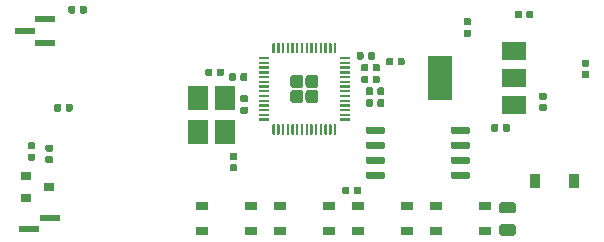
<source format=gbr>
G04 #@! TF.GenerationSoftware,KiCad,Pcbnew,5.1.5+dfsg1-2build2*
G04 #@! TF.CreationDate,2021-09-24T14:29:39+01:00*
G04 #@! TF.ProjectId,picopak,7069636f-7061-46b2-9e6b-696361645f70,rev?*
G04 #@! TF.SameCoordinates,Original*
G04 #@! TF.FileFunction,Paste,Bot*
G04 #@! TF.FilePolarity,Positive*
%FSLAX46Y46*%
G04 Gerber Fmt 4.6, Leading zero omitted, Abs format (unit mm)*
G04 Created by KiCad (PCBNEW 5.1.5+dfsg1-2build2) date 2021-09-24 14:29:39*
%MOMM*%
%LPD*%
G04 APERTURE LIST*
%ADD10C,0.100000*%
%ADD11R,0.900000X0.800000*%
%ADD12R,1.750000X0.600000*%
%ADD13R,0.900000X1.200000*%
%ADD14R,1.800000X2.100000*%
%ADD15R,1.050000X0.650000*%
%ADD16R,2.000000X1.500000*%
%ADD17R,2.000000X3.800000*%
G04 APERTURE END LIST*
D10*
G36*
X162086958Y-81320710D02*
G01*
X162101276Y-81322834D01*
X162115317Y-81326351D01*
X162128946Y-81331228D01*
X162142031Y-81337417D01*
X162154447Y-81344858D01*
X162166073Y-81353481D01*
X162176798Y-81363202D01*
X162186519Y-81373927D01*
X162195142Y-81385553D01*
X162202583Y-81397969D01*
X162208772Y-81411054D01*
X162213649Y-81424683D01*
X162217166Y-81438724D01*
X162219290Y-81453042D01*
X162220000Y-81467500D01*
X162220000Y-81762500D01*
X162219290Y-81776958D01*
X162217166Y-81791276D01*
X162213649Y-81805317D01*
X162208772Y-81818946D01*
X162202583Y-81832031D01*
X162195142Y-81844447D01*
X162186519Y-81856073D01*
X162176798Y-81866798D01*
X162166073Y-81876519D01*
X162154447Y-81885142D01*
X162142031Y-81892583D01*
X162128946Y-81898772D01*
X162115317Y-81903649D01*
X162101276Y-81907166D01*
X162086958Y-81909290D01*
X162072500Y-81910000D01*
X161727500Y-81910000D01*
X161713042Y-81909290D01*
X161698724Y-81907166D01*
X161684683Y-81903649D01*
X161671054Y-81898772D01*
X161657969Y-81892583D01*
X161645553Y-81885142D01*
X161633927Y-81876519D01*
X161623202Y-81866798D01*
X161613481Y-81856073D01*
X161604858Y-81844447D01*
X161597417Y-81832031D01*
X161591228Y-81818946D01*
X161586351Y-81805317D01*
X161582834Y-81791276D01*
X161580710Y-81776958D01*
X161580000Y-81762500D01*
X161580000Y-81467500D01*
X161580710Y-81453042D01*
X161582834Y-81438724D01*
X161586351Y-81424683D01*
X161591228Y-81411054D01*
X161597417Y-81397969D01*
X161604858Y-81385553D01*
X161613481Y-81373927D01*
X161623202Y-81363202D01*
X161633927Y-81353481D01*
X161645553Y-81344858D01*
X161657969Y-81337417D01*
X161671054Y-81331228D01*
X161684683Y-81326351D01*
X161698724Y-81322834D01*
X161713042Y-81320710D01*
X161727500Y-81320000D01*
X162072500Y-81320000D01*
X162086958Y-81320710D01*
G37*
G36*
X162086958Y-82290710D02*
G01*
X162101276Y-82292834D01*
X162115317Y-82296351D01*
X162128946Y-82301228D01*
X162142031Y-82307417D01*
X162154447Y-82314858D01*
X162166073Y-82323481D01*
X162176798Y-82333202D01*
X162186519Y-82343927D01*
X162195142Y-82355553D01*
X162202583Y-82367969D01*
X162208772Y-82381054D01*
X162213649Y-82394683D01*
X162217166Y-82408724D01*
X162219290Y-82423042D01*
X162220000Y-82437500D01*
X162220000Y-82732500D01*
X162219290Y-82746958D01*
X162217166Y-82761276D01*
X162213649Y-82775317D01*
X162208772Y-82788946D01*
X162202583Y-82802031D01*
X162195142Y-82814447D01*
X162186519Y-82826073D01*
X162176798Y-82836798D01*
X162166073Y-82846519D01*
X162154447Y-82855142D01*
X162142031Y-82862583D01*
X162128946Y-82868772D01*
X162115317Y-82873649D01*
X162101276Y-82877166D01*
X162086958Y-82879290D01*
X162072500Y-82880000D01*
X161727500Y-82880000D01*
X161713042Y-82879290D01*
X161698724Y-82877166D01*
X161684683Y-82873649D01*
X161671054Y-82868772D01*
X161657969Y-82862583D01*
X161645553Y-82855142D01*
X161633927Y-82846519D01*
X161623202Y-82836798D01*
X161613481Y-82826073D01*
X161604858Y-82814447D01*
X161597417Y-82802031D01*
X161591228Y-82788946D01*
X161586351Y-82775317D01*
X161582834Y-82761276D01*
X161580710Y-82746958D01*
X161580000Y-82732500D01*
X161580000Y-82437500D01*
X161580710Y-82423042D01*
X161582834Y-82408724D01*
X161586351Y-82394683D01*
X161591228Y-82381054D01*
X161597417Y-82367969D01*
X161604858Y-82355553D01*
X161613481Y-82343927D01*
X161623202Y-82333202D01*
X161633927Y-82323481D01*
X161645553Y-82314858D01*
X161657969Y-82307417D01*
X161671054Y-82301228D01*
X161684683Y-82296351D01*
X161698724Y-82292834D01*
X161713042Y-82290710D01*
X161727500Y-82290000D01*
X162072500Y-82290000D01*
X162086958Y-82290710D01*
G37*
G36*
X163586958Y-81520710D02*
G01*
X163601276Y-81522834D01*
X163615317Y-81526351D01*
X163628946Y-81531228D01*
X163642031Y-81537417D01*
X163654447Y-81544858D01*
X163666073Y-81553481D01*
X163676798Y-81563202D01*
X163686519Y-81573927D01*
X163695142Y-81585553D01*
X163702583Y-81597969D01*
X163708772Y-81611054D01*
X163713649Y-81624683D01*
X163717166Y-81638724D01*
X163719290Y-81653042D01*
X163720000Y-81667500D01*
X163720000Y-81962500D01*
X163719290Y-81976958D01*
X163717166Y-81991276D01*
X163713649Y-82005317D01*
X163708772Y-82018946D01*
X163702583Y-82032031D01*
X163695142Y-82044447D01*
X163686519Y-82056073D01*
X163676798Y-82066798D01*
X163666073Y-82076519D01*
X163654447Y-82085142D01*
X163642031Y-82092583D01*
X163628946Y-82098772D01*
X163615317Y-82103649D01*
X163601276Y-82107166D01*
X163586958Y-82109290D01*
X163572500Y-82110000D01*
X163227500Y-82110000D01*
X163213042Y-82109290D01*
X163198724Y-82107166D01*
X163184683Y-82103649D01*
X163171054Y-82098772D01*
X163157969Y-82092583D01*
X163145553Y-82085142D01*
X163133927Y-82076519D01*
X163123202Y-82066798D01*
X163113481Y-82056073D01*
X163104858Y-82044447D01*
X163097417Y-82032031D01*
X163091228Y-82018946D01*
X163086351Y-82005317D01*
X163082834Y-81991276D01*
X163080710Y-81976958D01*
X163080000Y-81962500D01*
X163080000Y-81667500D01*
X163080710Y-81653042D01*
X163082834Y-81638724D01*
X163086351Y-81624683D01*
X163091228Y-81611054D01*
X163097417Y-81597969D01*
X163104858Y-81585553D01*
X163113481Y-81573927D01*
X163123202Y-81563202D01*
X163133927Y-81553481D01*
X163145553Y-81544858D01*
X163157969Y-81537417D01*
X163171054Y-81531228D01*
X163184683Y-81526351D01*
X163198724Y-81522834D01*
X163213042Y-81520710D01*
X163227500Y-81520000D01*
X163572500Y-81520000D01*
X163586958Y-81520710D01*
G37*
G36*
X163586958Y-82490710D02*
G01*
X163601276Y-82492834D01*
X163615317Y-82496351D01*
X163628946Y-82501228D01*
X163642031Y-82507417D01*
X163654447Y-82514858D01*
X163666073Y-82523481D01*
X163676798Y-82533202D01*
X163686519Y-82543927D01*
X163695142Y-82555553D01*
X163702583Y-82567969D01*
X163708772Y-82581054D01*
X163713649Y-82594683D01*
X163717166Y-82608724D01*
X163719290Y-82623042D01*
X163720000Y-82637500D01*
X163720000Y-82932500D01*
X163719290Y-82946958D01*
X163717166Y-82961276D01*
X163713649Y-82975317D01*
X163708772Y-82988946D01*
X163702583Y-83002031D01*
X163695142Y-83014447D01*
X163686519Y-83026073D01*
X163676798Y-83036798D01*
X163666073Y-83046519D01*
X163654447Y-83055142D01*
X163642031Y-83062583D01*
X163628946Y-83068772D01*
X163615317Y-83073649D01*
X163601276Y-83077166D01*
X163586958Y-83079290D01*
X163572500Y-83080000D01*
X163227500Y-83080000D01*
X163213042Y-83079290D01*
X163198724Y-83077166D01*
X163184683Y-83073649D01*
X163171054Y-83068772D01*
X163157969Y-83062583D01*
X163145553Y-83055142D01*
X163133927Y-83046519D01*
X163123202Y-83036798D01*
X163113481Y-83026073D01*
X163104858Y-83014447D01*
X163097417Y-83002031D01*
X163091228Y-82988946D01*
X163086351Y-82975317D01*
X163082834Y-82961276D01*
X163080710Y-82946958D01*
X163080000Y-82932500D01*
X163080000Y-82637500D01*
X163080710Y-82623042D01*
X163082834Y-82608724D01*
X163086351Y-82594683D01*
X163091228Y-82581054D01*
X163097417Y-82567969D01*
X163104858Y-82555553D01*
X163113481Y-82543927D01*
X163123202Y-82533202D01*
X163133927Y-82523481D01*
X163145553Y-82514858D01*
X163157969Y-82507417D01*
X163171054Y-82501228D01*
X163184683Y-82496351D01*
X163198724Y-82492834D01*
X163213042Y-82490710D01*
X163227500Y-82490000D01*
X163572500Y-82490000D01*
X163586958Y-82490710D01*
G37*
D11*
X163400000Y-85100000D03*
X161400000Y-84150000D03*
X161400000Y-86050000D03*
D12*
X163475000Y-87700000D03*
X161725000Y-88700000D03*
D13*
X207850000Y-84600000D03*
X204550000Y-84600000D03*
D12*
X161325000Y-71900000D03*
X163075000Y-72900000D03*
X163075000Y-70900000D03*
D10*
G36*
X198986958Y-70820710D02*
G01*
X199001276Y-70822834D01*
X199015317Y-70826351D01*
X199028946Y-70831228D01*
X199042031Y-70837417D01*
X199054447Y-70844858D01*
X199066073Y-70853481D01*
X199076798Y-70863202D01*
X199086519Y-70873927D01*
X199095142Y-70885553D01*
X199102583Y-70897969D01*
X199108772Y-70911054D01*
X199113649Y-70924683D01*
X199117166Y-70938724D01*
X199119290Y-70953042D01*
X199120000Y-70967500D01*
X199120000Y-71262500D01*
X199119290Y-71276958D01*
X199117166Y-71291276D01*
X199113649Y-71305317D01*
X199108772Y-71318946D01*
X199102583Y-71332031D01*
X199095142Y-71344447D01*
X199086519Y-71356073D01*
X199076798Y-71366798D01*
X199066073Y-71376519D01*
X199054447Y-71385142D01*
X199042031Y-71392583D01*
X199028946Y-71398772D01*
X199015317Y-71403649D01*
X199001276Y-71407166D01*
X198986958Y-71409290D01*
X198972500Y-71410000D01*
X198627500Y-71410000D01*
X198613042Y-71409290D01*
X198598724Y-71407166D01*
X198584683Y-71403649D01*
X198571054Y-71398772D01*
X198557969Y-71392583D01*
X198545553Y-71385142D01*
X198533927Y-71376519D01*
X198523202Y-71366798D01*
X198513481Y-71356073D01*
X198504858Y-71344447D01*
X198497417Y-71332031D01*
X198491228Y-71318946D01*
X198486351Y-71305317D01*
X198482834Y-71291276D01*
X198480710Y-71276958D01*
X198480000Y-71262500D01*
X198480000Y-70967500D01*
X198480710Y-70953042D01*
X198482834Y-70938724D01*
X198486351Y-70924683D01*
X198491228Y-70911054D01*
X198497417Y-70897969D01*
X198504858Y-70885553D01*
X198513481Y-70873927D01*
X198523202Y-70863202D01*
X198533927Y-70853481D01*
X198545553Y-70844858D01*
X198557969Y-70837417D01*
X198571054Y-70831228D01*
X198584683Y-70826351D01*
X198598724Y-70822834D01*
X198613042Y-70820710D01*
X198627500Y-70820000D01*
X198972500Y-70820000D01*
X198986958Y-70820710D01*
G37*
G36*
X198986958Y-71790710D02*
G01*
X199001276Y-71792834D01*
X199015317Y-71796351D01*
X199028946Y-71801228D01*
X199042031Y-71807417D01*
X199054447Y-71814858D01*
X199066073Y-71823481D01*
X199076798Y-71833202D01*
X199086519Y-71843927D01*
X199095142Y-71855553D01*
X199102583Y-71867969D01*
X199108772Y-71881054D01*
X199113649Y-71894683D01*
X199117166Y-71908724D01*
X199119290Y-71923042D01*
X199120000Y-71937500D01*
X199120000Y-72232500D01*
X199119290Y-72246958D01*
X199117166Y-72261276D01*
X199113649Y-72275317D01*
X199108772Y-72288946D01*
X199102583Y-72302031D01*
X199095142Y-72314447D01*
X199086519Y-72326073D01*
X199076798Y-72336798D01*
X199066073Y-72346519D01*
X199054447Y-72355142D01*
X199042031Y-72362583D01*
X199028946Y-72368772D01*
X199015317Y-72373649D01*
X199001276Y-72377166D01*
X198986958Y-72379290D01*
X198972500Y-72380000D01*
X198627500Y-72380000D01*
X198613042Y-72379290D01*
X198598724Y-72377166D01*
X198584683Y-72373649D01*
X198571054Y-72368772D01*
X198557969Y-72362583D01*
X198545553Y-72355142D01*
X198533927Y-72346519D01*
X198523202Y-72336798D01*
X198513481Y-72326073D01*
X198504858Y-72314447D01*
X198497417Y-72302031D01*
X198491228Y-72288946D01*
X198486351Y-72275317D01*
X198482834Y-72261276D01*
X198480710Y-72246958D01*
X198480000Y-72232500D01*
X198480000Y-71937500D01*
X198480710Y-71923042D01*
X198482834Y-71908724D01*
X198486351Y-71894683D01*
X198491228Y-71881054D01*
X198497417Y-71867969D01*
X198504858Y-71855553D01*
X198513481Y-71843927D01*
X198523202Y-71833202D01*
X198533927Y-71823481D01*
X198545553Y-71814858D01*
X198557969Y-71807417D01*
X198571054Y-71801228D01*
X198584683Y-71796351D01*
X198598724Y-71792834D01*
X198613042Y-71790710D01*
X198627500Y-71790000D01*
X198972500Y-71790000D01*
X198986958Y-71790710D01*
G37*
G36*
X177076958Y-75080710D02*
G01*
X177091276Y-75082834D01*
X177105317Y-75086351D01*
X177118946Y-75091228D01*
X177132031Y-75097417D01*
X177144447Y-75104858D01*
X177156073Y-75113481D01*
X177166798Y-75123202D01*
X177176519Y-75133927D01*
X177185142Y-75145553D01*
X177192583Y-75157969D01*
X177198772Y-75171054D01*
X177203649Y-75184683D01*
X177207166Y-75198724D01*
X177209290Y-75213042D01*
X177210000Y-75227500D01*
X177210000Y-75572500D01*
X177209290Y-75586958D01*
X177207166Y-75601276D01*
X177203649Y-75615317D01*
X177198772Y-75628946D01*
X177192583Y-75642031D01*
X177185142Y-75654447D01*
X177176519Y-75666073D01*
X177166798Y-75676798D01*
X177156073Y-75686519D01*
X177144447Y-75695142D01*
X177132031Y-75702583D01*
X177118946Y-75708772D01*
X177105317Y-75713649D01*
X177091276Y-75717166D01*
X177076958Y-75719290D01*
X177062500Y-75720000D01*
X176767500Y-75720000D01*
X176753042Y-75719290D01*
X176738724Y-75717166D01*
X176724683Y-75713649D01*
X176711054Y-75708772D01*
X176697969Y-75702583D01*
X176685553Y-75695142D01*
X176673927Y-75686519D01*
X176663202Y-75676798D01*
X176653481Y-75666073D01*
X176644858Y-75654447D01*
X176637417Y-75642031D01*
X176631228Y-75628946D01*
X176626351Y-75615317D01*
X176622834Y-75601276D01*
X176620710Y-75586958D01*
X176620000Y-75572500D01*
X176620000Y-75227500D01*
X176620710Y-75213042D01*
X176622834Y-75198724D01*
X176626351Y-75184683D01*
X176631228Y-75171054D01*
X176637417Y-75157969D01*
X176644858Y-75145553D01*
X176653481Y-75133927D01*
X176663202Y-75123202D01*
X176673927Y-75113481D01*
X176685553Y-75104858D01*
X176697969Y-75097417D01*
X176711054Y-75091228D01*
X176724683Y-75086351D01*
X176738724Y-75082834D01*
X176753042Y-75080710D01*
X176767500Y-75080000D01*
X177062500Y-75080000D01*
X177076958Y-75080710D01*
G37*
G36*
X178046958Y-75080710D02*
G01*
X178061276Y-75082834D01*
X178075317Y-75086351D01*
X178088946Y-75091228D01*
X178102031Y-75097417D01*
X178114447Y-75104858D01*
X178126073Y-75113481D01*
X178136798Y-75123202D01*
X178146519Y-75133927D01*
X178155142Y-75145553D01*
X178162583Y-75157969D01*
X178168772Y-75171054D01*
X178173649Y-75184683D01*
X178177166Y-75198724D01*
X178179290Y-75213042D01*
X178180000Y-75227500D01*
X178180000Y-75572500D01*
X178179290Y-75586958D01*
X178177166Y-75601276D01*
X178173649Y-75615317D01*
X178168772Y-75628946D01*
X178162583Y-75642031D01*
X178155142Y-75654447D01*
X178146519Y-75666073D01*
X178136798Y-75676798D01*
X178126073Y-75686519D01*
X178114447Y-75695142D01*
X178102031Y-75702583D01*
X178088946Y-75708772D01*
X178075317Y-75713649D01*
X178061276Y-75717166D01*
X178046958Y-75719290D01*
X178032500Y-75720000D01*
X177737500Y-75720000D01*
X177723042Y-75719290D01*
X177708724Y-75717166D01*
X177694683Y-75713649D01*
X177681054Y-75708772D01*
X177667969Y-75702583D01*
X177655553Y-75695142D01*
X177643927Y-75686519D01*
X177633202Y-75676798D01*
X177623481Y-75666073D01*
X177614858Y-75654447D01*
X177607417Y-75642031D01*
X177601228Y-75628946D01*
X177596351Y-75615317D01*
X177592834Y-75601276D01*
X177590710Y-75586958D01*
X177590000Y-75572500D01*
X177590000Y-75227500D01*
X177590710Y-75213042D01*
X177592834Y-75198724D01*
X177596351Y-75184683D01*
X177601228Y-75171054D01*
X177607417Y-75157969D01*
X177614858Y-75145553D01*
X177623481Y-75133927D01*
X177633202Y-75123202D01*
X177643927Y-75113481D01*
X177655553Y-75104858D01*
X177667969Y-75097417D01*
X177681054Y-75091228D01*
X177694683Y-75086351D01*
X177708724Y-75082834D01*
X177723042Y-75080710D01*
X177737500Y-75080000D01*
X178032500Y-75080000D01*
X178046958Y-75080710D01*
G37*
G36*
X179186958Y-83190710D02*
G01*
X179201276Y-83192834D01*
X179215317Y-83196351D01*
X179228946Y-83201228D01*
X179242031Y-83207417D01*
X179254447Y-83214858D01*
X179266073Y-83223481D01*
X179276798Y-83233202D01*
X179286519Y-83243927D01*
X179295142Y-83255553D01*
X179302583Y-83267969D01*
X179308772Y-83281054D01*
X179313649Y-83294683D01*
X179317166Y-83308724D01*
X179319290Y-83323042D01*
X179320000Y-83337500D01*
X179320000Y-83632500D01*
X179319290Y-83646958D01*
X179317166Y-83661276D01*
X179313649Y-83675317D01*
X179308772Y-83688946D01*
X179302583Y-83702031D01*
X179295142Y-83714447D01*
X179286519Y-83726073D01*
X179276798Y-83736798D01*
X179266073Y-83746519D01*
X179254447Y-83755142D01*
X179242031Y-83762583D01*
X179228946Y-83768772D01*
X179215317Y-83773649D01*
X179201276Y-83777166D01*
X179186958Y-83779290D01*
X179172500Y-83780000D01*
X178827500Y-83780000D01*
X178813042Y-83779290D01*
X178798724Y-83777166D01*
X178784683Y-83773649D01*
X178771054Y-83768772D01*
X178757969Y-83762583D01*
X178745553Y-83755142D01*
X178733927Y-83746519D01*
X178723202Y-83736798D01*
X178713481Y-83726073D01*
X178704858Y-83714447D01*
X178697417Y-83702031D01*
X178691228Y-83688946D01*
X178686351Y-83675317D01*
X178682834Y-83661276D01*
X178680710Y-83646958D01*
X178680000Y-83632500D01*
X178680000Y-83337500D01*
X178680710Y-83323042D01*
X178682834Y-83308724D01*
X178686351Y-83294683D01*
X178691228Y-83281054D01*
X178697417Y-83267969D01*
X178704858Y-83255553D01*
X178713481Y-83243927D01*
X178723202Y-83233202D01*
X178733927Y-83223481D01*
X178745553Y-83214858D01*
X178757969Y-83207417D01*
X178771054Y-83201228D01*
X178784683Y-83196351D01*
X178798724Y-83192834D01*
X178813042Y-83190710D01*
X178827500Y-83190000D01*
X179172500Y-83190000D01*
X179186958Y-83190710D01*
G37*
G36*
X179186958Y-82220710D02*
G01*
X179201276Y-82222834D01*
X179215317Y-82226351D01*
X179228946Y-82231228D01*
X179242031Y-82237417D01*
X179254447Y-82244858D01*
X179266073Y-82253481D01*
X179276798Y-82263202D01*
X179286519Y-82273927D01*
X179295142Y-82285553D01*
X179302583Y-82297969D01*
X179308772Y-82311054D01*
X179313649Y-82324683D01*
X179317166Y-82338724D01*
X179319290Y-82353042D01*
X179320000Y-82367500D01*
X179320000Y-82662500D01*
X179319290Y-82676958D01*
X179317166Y-82691276D01*
X179313649Y-82705317D01*
X179308772Y-82718946D01*
X179302583Y-82732031D01*
X179295142Y-82744447D01*
X179286519Y-82756073D01*
X179276798Y-82766798D01*
X179266073Y-82776519D01*
X179254447Y-82785142D01*
X179242031Y-82792583D01*
X179228946Y-82798772D01*
X179215317Y-82803649D01*
X179201276Y-82807166D01*
X179186958Y-82809290D01*
X179172500Y-82810000D01*
X178827500Y-82810000D01*
X178813042Y-82809290D01*
X178798724Y-82807166D01*
X178784683Y-82803649D01*
X178771054Y-82798772D01*
X178757969Y-82792583D01*
X178745553Y-82785142D01*
X178733927Y-82776519D01*
X178723202Y-82766798D01*
X178713481Y-82756073D01*
X178704858Y-82744447D01*
X178697417Y-82732031D01*
X178691228Y-82718946D01*
X178686351Y-82705317D01*
X178682834Y-82691276D01*
X178680710Y-82676958D01*
X178680000Y-82662500D01*
X178680000Y-82367500D01*
X178680710Y-82353042D01*
X178682834Y-82338724D01*
X178686351Y-82324683D01*
X178691228Y-82311054D01*
X178697417Y-82297969D01*
X178704858Y-82285553D01*
X178713481Y-82273927D01*
X178723202Y-82263202D01*
X178733927Y-82253481D01*
X178745553Y-82244858D01*
X178757969Y-82237417D01*
X178771054Y-82231228D01*
X178784683Y-82226351D01*
X178798724Y-82222834D01*
X178813042Y-82220710D01*
X178827500Y-82220000D01*
X179172500Y-82220000D01*
X179186958Y-82220710D01*
G37*
G36*
X205386958Y-78090710D02*
G01*
X205401276Y-78092834D01*
X205415317Y-78096351D01*
X205428946Y-78101228D01*
X205442031Y-78107417D01*
X205454447Y-78114858D01*
X205466073Y-78123481D01*
X205476798Y-78133202D01*
X205486519Y-78143927D01*
X205495142Y-78155553D01*
X205502583Y-78167969D01*
X205508772Y-78181054D01*
X205513649Y-78194683D01*
X205517166Y-78208724D01*
X205519290Y-78223042D01*
X205520000Y-78237500D01*
X205520000Y-78532500D01*
X205519290Y-78546958D01*
X205517166Y-78561276D01*
X205513649Y-78575317D01*
X205508772Y-78588946D01*
X205502583Y-78602031D01*
X205495142Y-78614447D01*
X205486519Y-78626073D01*
X205476798Y-78636798D01*
X205466073Y-78646519D01*
X205454447Y-78655142D01*
X205442031Y-78662583D01*
X205428946Y-78668772D01*
X205415317Y-78673649D01*
X205401276Y-78677166D01*
X205386958Y-78679290D01*
X205372500Y-78680000D01*
X205027500Y-78680000D01*
X205013042Y-78679290D01*
X204998724Y-78677166D01*
X204984683Y-78673649D01*
X204971054Y-78668772D01*
X204957969Y-78662583D01*
X204945553Y-78655142D01*
X204933927Y-78646519D01*
X204923202Y-78636798D01*
X204913481Y-78626073D01*
X204904858Y-78614447D01*
X204897417Y-78602031D01*
X204891228Y-78588946D01*
X204886351Y-78575317D01*
X204882834Y-78561276D01*
X204880710Y-78546958D01*
X204880000Y-78532500D01*
X204880000Y-78237500D01*
X204880710Y-78223042D01*
X204882834Y-78208724D01*
X204886351Y-78194683D01*
X204891228Y-78181054D01*
X204897417Y-78167969D01*
X204904858Y-78155553D01*
X204913481Y-78143927D01*
X204923202Y-78133202D01*
X204933927Y-78123481D01*
X204945553Y-78114858D01*
X204957969Y-78107417D01*
X204971054Y-78101228D01*
X204984683Y-78096351D01*
X204998724Y-78092834D01*
X205013042Y-78090710D01*
X205027500Y-78090000D01*
X205372500Y-78090000D01*
X205386958Y-78090710D01*
G37*
G36*
X205386958Y-77120710D02*
G01*
X205401276Y-77122834D01*
X205415317Y-77126351D01*
X205428946Y-77131228D01*
X205442031Y-77137417D01*
X205454447Y-77144858D01*
X205466073Y-77153481D01*
X205476798Y-77163202D01*
X205486519Y-77173927D01*
X205495142Y-77185553D01*
X205502583Y-77197969D01*
X205508772Y-77211054D01*
X205513649Y-77224683D01*
X205517166Y-77238724D01*
X205519290Y-77253042D01*
X205520000Y-77267500D01*
X205520000Y-77562500D01*
X205519290Y-77576958D01*
X205517166Y-77591276D01*
X205513649Y-77605317D01*
X205508772Y-77618946D01*
X205502583Y-77632031D01*
X205495142Y-77644447D01*
X205486519Y-77656073D01*
X205476798Y-77666798D01*
X205466073Y-77676519D01*
X205454447Y-77685142D01*
X205442031Y-77692583D01*
X205428946Y-77698772D01*
X205415317Y-77703649D01*
X205401276Y-77707166D01*
X205386958Y-77709290D01*
X205372500Y-77710000D01*
X205027500Y-77710000D01*
X205013042Y-77709290D01*
X204998724Y-77707166D01*
X204984683Y-77703649D01*
X204971054Y-77698772D01*
X204957969Y-77692583D01*
X204945553Y-77685142D01*
X204933927Y-77676519D01*
X204923202Y-77666798D01*
X204913481Y-77656073D01*
X204904858Y-77644447D01*
X204897417Y-77632031D01*
X204891228Y-77618946D01*
X204886351Y-77605317D01*
X204882834Y-77591276D01*
X204880710Y-77576958D01*
X204880000Y-77562500D01*
X204880000Y-77267500D01*
X204880710Y-77253042D01*
X204882834Y-77238724D01*
X204886351Y-77224683D01*
X204891228Y-77211054D01*
X204897417Y-77197969D01*
X204904858Y-77185553D01*
X204913481Y-77173927D01*
X204923202Y-77163202D01*
X204933927Y-77153481D01*
X204945553Y-77144858D01*
X204957969Y-77137417D01*
X204971054Y-77131228D01*
X204984683Y-77126351D01*
X204998724Y-77122834D01*
X205013042Y-77120710D01*
X205027500Y-77120000D01*
X205372500Y-77120000D01*
X205386958Y-77120710D01*
G37*
G36*
X179076958Y-75480710D02*
G01*
X179091276Y-75482834D01*
X179105317Y-75486351D01*
X179118946Y-75491228D01*
X179132031Y-75497417D01*
X179144447Y-75504858D01*
X179156073Y-75513481D01*
X179166798Y-75523202D01*
X179176519Y-75533927D01*
X179185142Y-75545553D01*
X179192583Y-75557969D01*
X179198772Y-75571054D01*
X179203649Y-75584683D01*
X179207166Y-75598724D01*
X179209290Y-75613042D01*
X179210000Y-75627500D01*
X179210000Y-75972500D01*
X179209290Y-75986958D01*
X179207166Y-76001276D01*
X179203649Y-76015317D01*
X179198772Y-76028946D01*
X179192583Y-76042031D01*
X179185142Y-76054447D01*
X179176519Y-76066073D01*
X179166798Y-76076798D01*
X179156073Y-76086519D01*
X179144447Y-76095142D01*
X179132031Y-76102583D01*
X179118946Y-76108772D01*
X179105317Y-76113649D01*
X179091276Y-76117166D01*
X179076958Y-76119290D01*
X179062500Y-76120000D01*
X178767500Y-76120000D01*
X178753042Y-76119290D01*
X178738724Y-76117166D01*
X178724683Y-76113649D01*
X178711054Y-76108772D01*
X178697969Y-76102583D01*
X178685553Y-76095142D01*
X178673927Y-76086519D01*
X178663202Y-76076798D01*
X178653481Y-76066073D01*
X178644858Y-76054447D01*
X178637417Y-76042031D01*
X178631228Y-76028946D01*
X178626351Y-76015317D01*
X178622834Y-76001276D01*
X178620710Y-75986958D01*
X178620000Y-75972500D01*
X178620000Y-75627500D01*
X178620710Y-75613042D01*
X178622834Y-75598724D01*
X178626351Y-75584683D01*
X178631228Y-75571054D01*
X178637417Y-75557969D01*
X178644858Y-75545553D01*
X178653481Y-75533927D01*
X178663202Y-75523202D01*
X178673927Y-75513481D01*
X178685553Y-75504858D01*
X178697969Y-75497417D01*
X178711054Y-75491228D01*
X178724683Y-75486351D01*
X178738724Y-75482834D01*
X178753042Y-75480710D01*
X178767500Y-75480000D01*
X179062500Y-75480000D01*
X179076958Y-75480710D01*
G37*
G36*
X180046958Y-75480710D02*
G01*
X180061276Y-75482834D01*
X180075317Y-75486351D01*
X180088946Y-75491228D01*
X180102031Y-75497417D01*
X180114447Y-75504858D01*
X180126073Y-75513481D01*
X180136798Y-75523202D01*
X180146519Y-75533927D01*
X180155142Y-75545553D01*
X180162583Y-75557969D01*
X180168772Y-75571054D01*
X180173649Y-75584683D01*
X180177166Y-75598724D01*
X180179290Y-75613042D01*
X180180000Y-75627500D01*
X180180000Y-75972500D01*
X180179290Y-75986958D01*
X180177166Y-76001276D01*
X180173649Y-76015317D01*
X180168772Y-76028946D01*
X180162583Y-76042031D01*
X180155142Y-76054447D01*
X180146519Y-76066073D01*
X180136798Y-76076798D01*
X180126073Y-76086519D01*
X180114447Y-76095142D01*
X180102031Y-76102583D01*
X180088946Y-76108772D01*
X180075317Y-76113649D01*
X180061276Y-76117166D01*
X180046958Y-76119290D01*
X180032500Y-76120000D01*
X179737500Y-76120000D01*
X179723042Y-76119290D01*
X179708724Y-76117166D01*
X179694683Y-76113649D01*
X179681054Y-76108772D01*
X179667969Y-76102583D01*
X179655553Y-76095142D01*
X179643927Y-76086519D01*
X179633202Y-76076798D01*
X179623481Y-76066073D01*
X179614858Y-76054447D01*
X179607417Y-76042031D01*
X179601228Y-76028946D01*
X179596351Y-76015317D01*
X179592834Y-76001276D01*
X179590710Y-75986958D01*
X179590000Y-75972500D01*
X179590000Y-75627500D01*
X179590710Y-75613042D01*
X179592834Y-75598724D01*
X179596351Y-75584683D01*
X179601228Y-75571054D01*
X179607417Y-75557969D01*
X179614858Y-75545553D01*
X179623481Y-75533927D01*
X179633202Y-75523202D01*
X179643927Y-75513481D01*
X179655553Y-75504858D01*
X179667969Y-75497417D01*
X179681054Y-75491228D01*
X179694683Y-75486351D01*
X179708724Y-75482834D01*
X179723042Y-75480710D01*
X179737500Y-75480000D01*
X180032500Y-75480000D01*
X180046958Y-75480710D01*
G37*
G36*
X191646958Y-77680710D02*
G01*
X191661276Y-77682834D01*
X191675317Y-77686351D01*
X191688946Y-77691228D01*
X191702031Y-77697417D01*
X191714447Y-77704858D01*
X191726073Y-77713481D01*
X191736798Y-77723202D01*
X191746519Y-77733927D01*
X191755142Y-77745553D01*
X191762583Y-77757969D01*
X191768772Y-77771054D01*
X191773649Y-77784683D01*
X191777166Y-77798724D01*
X191779290Y-77813042D01*
X191780000Y-77827500D01*
X191780000Y-78172500D01*
X191779290Y-78186958D01*
X191777166Y-78201276D01*
X191773649Y-78215317D01*
X191768772Y-78228946D01*
X191762583Y-78242031D01*
X191755142Y-78254447D01*
X191746519Y-78266073D01*
X191736798Y-78276798D01*
X191726073Y-78286519D01*
X191714447Y-78295142D01*
X191702031Y-78302583D01*
X191688946Y-78308772D01*
X191675317Y-78313649D01*
X191661276Y-78317166D01*
X191646958Y-78319290D01*
X191632500Y-78320000D01*
X191337500Y-78320000D01*
X191323042Y-78319290D01*
X191308724Y-78317166D01*
X191294683Y-78313649D01*
X191281054Y-78308772D01*
X191267969Y-78302583D01*
X191255553Y-78295142D01*
X191243927Y-78286519D01*
X191233202Y-78276798D01*
X191223481Y-78266073D01*
X191214858Y-78254447D01*
X191207417Y-78242031D01*
X191201228Y-78228946D01*
X191196351Y-78215317D01*
X191192834Y-78201276D01*
X191190710Y-78186958D01*
X191190000Y-78172500D01*
X191190000Y-77827500D01*
X191190710Y-77813042D01*
X191192834Y-77798724D01*
X191196351Y-77784683D01*
X191201228Y-77771054D01*
X191207417Y-77757969D01*
X191214858Y-77745553D01*
X191223481Y-77733927D01*
X191233202Y-77723202D01*
X191243927Y-77713481D01*
X191255553Y-77704858D01*
X191267969Y-77697417D01*
X191281054Y-77691228D01*
X191294683Y-77686351D01*
X191308724Y-77682834D01*
X191323042Y-77680710D01*
X191337500Y-77680000D01*
X191632500Y-77680000D01*
X191646958Y-77680710D01*
G37*
G36*
X190676958Y-77680710D02*
G01*
X190691276Y-77682834D01*
X190705317Y-77686351D01*
X190718946Y-77691228D01*
X190732031Y-77697417D01*
X190744447Y-77704858D01*
X190756073Y-77713481D01*
X190766798Y-77723202D01*
X190776519Y-77733927D01*
X190785142Y-77745553D01*
X190792583Y-77757969D01*
X190798772Y-77771054D01*
X190803649Y-77784683D01*
X190807166Y-77798724D01*
X190809290Y-77813042D01*
X190810000Y-77827500D01*
X190810000Y-78172500D01*
X190809290Y-78186958D01*
X190807166Y-78201276D01*
X190803649Y-78215317D01*
X190798772Y-78228946D01*
X190792583Y-78242031D01*
X190785142Y-78254447D01*
X190776519Y-78266073D01*
X190766798Y-78276798D01*
X190756073Y-78286519D01*
X190744447Y-78295142D01*
X190732031Y-78302583D01*
X190718946Y-78308772D01*
X190705317Y-78313649D01*
X190691276Y-78317166D01*
X190676958Y-78319290D01*
X190662500Y-78320000D01*
X190367500Y-78320000D01*
X190353042Y-78319290D01*
X190338724Y-78317166D01*
X190324683Y-78313649D01*
X190311054Y-78308772D01*
X190297969Y-78302583D01*
X190285553Y-78295142D01*
X190273927Y-78286519D01*
X190263202Y-78276798D01*
X190253481Y-78266073D01*
X190244858Y-78254447D01*
X190237417Y-78242031D01*
X190231228Y-78228946D01*
X190226351Y-78215317D01*
X190222834Y-78201276D01*
X190220710Y-78186958D01*
X190220000Y-78172500D01*
X190220000Y-77827500D01*
X190220710Y-77813042D01*
X190222834Y-77798724D01*
X190226351Y-77784683D01*
X190231228Y-77771054D01*
X190237417Y-77757969D01*
X190244858Y-77745553D01*
X190253481Y-77733927D01*
X190263202Y-77723202D01*
X190273927Y-77713481D01*
X190285553Y-77704858D01*
X190297969Y-77697417D01*
X190311054Y-77691228D01*
X190324683Y-77686351D01*
X190338724Y-77682834D01*
X190353042Y-77680710D01*
X190367500Y-77680000D01*
X190662500Y-77680000D01*
X190676958Y-77680710D01*
G37*
G36*
X191246958Y-74680710D02*
G01*
X191261276Y-74682834D01*
X191275317Y-74686351D01*
X191288946Y-74691228D01*
X191302031Y-74697417D01*
X191314447Y-74704858D01*
X191326073Y-74713481D01*
X191336798Y-74723202D01*
X191346519Y-74733927D01*
X191355142Y-74745553D01*
X191362583Y-74757969D01*
X191368772Y-74771054D01*
X191373649Y-74784683D01*
X191377166Y-74798724D01*
X191379290Y-74813042D01*
X191380000Y-74827500D01*
X191380000Y-75172500D01*
X191379290Y-75186958D01*
X191377166Y-75201276D01*
X191373649Y-75215317D01*
X191368772Y-75228946D01*
X191362583Y-75242031D01*
X191355142Y-75254447D01*
X191346519Y-75266073D01*
X191336798Y-75276798D01*
X191326073Y-75286519D01*
X191314447Y-75295142D01*
X191302031Y-75302583D01*
X191288946Y-75308772D01*
X191275317Y-75313649D01*
X191261276Y-75317166D01*
X191246958Y-75319290D01*
X191232500Y-75320000D01*
X190937500Y-75320000D01*
X190923042Y-75319290D01*
X190908724Y-75317166D01*
X190894683Y-75313649D01*
X190881054Y-75308772D01*
X190867969Y-75302583D01*
X190855553Y-75295142D01*
X190843927Y-75286519D01*
X190833202Y-75276798D01*
X190823481Y-75266073D01*
X190814858Y-75254447D01*
X190807417Y-75242031D01*
X190801228Y-75228946D01*
X190796351Y-75215317D01*
X190792834Y-75201276D01*
X190790710Y-75186958D01*
X190790000Y-75172500D01*
X190790000Y-74827500D01*
X190790710Y-74813042D01*
X190792834Y-74798724D01*
X190796351Y-74784683D01*
X190801228Y-74771054D01*
X190807417Y-74757969D01*
X190814858Y-74745553D01*
X190823481Y-74733927D01*
X190833202Y-74723202D01*
X190843927Y-74713481D01*
X190855553Y-74704858D01*
X190867969Y-74697417D01*
X190881054Y-74691228D01*
X190894683Y-74686351D01*
X190908724Y-74682834D01*
X190923042Y-74680710D01*
X190937500Y-74680000D01*
X191232500Y-74680000D01*
X191246958Y-74680710D01*
G37*
G36*
X190276958Y-74680710D02*
G01*
X190291276Y-74682834D01*
X190305317Y-74686351D01*
X190318946Y-74691228D01*
X190332031Y-74697417D01*
X190344447Y-74704858D01*
X190356073Y-74713481D01*
X190366798Y-74723202D01*
X190376519Y-74733927D01*
X190385142Y-74745553D01*
X190392583Y-74757969D01*
X190398772Y-74771054D01*
X190403649Y-74784683D01*
X190407166Y-74798724D01*
X190409290Y-74813042D01*
X190410000Y-74827500D01*
X190410000Y-75172500D01*
X190409290Y-75186958D01*
X190407166Y-75201276D01*
X190403649Y-75215317D01*
X190398772Y-75228946D01*
X190392583Y-75242031D01*
X190385142Y-75254447D01*
X190376519Y-75266073D01*
X190366798Y-75276798D01*
X190356073Y-75286519D01*
X190344447Y-75295142D01*
X190332031Y-75302583D01*
X190318946Y-75308772D01*
X190305317Y-75313649D01*
X190291276Y-75317166D01*
X190276958Y-75319290D01*
X190262500Y-75320000D01*
X189967500Y-75320000D01*
X189953042Y-75319290D01*
X189938724Y-75317166D01*
X189924683Y-75313649D01*
X189911054Y-75308772D01*
X189897969Y-75302583D01*
X189885553Y-75295142D01*
X189873927Y-75286519D01*
X189863202Y-75276798D01*
X189853481Y-75266073D01*
X189844858Y-75254447D01*
X189837417Y-75242031D01*
X189831228Y-75228946D01*
X189826351Y-75215317D01*
X189822834Y-75201276D01*
X189820710Y-75186958D01*
X189820000Y-75172500D01*
X189820000Y-74827500D01*
X189820710Y-74813042D01*
X189822834Y-74798724D01*
X189826351Y-74784683D01*
X189831228Y-74771054D01*
X189837417Y-74757969D01*
X189844858Y-74745553D01*
X189853481Y-74733927D01*
X189863202Y-74723202D01*
X189873927Y-74713481D01*
X189885553Y-74704858D01*
X189897969Y-74697417D01*
X189911054Y-74691228D01*
X189924683Y-74686351D01*
X189938724Y-74682834D01*
X189953042Y-74680710D01*
X189967500Y-74680000D01*
X190262500Y-74680000D01*
X190276958Y-74680710D01*
G37*
G36*
X190846958Y-73680710D02*
G01*
X190861276Y-73682834D01*
X190875317Y-73686351D01*
X190888946Y-73691228D01*
X190902031Y-73697417D01*
X190914447Y-73704858D01*
X190926073Y-73713481D01*
X190936798Y-73723202D01*
X190946519Y-73733927D01*
X190955142Y-73745553D01*
X190962583Y-73757969D01*
X190968772Y-73771054D01*
X190973649Y-73784683D01*
X190977166Y-73798724D01*
X190979290Y-73813042D01*
X190980000Y-73827500D01*
X190980000Y-74172500D01*
X190979290Y-74186958D01*
X190977166Y-74201276D01*
X190973649Y-74215317D01*
X190968772Y-74228946D01*
X190962583Y-74242031D01*
X190955142Y-74254447D01*
X190946519Y-74266073D01*
X190936798Y-74276798D01*
X190926073Y-74286519D01*
X190914447Y-74295142D01*
X190902031Y-74302583D01*
X190888946Y-74308772D01*
X190875317Y-74313649D01*
X190861276Y-74317166D01*
X190846958Y-74319290D01*
X190832500Y-74320000D01*
X190537500Y-74320000D01*
X190523042Y-74319290D01*
X190508724Y-74317166D01*
X190494683Y-74313649D01*
X190481054Y-74308772D01*
X190467969Y-74302583D01*
X190455553Y-74295142D01*
X190443927Y-74286519D01*
X190433202Y-74276798D01*
X190423481Y-74266073D01*
X190414858Y-74254447D01*
X190407417Y-74242031D01*
X190401228Y-74228946D01*
X190396351Y-74215317D01*
X190392834Y-74201276D01*
X190390710Y-74186958D01*
X190390000Y-74172500D01*
X190390000Y-73827500D01*
X190390710Y-73813042D01*
X190392834Y-73798724D01*
X190396351Y-73784683D01*
X190401228Y-73771054D01*
X190407417Y-73757969D01*
X190414858Y-73745553D01*
X190423481Y-73733927D01*
X190433202Y-73723202D01*
X190443927Y-73713481D01*
X190455553Y-73704858D01*
X190467969Y-73697417D01*
X190481054Y-73691228D01*
X190494683Y-73686351D01*
X190508724Y-73682834D01*
X190523042Y-73680710D01*
X190537500Y-73680000D01*
X190832500Y-73680000D01*
X190846958Y-73680710D01*
G37*
G36*
X189876958Y-73680710D02*
G01*
X189891276Y-73682834D01*
X189905317Y-73686351D01*
X189918946Y-73691228D01*
X189932031Y-73697417D01*
X189944447Y-73704858D01*
X189956073Y-73713481D01*
X189966798Y-73723202D01*
X189976519Y-73733927D01*
X189985142Y-73745553D01*
X189992583Y-73757969D01*
X189998772Y-73771054D01*
X190003649Y-73784683D01*
X190007166Y-73798724D01*
X190009290Y-73813042D01*
X190010000Y-73827500D01*
X190010000Y-74172500D01*
X190009290Y-74186958D01*
X190007166Y-74201276D01*
X190003649Y-74215317D01*
X189998772Y-74228946D01*
X189992583Y-74242031D01*
X189985142Y-74254447D01*
X189976519Y-74266073D01*
X189966798Y-74276798D01*
X189956073Y-74286519D01*
X189944447Y-74295142D01*
X189932031Y-74302583D01*
X189918946Y-74308772D01*
X189905317Y-74313649D01*
X189891276Y-74317166D01*
X189876958Y-74319290D01*
X189862500Y-74320000D01*
X189567500Y-74320000D01*
X189553042Y-74319290D01*
X189538724Y-74317166D01*
X189524683Y-74313649D01*
X189511054Y-74308772D01*
X189497969Y-74302583D01*
X189485553Y-74295142D01*
X189473927Y-74286519D01*
X189463202Y-74276798D01*
X189453481Y-74266073D01*
X189444858Y-74254447D01*
X189437417Y-74242031D01*
X189431228Y-74228946D01*
X189426351Y-74215317D01*
X189422834Y-74201276D01*
X189420710Y-74186958D01*
X189420000Y-74172500D01*
X189420000Y-73827500D01*
X189420710Y-73813042D01*
X189422834Y-73798724D01*
X189426351Y-73784683D01*
X189431228Y-73771054D01*
X189437417Y-73757969D01*
X189444858Y-73745553D01*
X189453481Y-73733927D01*
X189463202Y-73723202D01*
X189473927Y-73713481D01*
X189485553Y-73704858D01*
X189497969Y-73697417D01*
X189511054Y-73691228D01*
X189524683Y-73686351D01*
X189538724Y-73682834D01*
X189553042Y-73680710D01*
X189567500Y-73680000D01*
X189862500Y-73680000D01*
X189876958Y-73680710D01*
G37*
G36*
X165246958Y-78080710D02*
G01*
X165261276Y-78082834D01*
X165275317Y-78086351D01*
X165288946Y-78091228D01*
X165302031Y-78097417D01*
X165314447Y-78104858D01*
X165326073Y-78113481D01*
X165336798Y-78123202D01*
X165346519Y-78133927D01*
X165355142Y-78145553D01*
X165362583Y-78157969D01*
X165368772Y-78171054D01*
X165373649Y-78184683D01*
X165377166Y-78198724D01*
X165379290Y-78213042D01*
X165380000Y-78227500D01*
X165380000Y-78572500D01*
X165379290Y-78586958D01*
X165377166Y-78601276D01*
X165373649Y-78615317D01*
X165368772Y-78628946D01*
X165362583Y-78642031D01*
X165355142Y-78654447D01*
X165346519Y-78666073D01*
X165336798Y-78676798D01*
X165326073Y-78686519D01*
X165314447Y-78695142D01*
X165302031Y-78702583D01*
X165288946Y-78708772D01*
X165275317Y-78713649D01*
X165261276Y-78717166D01*
X165246958Y-78719290D01*
X165232500Y-78720000D01*
X164937500Y-78720000D01*
X164923042Y-78719290D01*
X164908724Y-78717166D01*
X164894683Y-78713649D01*
X164881054Y-78708772D01*
X164867969Y-78702583D01*
X164855553Y-78695142D01*
X164843927Y-78686519D01*
X164833202Y-78676798D01*
X164823481Y-78666073D01*
X164814858Y-78654447D01*
X164807417Y-78642031D01*
X164801228Y-78628946D01*
X164796351Y-78615317D01*
X164792834Y-78601276D01*
X164790710Y-78586958D01*
X164790000Y-78572500D01*
X164790000Y-78227500D01*
X164790710Y-78213042D01*
X164792834Y-78198724D01*
X164796351Y-78184683D01*
X164801228Y-78171054D01*
X164807417Y-78157969D01*
X164814858Y-78145553D01*
X164823481Y-78133927D01*
X164833202Y-78123202D01*
X164843927Y-78113481D01*
X164855553Y-78104858D01*
X164867969Y-78097417D01*
X164881054Y-78091228D01*
X164894683Y-78086351D01*
X164908724Y-78082834D01*
X164923042Y-78080710D01*
X164937500Y-78080000D01*
X165232500Y-78080000D01*
X165246958Y-78080710D01*
G37*
G36*
X164276958Y-78080710D02*
G01*
X164291276Y-78082834D01*
X164305317Y-78086351D01*
X164318946Y-78091228D01*
X164332031Y-78097417D01*
X164344447Y-78104858D01*
X164356073Y-78113481D01*
X164366798Y-78123202D01*
X164376519Y-78133927D01*
X164385142Y-78145553D01*
X164392583Y-78157969D01*
X164398772Y-78171054D01*
X164403649Y-78184683D01*
X164407166Y-78198724D01*
X164409290Y-78213042D01*
X164410000Y-78227500D01*
X164410000Y-78572500D01*
X164409290Y-78586958D01*
X164407166Y-78601276D01*
X164403649Y-78615317D01*
X164398772Y-78628946D01*
X164392583Y-78642031D01*
X164385142Y-78654447D01*
X164376519Y-78666073D01*
X164366798Y-78676798D01*
X164356073Y-78686519D01*
X164344447Y-78695142D01*
X164332031Y-78702583D01*
X164318946Y-78708772D01*
X164305317Y-78713649D01*
X164291276Y-78717166D01*
X164276958Y-78719290D01*
X164262500Y-78720000D01*
X163967500Y-78720000D01*
X163953042Y-78719290D01*
X163938724Y-78717166D01*
X163924683Y-78713649D01*
X163911054Y-78708772D01*
X163897969Y-78702583D01*
X163885553Y-78695142D01*
X163873927Y-78686519D01*
X163863202Y-78676798D01*
X163853481Y-78666073D01*
X163844858Y-78654447D01*
X163837417Y-78642031D01*
X163831228Y-78628946D01*
X163826351Y-78615317D01*
X163822834Y-78601276D01*
X163820710Y-78586958D01*
X163820000Y-78572500D01*
X163820000Y-78227500D01*
X163820710Y-78213042D01*
X163822834Y-78198724D01*
X163826351Y-78184683D01*
X163831228Y-78171054D01*
X163837417Y-78157969D01*
X163844858Y-78145553D01*
X163853481Y-78133927D01*
X163863202Y-78123202D01*
X163873927Y-78113481D01*
X163885553Y-78104858D01*
X163897969Y-78097417D01*
X163911054Y-78091228D01*
X163924683Y-78086351D01*
X163938724Y-78082834D01*
X163953042Y-78080710D01*
X163967500Y-78080000D01*
X164262500Y-78080000D01*
X164276958Y-78080710D01*
G37*
G36*
X193346958Y-74180710D02*
G01*
X193361276Y-74182834D01*
X193375317Y-74186351D01*
X193388946Y-74191228D01*
X193402031Y-74197417D01*
X193414447Y-74204858D01*
X193426073Y-74213481D01*
X193436798Y-74223202D01*
X193446519Y-74233927D01*
X193455142Y-74245553D01*
X193462583Y-74257969D01*
X193468772Y-74271054D01*
X193473649Y-74284683D01*
X193477166Y-74298724D01*
X193479290Y-74313042D01*
X193480000Y-74327500D01*
X193480000Y-74672500D01*
X193479290Y-74686958D01*
X193477166Y-74701276D01*
X193473649Y-74715317D01*
X193468772Y-74728946D01*
X193462583Y-74742031D01*
X193455142Y-74754447D01*
X193446519Y-74766073D01*
X193436798Y-74776798D01*
X193426073Y-74786519D01*
X193414447Y-74795142D01*
X193402031Y-74802583D01*
X193388946Y-74808772D01*
X193375317Y-74813649D01*
X193361276Y-74817166D01*
X193346958Y-74819290D01*
X193332500Y-74820000D01*
X193037500Y-74820000D01*
X193023042Y-74819290D01*
X193008724Y-74817166D01*
X192994683Y-74813649D01*
X192981054Y-74808772D01*
X192967969Y-74802583D01*
X192955553Y-74795142D01*
X192943927Y-74786519D01*
X192933202Y-74776798D01*
X192923481Y-74766073D01*
X192914858Y-74754447D01*
X192907417Y-74742031D01*
X192901228Y-74728946D01*
X192896351Y-74715317D01*
X192892834Y-74701276D01*
X192890710Y-74686958D01*
X192890000Y-74672500D01*
X192890000Y-74327500D01*
X192890710Y-74313042D01*
X192892834Y-74298724D01*
X192896351Y-74284683D01*
X192901228Y-74271054D01*
X192907417Y-74257969D01*
X192914858Y-74245553D01*
X192923481Y-74233927D01*
X192933202Y-74223202D01*
X192943927Y-74213481D01*
X192955553Y-74204858D01*
X192967969Y-74197417D01*
X192981054Y-74191228D01*
X192994683Y-74186351D01*
X193008724Y-74182834D01*
X193023042Y-74180710D01*
X193037500Y-74180000D01*
X193332500Y-74180000D01*
X193346958Y-74180710D01*
G37*
G36*
X192376958Y-74180710D02*
G01*
X192391276Y-74182834D01*
X192405317Y-74186351D01*
X192418946Y-74191228D01*
X192432031Y-74197417D01*
X192444447Y-74204858D01*
X192456073Y-74213481D01*
X192466798Y-74223202D01*
X192476519Y-74233927D01*
X192485142Y-74245553D01*
X192492583Y-74257969D01*
X192498772Y-74271054D01*
X192503649Y-74284683D01*
X192507166Y-74298724D01*
X192509290Y-74313042D01*
X192510000Y-74327500D01*
X192510000Y-74672500D01*
X192509290Y-74686958D01*
X192507166Y-74701276D01*
X192503649Y-74715317D01*
X192498772Y-74728946D01*
X192492583Y-74742031D01*
X192485142Y-74754447D01*
X192476519Y-74766073D01*
X192466798Y-74776798D01*
X192456073Y-74786519D01*
X192444447Y-74795142D01*
X192432031Y-74802583D01*
X192418946Y-74808772D01*
X192405317Y-74813649D01*
X192391276Y-74817166D01*
X192376958Y-74819290D01*
X192362500Y-74820000D01*
X192067500Y-74820000D01*
X192053042Y-74819290D01*
X192038724Y-74817166D01*
X192024683Y-74813649D01*
X192011054Y-74808772D01*
X191997969Y-74802583D01*
X191985553Y-74795142D01*
X191973927Y-74786519D01*
X191963202Y-74776798D01*
X191953481Y-74766073D01*
X191944858Y-74754447D01*
X191937417Y-74742031D01*
X191931228Y-74728946D01*
X191926351Y-74715317D01*
X191922834Y-74701276D01*
X191920710Y-74686958D01*
X191920000Y-74672500D01*
X191920000Y-74327500D01*
X191920710Y-74313042D01*
X191922834Y-74298724D01*
X191926351Y-74284683D01*
X191931228Y-74271054D01*
X191937417Y-74257969D01*
X191944858Y-74245553D01*
X191953481Y-74233927D01*
X191963202Y-74223202D01*
X191973927Y-74213481D01*
X191985553Y-74204858D01*
X191997969Y-74197417D01*
X192011054Y-74191228D01*
X192024683Y-74186351D01*
X192038724Y-74182834D01*
X192053042Y-74180710D01*
X192067500Y-74180000D01*
X192362500Y-74180000D01*
X192376958Y-74180710D01*
G37*
G36*
X189646958Y-85080710D02*
G01*
X189661276Y-85082834D01*
X189675317Y-85086351D01*
X189688946Y-85091228D01*
X189702031Y-85097417D01*
X189714447Y-85104858D01*
X189726073Y-85113481D01*
X189736798Y-85123202D01*
X189746519Y-85133927D01*
X189755142Y-85145553D01*
X189762583Y-85157969D01*
X189768772Y-85171054D01*
X189773649Y-85184683D01*
X189777166Y-85198724D01*
X189779290Y-85213042D01*
X189780000Y-85227500D01*
X189780000Y-85572500D01*
X189779290Y-85586958D01*
X189777166Y-85601276D01*
X189773649Y-85615317D01*
X189768772Y-85628946D01*
X189762583Y-85642031D01*
X189755142Y-85654447D01*
X189746519Y-85666073D01*
X189736798Y-85676798D01*
X189726073Y-85686519D01*
X189714447Y-85695142D01*
X189702031Y-85702583D01*
X189688946Y-85708772D01*
X189675317Y-85713649D01*
X189661276Y-85717166D01*
X189646958Y-85719290D01*
X189632500Y-85720000D01*
X189337500Y-85720000D01*
X189323042Y-85719290D01*
X189308724Y-85717166D01*
X189294683Y-85713649D01*
X189281054Y-85708772D01*
X189267969Y-85702583D01*
X189255553Y-85695142D01*
X189243927Y-85686519D01*
X189233202Y-85676798D01*
X189223481Y-85666073D01*
X189214858Y-85654447D01*
X189207417Y-85642031D01*
X189201228Y-85628946D01*
X189196351Y-85615317D01*
X189192834Y-85601276D01*
X189190710Y-85586958D01*
X189190000Y-85572500D01*
X189190000Y-85227500D01*
X189190710Y-85213042D01*
X189192834Y-85198724D01*
X189196351Y-85184683D01*
X189201228Y-85171054D01*
X189207417Y-85157969D01*
X189214858Y-85145553D01*
X189223481Y-85133927D01*
X189233202Y-85123202D01*
X189243927Y-85113481D01*
X189255553Y-85104858D01*
X189267969Y-85097417D01*
X189281054Y-85091228D01*
X189294683Y-85086351D01*
X189308724Y-85082834D01*
X189323042Y-85080710D01*
X189337500Y-85080000D01*
X189632500Y-85080000D01*
X189646958Y-85080710D01*
G37*
G36*
X188676958Y-85080710D02*
G01*
X188691276Y-85082834D01*
X188705317Y-85086351D01*
X188718946Y-85091228D01*
X188732031Y-85097417D01*
X188744447Y-85104858D01*
X188756073Y-85113481D01*
X188766798Y-85123202D01*
X188776519Y-85133927D01*
X188785142Y-85145553D01*
X188792583Y-85157969D01*
X188798772Y-85171054D01*
X188803649Y-85184683D01*
X188807166Y-85198724D01*
X188809290Y-85213042D01*
X188810000Y-85227500D01*
X188810000Y-85572500D01*
X188809290Y-85586958D01*
X188807166Y-85601276D01*
X188803649Y-85615317D01*
X188798772Y-85628946D01*
X188792583Y-85642031D01*
X188785142Y-85654447D01*
X188776519Y-85666073D01*
X188766798Y-85676798D01*
X188756073Y-85686519D01*
X188744447Y-85695142D01*
X188732031Y-85702583D01*
X188718946Y-85708772D01*
X188705317Y-85713649D01*
X188691276Y-85717166D01*
X188676958Y-85719290D01*
X188662500Y-85720000D01*
X188367500Y-85720000D01*
X188353042Y-85719290D01*
X188338724Y-85717166D01*
X188324683Y-85713649D01*
X188311054Y-85708772D01*
X188297969Y-85702583D01*
X188285553Y-85695142D01*
X188273927Y-85686519D01*
X188263202Y-85676798D01*
X188253481Y-85666073D01*
X188244858Y-85654447D01*
X188237417Y-85642031D01*
X188231228Y-85628946D01*
X188226351Y-85615317D01*
X188222834Y-85601276D01*
X188220710Y-85586958D01*
X188220000Y-85572500D01*
X188220000Y-85227500D01*
X188220710Y-85213042D01*
X188222834Y-85198724D01*
X188226351Y-85184683D01*
X188231228Y-85171054D01*
X188237417Y-85157969D01*
X188244858Y-85145553D01*
X188253481Y-85133927D01*
X188263202Y-85123202D01*
X188273927Y-85113481D01*
X188285553Y-85104858D01*
X188297969Y-85097417D01*
X188311054Y-85091228D01*
X188324683Y-85086351D01*
X188338724Y-85082834D01*
X188353042Y-85080710D01*
X188367500Y-85080000D01*
X188662500Y-85080000D01*
X188676958Y-85080710D01*
G37*
G36*
X208986958Y-74320710D02*
G01*
X209001276Y-74322834D01*
X209015317Y-74326351D01*
X209028946Y-74331228D01*
X209042031Y-74337417D01*
X209054447Y-74344858D01*
X209066073Y-74353481D01*
X209076798Y-74363202D01*
X209086519Y-74373927D01*
X209095142Y-74385553D01*
X209102583Y-74397969D01*
X209108772Y-74411054D01*
X209113649Y-74424683D01*
X209117166Y-74438724D01*
X209119290Y-74453042D01*
X209120000Y-74467500D01*
X209120000Y-74762500D01*
X209119290Y-74776958D01*
X209117166Y-74791276D01*
X209113649Y-74805317D01*
X209108772Y-74818946D01*
X209102583Y-74832031D01*
X209095142Y-74844447D01*
X209086519Y-74856073D01*
X209076798Y-74866798D01*
X209066073Y-74876519D01*
X209054447Y-74885142D01*
X209042031Y-74892583D01*
X209028946Y-74898772D01*
X209015317Y-74903649D01*
X209001276Y-74907166D01*
X208986958Y-74909290D01*
X208972500Y-74910000D01*
X208627500Y-74910000D01*
X208613042Y-74909290D01*
X208598724Y-74907166D01*
X208584683Y-74903649D01*
X208571054Y-74898772D01*
X208557969Y-74892583D01*
X208545553Y-74885142D01*
X208533927Y-74876519D01*
X208523202Y-74866798D01*
X208513481Y-74856073D01*
X208504858Y-74844447D01*
X208497417Y-74832031D01*
X208491228Y-74818946D01*
X208486351Y-74805317D01*
X208482834Y-74791276D01*
X208480710Y-74776958D01*
X208480000Y-74762500D01*
X208480000Y-74467500D01*
X208480710Y-74453042D01*
X208482834Y-74438724D01*
X208486351Y-74424683D01*
X208491228Y-74411054D01*
X208497417Y-74397969D01*
X208504858Y-74385553D01*
X208513481Y-74373927D01*
X208523202Y-74363202D01*
X208533927Y-74353481D01*
X208545553Y-74344858D01*
X208557969Y-74337417D01*
X208571054Y-74331228D01*
X208584683Y-74326351D01*
X208598724Y-74322834D01*
X208613042Y-74320710D01*
X208627500Y-74320000D01*
X208972500Y-74320000D01*
X208986958Y-74320710D01*
G37*
G36*
X208986958Y-75290710D02*
G01*
X209001276Y-75292834D01*
X209015317Y-75296351D01*
X209028946Y-75301228D01*
X209042031Y-75307417D01*
X209054447Y-75314858D01*
X209066073Y-75323481D01*
X209076798Y-75333202D01*
X209086519Y-75343927D01*
X209095142Y-75355553D01*
X209102583Y-75367969D01*
X209108772Y-75381054D01*
X209113649Y-75394683D01*
X209117166Y-75408724D01*
X209119290Y-75423042D01*
X209120000Y-75437500D01*
X209120000Y-75732500D01*
X209119290Y-75746958D01*
X209117166Y-75761276D01*
X209113649Y-75775317D01*
X209108772Y-75788946D01*
X209102583Y-75802031D01*
X209095142Y-75814447D01*
X209086519Y-75826073D01*
X209076798Y-75836798D01*
X209066073Y-75846519D01*
X209054447Y-75855142D01*
X209042031Y-75862583D01*
X209028946Y-75868772D01*
X209015317Y-75873649D01*
X209001276Y-75877166D01*
X208986958Y-75879290D01*
X208972500Y-75880000D01*
X208627500Y-75880000D01*
X208613042Y-75879290D01*
X208598724Y-75877166D01*
X208584683Y-75873649D01*
X208571054Y-75868772D01*
X208557969Y-75862583D01*
X208545553Y-75855142D01*
X208533927Y-75846519D01*
X208523202Y-75836798D01*
X208513481Y-75826073D01*
X208504858Y-75814447D01*
X208497417Y-75802031D01*
X208491228Y-75788946D01*
X208486351Y-75775317D01*
X208482834Y-75761276D01*
X208480710Y-75746958D01*
X208480000Y-75732500D01*
X208480000Y-75437500D01*
X208480710Y-75423042D01*
X208482834Y-75408724D01*
X208486351Y-75394683D01*
X208491228Y-75381054D01*
X208497417Y-75367969D01*
X208504858Y-75355553D01*
X208513481Y-75343927D01*
X208523202Y-75333202D01*
X208533927Y-75323481D01*
X208545553Y-75314858D01*
X208557969Y-75307417D01*
X208571054Y-75301228D01*
X208584683Y-75296351D01*
X208598724Y-75292834D01*
X208613042Y-75290710D01*
X208627500Y-75290000D01*
X208972500Y-75290000D01*
X208986958Y-75290710D01*
G37*
G36*
X166446958Y-69780710D02*
G01*
X166461276Y-69782834D01*
X166475317Y-69786351D01*
X166488946Y-69791228D01*
X166502031Y-69797417D01*
X166514447Y-69804858D01*
X166526073Y-69813481D01*
X166536798Y-69823202D01*
X166546519Y-69833927D01*
X166555142Y-69845553D01*
X166562583Y-69857969D01*
X166568772Y-69871054D01*
X166573649Y-69884683D01*
X166577166Y-69898724D01*
X166579290Y-69913042D01*
X166580000Y-69927500D01*
X166580000Y-70272500D01*
X166579290Y-70286958D01*
X166577166Y-70301276D01*
X166573649Y-70315317D01*
X166568772Y-70328946D01*
X166562583Y-70342031D01*
X166555142Y-70354447D01*
X166546519Y-70366073D01*
X166536798Y-70376798D01*
X166526073Y-70386519D01*
X166514447Y-70395142D01*
X166502031Y-70402583D01*
X166488946Y-70408772D01*
X166475317Y-70413649D01*
X166461276Y-70417166D01*
X166446958Y-70419290D01*
X166432500Y-70420000D01*
X166137500Y-70420000D01*
X166123042Y-70419290D01*
X166108724Y-70417166D01*
X166094683Y-70413649D01*
X166081054Y-70408772D01*
X166067969Y-70402583D01*
X166055553Y-70395142D01*
X166043927Y-70386519D01*
X166033202Y-70376798D01*
X166023481Y-70366073D01*
X166014858Y-70354447D01*
X166007417Y-70342031D01*
X166001228Y-70328946D01*
X165996351Y-70315317D01*
X165992834Y-70301276D01*
X165990710Y-70286958D01*
X165990000Y-70272500D01*
X165990000Y-69927500D01*
X165990710Y-69913042D01*
X165992834Y-69898724D01*
X165996351Y-69884683D01*
X166001228Y-69871054D01*
X166007417Y-69857969D01*
X166014858Y-69845553D01*
X166023481Y-69833927D01*
X166033202Y-69823202D01*
X166043927Y-69813481D01*
X166055553Y-69804858D01*
X166067969Y-69797417D01*
X166081054Y-69791228D01*
X166094683Y-69786351D01*
X166108724Y-69782834D01*
X166123042Y-69780710D01*
X166137500Y-69780000D01*
X166432500Y-69780000D01*
X166446958Y-69780710D01*
G37*
G36*
X165476958Y-69780710D02*
G01*
X165491276Y-69782834D01*
X165505317Y-69786351D01*
X165518946Y-69791228D01*
X165532031Y-69797417D01*
X165544447Y-69804858D01*
X165556073Y-69813481D01*
X165566798Y-69823202D01*
X165576519Y-69833927D01*
X165585142Y-69845553D01*
X165592583Y-69857969D01*
X165598772Y-69871054D01*
X165603649Y-69884683D01*
X165607166Y-69898724D01*
X165609290Y-69913042D01*
X165610000Y-69927500D01*
X165610000Y-70272500D01*
X165609290Y-70286958D01*
X165607166Y-70301276D01*
X165603649Y-70315317D01*
X165598772Y-70328946D01*
X165592583Y-70342031D01*
X165585142Y-70354447D01*
X165576519Y-70366073D01*
X165566798Y-70376798D01*
X165556073Y-70386519D01*
X165544447Y-70395142D01*
X165532031Y-70402583D01*
X165518946Y-70408772D01*
X165505317Y-70413649D01*
X165491276Y-70417166D01*
X165476958Y-70419290D01*
X165462500Y-70420000D01*
X165167500Y-70420000D01*
X165153042Y-70419290D01*
X165138724Y-70417166D01*
X165124683Y-70413649D01*
X165111054Y-70408772D01*
X165097969Y-70402583D01*
X165085553Y-70395142D01*
X165073927Y-70386519D01*
X165063202Y-70376798D01*
X165053481Y-70366073D01*
X165044858Y-70354447D01*
X165037417Y-70342031D01*
X165031228Y-70328946D01*
X165026351Y-70315317D01*
X165022834Y-70301276D01*
X165020710Y-70286958D01*
X165020000Y-70272500D01*
X165020000Y-69927500D01*
X165020710Y-69913042D01*
X165022834Y-69898724D01*
X165026351Y-69884683D01*
X165031228Y-69871054D01*
X165037417Y-69857969D01*
X165044858Y-69845553D01*
X165053481Y-69833927D01*
X165063202Y-69823202D01*
X165073927Y-69813481D01*
X165085553Y-69804858D01*
X165097969Y-69797417D01*
X165111054Y-69791228D01*
X165124683Y-69786351D01*
X165138724Y-69782834D01*
X165153042Y-69780710D01*
X165167500Y-69780000D01*
X165462500Y-69780000D01*
X165476958Y-69780710D01*
G37*
G36*
X203276958Y-70180710D02*
G01*
X203291276Y-70182834D01*
X203305317Y-70186351D01*
X203318946Y-70191228D01*
X203332031Y-70197417D01*
X203344447Y-70204858D01*
X203356073Y-70213481D01*
X203366798Y-70223202D01*
X203376519Y-70233927D01*
X203385142Y-70245553D01*
X203392583Y-70257969D01*
X203398772Y-70271054D01*
X203403649Y-70284683D01*
X203407166Y-70298724D01*
X203409290Y-70313042D01*
X203410000Y-70327500D01*
X203410000Y-70672500D01*
X203409290Y-70686958D01*
X203407166Y-70701276D01*
X203403649Y-70715317D01*
X203398772Y-70728946D01*
X203392583Y-70742031D01*
X203385142Y-70754447D01*
X203376519Y-70766073D01*
X203366798Y-70776798D01*
X203356073Y-70786519D01*
X203344447Y-70795142D01*
X203332031Y-70802583D01*
X203318946Y-70808772D01*
X203305317Y-70813649D01*
X203291276Y-70817166D01*
X203276958Y-70819290D01*
X203262500Y-70820000D01*
X202967500Y-70820000D01*
X202953042Y-70819290D01*
X202938724Y-70817166D01*
X202924683Y-70813649D01*
X202911054Y-70808772D01*
X202897969Y-70802583D01*
X202885553Y-70795142D01*
X202873927Y-70786519D01*
X202863202Y-70776798D01*
X202853481Y-70766073D01*
X202844858Y-70754447D01*
X202837417Y-70742031D01*
X202831228Y-70728946D01*
X202826351Y-70715317D01*
X202822834Y-70701276D01*
X202820710Y-70686958D01*
X202820000Y-70672500D01*
X202820000Y-70327500D01*
X202820710Y-70313042D01*
X202822834Y-70298724D01*
X202826351Y-70284683D01*
X202831228Y-70271054D01*
X202837417Y-70257969D01*
X202844858Y-70245553D01*
X202853481Y-70233927D01*
X202863202Y-70223202D01*
X202873927Y-70213481D01*
X202885553Y-70204858D01*
X202897969Y-70197417D01*
X202911054Y-70191228D01*
X202924683Y-70186351D01*
X202938724Y-70182834D01*
X202953042Y-70180710D01*
X202967500Y-70180000D01*
X203262500Y-70180000D01*
X203276958Y-70180710D01*
G37*
G36*
X204246958Y-70180710D02*
G01*
X204261276Y-70182834D01*
X204275317Y-70186351D01*
X204288946Y-70191228D01*
X204302031Y-70197417D01*
X204314447Y-70204858D01*
X204326073Y-70213481D01*
X204336798Y-70223202D01*
X204346519Y-70233927D01*
X204355142Y-70245553D01*
X204362583Y-70257969D01*
X204368772Y-70271054D01*
X204373649Y-70284683D01*
X204377166Y-70298724D01*
X204379290Y-70313042D01*
X204380000Y-70327500D01*
X204380000Y-70672500D01*
X204379290Y-70686958D01*
X204377166Y-70701276D01*
X204373649Y-70715317D01*
X204368772Y-70728946D01*
X204362583Y-70742031D01*
X204355142Y-70754447D01*
X204346519Y-70766073D01*
X204336798Y-70776798D01*
X204326073Y-70786519D01*
X204314447Y-70795142D01*
X204302031Y-70802583D01*
X204288946Y-70808772D01*
X204275317Y-70813649D01*
X204261276Y-70817166D01*
X204246958Y-70819290D01*
X204232500Y-70820000D01*
X203937500Y-70820000D01*
X203923042Y-70819290D01*
X203908724Y-70817166D01*
X203894683Y-70813649D01*
X203881054Y-70808772D01*
X203867969Y-70802583D01*
X203855553Y-70795142D01*
X203843927Y-70786519D01*
X203833202Y-70776798D01*
X203823481Y-70766073D01*
X203814858Y-70754447D01*
X203807417Y-70742031D01*
X203801228Y-70728946D01*
X203796351Y-70715317D01*
X203792834Y-70701276D01*
X203790710Y-70686958D01*
X203790000Y-70672500D01*
X203790000Y-70327500D01*
X203790710Y-70313042D01*
X203792834Y-70298724D01*
X203796351Y-70284683D01*
X203801228Y-70271054D01*
X203807417Y-70257969D01*
X203814858Y-70245553D01*
X203823481Y-70233927D01*
X203833202Y-70223202D01*
X203843927Y-70213481D01*
X203855553Y-70204858D01*
X203867969Y-70197417D01*
X203881054Y-70191228D01*
X203894683Y-70186351D01*
X203908724Y-70182834D01*
X203923042Y-70180710D01*
X203937500Y-70180000D01*
X204232500Y-70180000D01*
X204246958Y-70180710D01*
G37*
G36*
X185954221Y-76896487D02*
G01*
X185978490Y-76900087D01*
X186002288Y-76906048D01*
X186025388Y-76914313D01*
X186047566Y-76924803D01*
X186068610Y-76937416D01*
X186088315Y-76952030D01*
X186106494Y-76968506D01*
X186122970Y-76986685D01*
X186137584Y-77006390D01*
X186150197Y-77027434D01*
X186160687Y-77049612D01*
X186168952Y-77072712D01*
X186174913Y-77096510D01*
X186178513Y-77120779D01*
X186179717Y-77145283D01*
X186179717Y-77729717D01*
X186178513Y-77754221D01*
X186174913Y-77778490D01*
X186168952Y-77802288D01*
X186160687Y-77825388D01*
X186150197Y-77847566D01*
X186137584Y-77868610D01*
X186122970Y-77888315D01*
X186106494Y-77906494D01*
X186088315Y-77922970D01*
X186068610Y-77937584D01*
X186047566Y-77950197D01*
X186025388Y-77960687D01*
X186002288Y-77968952D01*
X185978490Y-77974913D01*
X185954221Y-77978513D01*
X185929717Y-77979717D01*
X185345283Y-77979717D01*
X185320779Y-77978513D01*
X185296510Y-77974913D01*
X185272712Y-77968952D01*
X185249612Y-77960687D01*
X185227434Y-77950197D01*
X185206390Y-77937584D01*
X185186685Y-77922970D01*
X185168506Y-77906494D01*
X185152030Y-77888315D01*
X185137416Y-77868610D01*
X185124803Y-77847566D01*
X185114313Y-77825388D01*
X185106048Y-77802288D01*
X185100087Y-77778490D01*
X185096487Y-77754221D01*
X185095283Y-77729717D01*
X185095283Y-77145283D01*
X185096487Y-77120779D01*
X185100087Y-77096510D01*
X185106048Y-77072712D01*
X185114313Y-77049612D01*
X185124803Y-77027434D01*
X185137416Y-77006390D01*
X185152030Y-76986685D01*
X185168506Y-76968506D01*
X185186685Y-76952030D01*
X185206390Y-76937416D01*
X185227434Y-76924803D01*
X185249612Y-76914313D01*
X185272712Y-76906048D01*
X185296510Y-76900087D01*
X185320779Y-76896487D01*
X185345283Y-76895283D01*
X185929717Y-76895283D01*
X185954221Y-76896487D01*
G37*
G36*
X184679221Y-76896487D02*
G01*
X184703490Y-76900087D01*
X184727288Y-76906048D01*
X184750388Y-76914313D01*
X184772566Y-76924803D01*
X184793610Y-76937416D01*
X184813315Y-76952030D01*
X184831494Y-76968506D01*
X184847970Y-76986685D01*
X184862584Y-77006390D01*
X184875197Y-77027434D01*
X184885687Y-77049612D01*
X184893952Y-77072712D01*
X184899913Y-77096510D01*
X184903513Y-77120779D01*
X184904717Y-77145283D01*
X184904717Y-77729717D01*
X184903513Y-77754221D01*
X184899913Y-77778490D01*
X184893952Y-77802288D01*
X184885687Y-77825388D01*
X184875197Y-77847566D01*
X184862584Y-77868610D01*
X184847970Y-77888315D01*
X184831494Y-77906494D01*
X184813315Y-77922970D01*
X184793610Y-77937584D01*
X184772566Y-77950197D01*
X184750388Y-77960687D01*
X184727288Y-77968952D01*
X184703490Y-77974913D01*
X184679221Y-77978513D01*
X184654717Y-77979717D01*
X184070283Y-77979717D01*
X184045779Y-77978513D01*
X184021510Y-77974913D01*
X183997712Y-77968952D01*
X183974612Y-77960687D01*
X183952434Y-77950197D01*
X183931390Y-77937584D01*
X183911685Y-77922970D01*
X183893506Y-77906494D01*
X183877030Y-77888315D01*
X183862416Y-77868610D01*
X183849803Y-77847566D01*
X183839313Y-77825388D01*
X183831048Y-77802288D01*
X183825087Y-77778490D01*
X183821487Y-77754221D01*
X183820283Y-77729717D01*
X183820283Y-77145283D01*
X183821487Y-77120779D01*
X183825087Y-77096510D01*
X183831048Y-77072712D01*
X183839313Y-77049612D01*
X183849803Y-77027434D01*
X183862416Y-77006390D01*
X183877030Y-76986685D01*
X183893506Y-76968506D01*
X183911685Y-76952030D01*
X183931390Y-76937416D01*
X183952434Y-76924803D01*
X183974612Y-76914313D01*
X183997712Y-76906048D01*
X184021510Y-76900087D01*
X184045779Y-76896487D01*
X184070283Y-76895283D01*
X184654717Y-76895283D01*
X184679221Y-76896487D01*
G37*
G36*
X185954221Y-75621487D02*
G01*
X185978490Y-75625087D01*
X186002288Y-75631048D01*
X186025388Y-75639313D01*
X186047566Y-75649803D01*
X186068610Y-75662416D01*
X186088315Y-75677030D01*
X186106494Y-75693506D01*
X186122970Y-75711685D01*
X186137584Y-75731390D01*
X186150197Y-75752434D01*
X186160687Y-75774612D01*
X186168952Y-75797712D01*
X186174913Y-75821510D01*
X186178513Y-75845779D01*
X186179717Y-75870283D01*
X186179717Y-76454717D01*
X186178513Y-76479221D01*
X186174913Y-76503490D01*
X186168952Y-76527288D01*
X186160687Y-76550388D01*
X186150197Y-76572566D01*
X186137584Y-76593610D01*
X186122970Y-76613315D01*
X186106494Y-76631494D01*
X186088315Y-76647970D01*
X186068610Y-76662584D01*
X186047566Y-76675197D01*
X186025388Y-76685687D01*
X186002288Y-76693952D01*
X185978490Y-76699913D01*
X185954221Y-76703513D01*
X185929717Y-76704717D01*
X185345283Y-76704717D01*
X185320779Y-76703513D01*
X185296510Y-76699913D01*
X185272712Y-76693952D01*
X185249612Y-76685687D01*
X185227434Y-76675197D01*
X185206390Y-76662584D01*
X185186685Y-76647970D01*
X185168506Y-76631494D01*
X185152030Y-76613315D01*
X185137416Y-76593610D01*
X185124803Y-76572566D01*
X185114313Y-76550388D01*
X185106048Y-76527288D01*
X185100087Y-76503490D01*
X185096487Y-76479221D01*
X185095283Y-76454717D01*
X185095283Y-75870283D01*
X185096487Y-75845779D01*
X185100087Y-75821510D01*
X185106048Y-75797712D01*
X185114313Y-75774612D01*
X185124803Y-75752434D01*
X185137416Y-75731390D01*
X185152030Y-75711685D01*
X185168506Y-75693506D01*
X185186685Y-75677030D01*
X185206390Y-75662416D01*
X185227434Y-75649803D01*
X185249612Y-75639313D01*
X185272712Y-75631048D01*
X185296510Y-75625087D01*
X185320779Y-75621487D01*
X185345283Y-75620283D01*
X185929717Y-75620283D01*
X185954221Y-75621487D01*
G37*
G36*
X184679221Y-75621487D02*
G01*
X184703490Y-75625087D01*
X184727288Y-75631048D01*
X184750388Y-75639313D01*
X184772566Y-75649803D01*
X184793610Y-75662416D01*
X184813315Y-75677030D01*
X184831494Y-75693506D01*
X184847970Y-75711685D01*
X184862584Y-75731390D01*
X184875197Y-75752434D01*
X184885687Y-75774612D01*
X184893952Y-75797712D01*
X184899913Y-75821510D01*
X184903513Y-75845779D01*
X184904717Y-75870283D01*
X184904717Y-76454717D01*
X184903513Y-76479221D01*
X184899913Y-76503490D01*
X184893952Y-76527288D01*
X184885687Y-76550388D01*
X184875197Y-76572566D01*
X184862584Y-76593610D01*
X184847970Y-76613315D01*
X184831494Y-76631494D01*
X184813315Y-76647970D01*
X184793610Y-76662584D01*
X184772566Y-76675197D01*
X184750388Y-76685687D01*
X184727288Y-76693952D01*
X184703490Y-76699913D01*
X184679221Y-76703513D01*
X184654717Y-76704717D01*
X184070283Y-76704717D01*
X184045779Y-76703513D01*
X184021510Y-76699913D01*
X183997712Y-76693952D01*
X183974612Y-76685687D01*
X183952434Y-76675197D01*
X183931390Y-76662584D01*
X183911685Y-76647970D01*
X183893506Y-76631494D01*
X183877030Y-76613315D01*
X183862416Y-76593610D01*
X183849803Y-76572566D01*
X183839313Y-76550388D01*
X183831048Y-76527288D01*
X183825087Y-76503490D01*
X183821487Y-76479221D01*
X183820283Y-76454717D01*
X183820283Y-75870283D01*
X183821487Y-75845779D01*
X183825087Y-75821510D01*
X183831048Y-75797712D01*
X183839313Y-75774612D01*
X183849803Y-75752434D01*
X183862416Y-75731390D01*
X183877030Y-75711685D01*
X183893506Y-75693506D01*
X183911685Y-75677030D01*
X183931390Y-75662416D01*
X183952434Y-75649803D01*
X183974612Y-75639313D01*
X183997712Y-75631048D01*
X184021510Y-75625087D01*
X184045779Y-75621487D01*
X184070283Y-75620283D01*
X184654717Y-75620283D01*
X184679221Y-75621487D01*
G37*
G36*
X187654901Y-79800241D02*
G01*
X187659755Y-79800961D01*
X187664514Y-79802153D01*
X187669134Y-79803806D01*
X187673570Y-79805904D01*
X187677779Y-79808427D01*
X187681720Y-79811349D01*
X187685355Y-79814645D01*
X187688651Y-79818280D01*
X187691573Y-79822221D01*
X187694096Y-79826430D01*
X187696194Y-79830866D01*
X187697847Y-79835486D01*
X187699039Y-79840245D01*
X187699759Y-79845099D01*
X187700000Y-79850000D01*
X187700000Y-80625000D01*
X187699759Y-80629901D01*
X187699039Y-80634755D01*
X187697847Y-80639514D01*
X187696194Y-80644134D01*
X187694096Y-80648570D01*
X187691573Y-80652779D01*
X187688651Y-80656720D01*
X187685355Y-80660355D01*
X187681720Y-80663651D01*
X187677779Y-80666573D01*
X187673570Y-80669096D01*
X187669134Y-80671194D01*
X187664514Y-80672847D01*
X187659755Y-80674039D01*
X187654901Y-80674759D01*
X187650000Y-80675000D01*
X187550000Y-80675000D01*
X187545099Y-80674759D01*
X187540245Y-80674039D01*
X187535486Y-80672847D01*
X187530866Y-80671194D01*
X187526430Y-80669096D01*
X187522221Y-80666573D01*
X187518280Y-80663651D01*
X187514645Y-80660355D01*
X187511349Y-80656720D01*
X187508427Y-80652779D01*
X187505904Y-80648570D01*
X187503806Y-80644134D01*
X187502153Y-80639514D01*
X187500961Y-80634755D01*
X187500241Y-80629901D01*
X187500000Y-80625000D01*
X187500000Y-79850000D01*
X187500241Y-79845099D01*
X187500961Y-79840245D01*
X187502153Y-79835486D01*
X187503806Y-79830866D01*
X187505904Y-79826430D01*
X187508427Y-79822221D01*
X187511349Y-79818280D01*
X187514645Y-79814645D01*
X187518280Y-79811349D01*
X187522221Y-79808427D01*
X187526430Y-79805904D01*
X187530866Y-79803806D01*
X187535486Y-79802153D01*
X187540245Y-79800961D01*
X187545099Y-79800241D01*
X187550000Y-79800000D01*
X187650000Y-79800000D01*
X187654901Y-79800241D01*
G37*
G36*
X187254901Y-79800241D02*
G01*
X187259755Y-79800961D01*
X187264514Y-79802153D01*
X187269134Y-79803806D01*
X187273570Y-79805904D01*
X187277779Y-79808427D01*
X187281720Y-79811349D01*
X187285355Y-79814645D01*
X187288651Y-79818280D01*
X187291573Y-79822221D01*
X187294096Y-79826430D01*
X187296194Y-79830866D01*
X187297847Y-79835486D01*
X187299039Y-79840245D01*
X187299759Y-79845099D01*
X187300000Y-79850000D01*
X187300000Y-80625000D01*
X187299759Y-80629901D01*
X187299039Y-80634755D01*
X187297847Y-80639514D01*
X187296194Y-80644134D01*
X187294096Y-80648570D01*
X187291573Y-80652779D01*
X187288651Y-80656720D01*
X187285355Y-80660355D01*
X187281720Y-80663651D01*
X187277779Y-80666573D01*
X187273570Y-80669096D01*
X187269134Y-80671194D01*
X187264514Y-80672847D01*
X187259755Y-80674039D01*
X187254901Y-80674759D01*
X187250000Y-80675000D01*
X187150000Y-80675000D01*
X187145099Y-80674759D01*
X187140245Y-80674039D01*
X187135486Y-80672847D01*
X187130866Y-80671194D01*
X187126430Y-80669096D01*
X187122221Y-80666573D01*
X187118280Y-80663651D01*
X187114645Y-80660355D01*
X187111349Y-80656720D01*
X187108427Y-80652779D01*
X187105904Y-80648570D01*
X187103806Y-80644134D01*
X187102153Y-80639514D01*
X187100961Y-80634755D01*
X187100241Y-80629901D01*
X187100000Y-80625000D01*
X187100000Y-79850000D01*
X187100241Y-79845099D01*
X187100961Y-79840245D01*
X187102153Y-79835486D01*
X187103806Y-79830866D01*
X187105904Y-79826430D01*
X187108427Y-79822221D01*
X187111349Y-79818280D01*
X187114645Y-79814645D01*
X187118280Y-79811349D01*
X187122221Y-79808427D01*
X187126430Y-79805904D01*
X187130866Y-79803806D01*
X187135486Y-79802153D01*
X187140245Y-79800961D01*
X187145099Y-79800241D01*
X187150000Y-79800000D01*
X187250000Y-79800000D01*
X187254901Y-79800241D01*
G37*
G36*
X186854901Y-79800241D02*
G01*
X186859755Y-79800961D01*
X186864514Y-79802153D01*
X186869134Y-79803806D01*
X186873570Y-79805904D01*
X186877779Y-79808427D01*
X186881720Y-79811349D01*
X186885355Y-79814645D01*
X186888651Y-79818280D01*
X186891573Y-79822221D01*
X186894096Y-79826430D01*
X186896194Y-79830866D01*
X186897847Y-79835486D01*
X186899039Y-79840245D01*
X186899759Y-79845099D01*
X186900000Y-79850000D01*
X186900000Y-80625000D01*
X186899759Y-80629901D01*
X186899039Y-80634755D01*
X186897847Y-80639514D01*
X186896194Y-80644134D01*
X186894096Y-80648570D01*
X186891573Y-80652779D01*
X186888651Y-80656720D01*
X186885355Y-80660355D01*
X186881720Y-80663651D01*
X186877779Y-80666573D01*
X186873570Y-80669096D01*
X186869134Y-80671194D01*
X186864514Y-80672847D01*
X186859755Y-80674039D01*
X186854901Y-80674759D01*
X186850000Y-80675000D01*
X186750000Y-80675000D01*
X186745099Y-80674759D01*
X186740245Y-80674039D01*
X186735486Y-80672847D01*
X186730866Y-80671194D01*
X186726430Y-80669096D01*
X186722221Y-80666573D01*
X186718280Y-80663651D01*
X186714645Y-80660355D01*
X186711349Y-80656720D01*
X186708427Y-80652779D01*
X186705904Y-80648570D01*
X186703806Y-80644134D01*
X186702153Y-80639514D01*
X186700961Y-80634755D01*
X186700241Y-80629901D01*
X186700000Y-80625000D01*
X186700000Y-79850000D01*
X186700241Y-79845099D01*
X186700961Y-79840245D01*
X186702153Y-79835486D01*
X186703806Y-79830866D01*
X186705904Y-79826430D01*
X186708427Y-79822221D01*
X186711349Y-79818280D01*
X186714645Y-79814645D01*
X186718280Y-79811349D01*
X186722221Y-79808427D01*
X186726430Y-79805904D01*
X186730866Y-79803806D01*
X186735486Y-79802153D01*
X186740245Y-79800961D01*
X186745099Y-79800241D01*
X186750000Y-79800000D01*
X186850000Y-79800000D01*
X186854901Y-79800241D01*
G37*
G36*
X186454901Y-79800241D02*
G01*
X186459755Y-79800961D01*
X186464514Y-79802153D01*
X186469134Y-79803806D01*
X186473570Y-79805904D01*
X186477779Y-79808427D01*
X186481720Y-79811349D01*
X186485355Y-79814645D01*
X186488651Y-79818280D01*
X186491573Y-79822221D01*
X186494096Y-79826430D01*
X186496194Y-79830866D01*
X186497847Y-79835486D01*
X186499039Y-79840245D01*
X186499759Y-79845099D01*
X186500000Y-79850000D01*
X186500000Y-80625000D01*
X186499759Y-80629901D01*
X186499039Y-80634755D01*
X186497847Y-80639514D01*
X186496194Y-80644134D01*
X186494096Y-80648570D01*
X186491573Y-80652779D01*
X186488651Y-80656720D01*
X186485355Y-80660355D01*
X186481720Y-80663651D01*
X186477779Y-80666573D01*
X186473570Y-80669096D01*
X186469134Y-80671194D01*
X186464514Y-80672847D01*
X186459755Y-80674039D01*
X186454901Y-80674759D01*
X186450000Y-80675000D01*
X186350000Y-80675000D01*
X186345099Y-80674759D01*
X186340245Y-80674039D01*
X186335486Y-80672847D01*
X186330866Y-80671194D01*
X186326430Y-80669096D01*
X186322221Y-80666573D01*
X186318280Y-80663651D01*
X186314645Y-80660355D01*
X186311349Y-80656720D01*
X186308427Y-80652779D01*
X186305904Y-80648570D01*
X186303806Y-80644134D01*
X186302153Y-80639514D01*
X186300961Y-80634755D01*
X186300241Y-80629901D01*
X186300000Y-80625000D01*
X186300000Y-79850000D01*
X186300241Y-79845099D01*
X186300961Y-79840245D01*
X186302153Y-79835486D01*
X186303806Y-79830866D01*
X186305904Y-79826430D01*
X186308427Y-79822221D01*
X186311349Y-79818280D01*
X186314645Y-79814645D01*
X186318280Y-79811349D01*
X186322221Y-79808427D01*
X186326430Y-79805904D01*
X186330866Y-79803806D01*
X186335486Y-79802153D01*
X186340245Y-79800961D01*
X186345099Y-79800241D01*
X186350000Y-79800000D01*
X186450000Y-79800000D01*
X186454901Y-79800241D01*
G37*
G36*
X186054901Y-79800241D02*
G01*
X186059755Y-79800961D01*
X186064514Y-79802153D01*
X186069134Y-79803806D01*
X186073570Y-79805904D01*
X186077779Y-79808427D01*
X186081720Y-79811349D01*
X186085355Y-79814645D01*
X186088651Y-79818280D01*
X186091573Y-79822221D01*
X186094096Y-79826430D01*
X186096194Y-79830866D01*
X186097847Y-79835486D01*
X186099039Y-79840245D01*
X186099759Y-79845099D01*
X186100000Y-79850000D01*
X186100000Y-80625000D01*
X186099759Y-80629901D01*
X186099039Y-80634755D01*
X186097847Y-80639514D01*
X186096194Y-80644134D01*
X186094096Y-80648570D01*
X186091573Y-80652779D01*
X186088651Y-80656720D01*
X186085355Y-80660355D01*
X186081720Y-80663651D01*
X186077779Y-80666573D01*
X186073570Y-80669096D01*
X186069134Y-80671194D01*
X186064514Y-80672847D01*
X186059755Y-80674039D01*
X186054901Y-80674759D01*
X186050000Y-80675000D01*
X185950000Y-80675000D01*
X185945099Y-80674759D01*
X185940245Y-80674039D01*
X185935486Y-80672847D01*
X185930866Y-80671194D01*
X185926430Y-80669096D01*
X185922221Y-80666573D01*
X185918280Y-80663651D01*
X185914645Y-80660355D01*
X185911349Y-80656720D01*
X185908427Y-80652779D01*
X185905904Y-80648570D01*
X185903806Y-80644134D01*
X185902153Y-80639514D01*
X185900961Y-80634755D01*
X185900241Y-80629901D01*
X185900000Y-80625000D01*
X185900000Y-79850000D01*
X185900241Y-79845099D01*
X185900961Y-79840245D01*
X185902153Y-79835486D01*
X185903806Y-79830866D01*
X185905904Y-79826430D01*
X185908427Y-79822221D01*
X185911349Y-79818280D01*
X185914645Y-79814645D01*
X185918280Y-79811349D01*
X185922221Y-79808427D01*
X185926430Y-79805904D01*
X185930866Y-79803806D01*
X185935486Y-79802153D01*
X185940245Y-79800961D01*
X185945099Y-79800241D01*
X185950000Y-79800000D01*
X186050000Y-79800000D01*
X186054901Y-79800241D01*
G37*
G36*
X185654901Y-79800241D02*
G01*
X185659755Y-79800961D01*
X185664514Y-79802153D01*
X185669134Y-79803806D01*
X185673570Y-79805904D01*
X185677779Y-79808427D01*
X185681720Y-79811349D01*
X185685355Y-79814645D01*
X185688651Y-79818280D01*
X185691573Y-79822221D01*
X185694096Y-79826430D01*
X185696194Y-79830866D01*
X185697847Y-79835486D01*
X185699039Y-79840245D01*
X185699759Y-79845099D01*
X185700000Y-79850000D01*
X185700000Y-80625000D01*
X185699759Y-80629901D01*
X185699039Y-80634755D01*
X185697847Y-80639514D01*
X185696194Y-80644134D01*
X185694096Y-80648570D01*
X185691573Y-80652779D01*
X185688651Y-80656720D01*
X185685355Y-80660355D01*
X185681720Y-80663651D01*
X185677779Y-80666573D01*
X185673570Y-80669096D01*
X185669134Y-80671194D01*
X185664514Y-80672847D01*
X185659755Y-80674039D01*
X185654901Y-80674759D01*
X185650000Y-80675000D01*
X185550000Y-80675000D01*
X185545099Y-80674759D01*
X185540245Y-80674039D01*
X185535486Y-80672847D01*
X185530866Y-80671194D01*
X185526430Y-80669096D01*
X185522221Y-80666573D01*
X185518280Y-80663651D01*
X185514645Y-80660355D01*
X185511349Y-80656720D01*
X185508427Y-80652779D01*
X185505904Y-80648570D01*
X185503806Y-80644134D01*
X185502153Y-80639514D01*
X185500961Y-80634755D01*
X185500241Y-80629901D01*
X185500000Y-80625000D01*
X185500000Y-79850000D01*
X185500241Y-79845099D01*
X185500961Y-79840245D01*
X185502153Y-79835486D01*
X185503806Y-79830866D01*
X185505904Y-79826430D01*
X185508427Y-79822221D01*
X185511349Y-79818280D01*
X185514645Y-79814645D01*
X185518280Y-79811349D01*
X185522221Y-79808427D01*
X185526430Y-79805904D01*
X185530866Y-79803806D01*
X185535486Y-79802153D01*
X185540245Y-79800961D01*
X185545099Y-79800241D01*
X185550000Y-79800000D01*
X185650000Y-79800000D01*
X185654901Y-79800241D01*
G37*
G36*
X185254901Y-79800241D02*
G01*
X185259755Y-79800961D01*
X185264514Y-79802153D01*
X185269134Y-79803806D01*
X185273570Y-79805904D01*
X185277779Y-79808427D01*
X185281720Y-79811349D01*
X185285355Y-79814645D01*
X185288651Y-79818280D01*
X185291573Y-79822221D01*
X185294096Y-79826430D01*
X185296194Y-79830866D01*
X185297847Y-79835486D01*
X185299039Y-79840245D01*
X185299759Y-79845099D01*
X185300000Y-79850000D01*
X185300000Y-80625000D01*
X185299759Y-80629901D01*
X185299039Y-80634755D01*
X185297847Y-80639514D01*
X185296194Y-80644134D01*
X185294096Y-80648570D01*
X185291573Y-80652779D01*
X185288651Y-80656720D01*
X185285355Y-80660355D01*
X185281720Y-80663651D01*
X185277779Y-80666573D01*
X185273570Y-80669096D01*
X185269134Y-80671194D01*
X185264514Y-80672847D01*
X185259755Y-80674039D01*
X185254901Y-80674759D01*
X185250000Y-80675000D01*
X185150000Y-80675000D01*
X185145099Y-80674759D01*
X185140245Y-80674039D01*
X185135486Y-80672847D01*
X185130866Y-80671194D01*
X185126430Y-80669096D01*
X185122221Y-80666573D01*
X185118280Y-80663651D01*
X185114645Y-80660355D01*
X185111349Y-80656720D01*
X185108427Y-80652779D01*
X185105904Y-80648570D01*
X185103806Y-80644134D01*
X185102153Y-80639514D01*
X185100961Y-80634755D01*
X185100241Y-80629901D01*
X185100000Y-80625000D01*
X185100000Y-79850000D01*
X185100241Y-79845099D01*
X185100961Y-79840245D01*
X185102153Y-79835486D01*
X185103806Y-79830866D01*
X185105904Y-79826430D01*
X185108427Y-79822221D01*
X185111349Y-79818280D01*
X185114645Y-79814645D01*
X185118280Y-79811349D01*
X185122221Y-79808427D01*
X185126430Y-79805904D01*
X185130866Y-79803806D01*
X185135486Y-79802153D01*
X185140245Y-79800961D01*
X185145099Y-79800241D01*
X185150000Y-79800000D01*
X185250000Y-79800000D01*
X185254901Y-79800241D01*
G37*
G36*
X184854901Y-79800241D02*
G01*
X184859755Y-79800961D01*
X184864514Y-79802153D01*
X184869134Y-79803806D01*
X184873570Y-79805904D01*
X184877779Y-79808427D01*
X184881720Y-79811349D01*
X184885355Y-79814645D01*
X184888651Y-79818280D01*
X184891573Y-79822221D01*
X184894096Y-79826430D01*
X184896194Y-79830866D01*
X184897847Y-79835486D01*
X184899039Y-79840245D01*
X184899759Y-79845099D01*
X184900000Y-79850000D01*
X184900000Y-80625000D01*
X184899759Y-80629901D01*
X184899039Y-80634755D01*
X184897847Y-80639514D01*
X184896194Y-80644134D01*
X184894096Y-80648570D01*
X184891573Y-80652779D01*
X184888651Y-80656720D01*
X184885355Y-80660355D01*
X184881720Y-80663651D01*
X184877779Y-80666573D01*
X184873570Y-80669096D01*
X184869134Y-80671194D01*
X184864514Y-80672847D01*
X184859755Y-80674039D01*
X184854901Y-80674759D01*
X184850000Y-80675000D01*
X184750000Y-80675000D01*
X184745099Y-80674759D01*
X184740245Y-80674039D01*
X184735486Y-80672847D01*
X184730866Y-80671194D01*
X184726430Y-80669096D01*
X184722221Y-80666573D01*
X184718280Y-80663651D01*
X184714645Y-80660355D01*
X184711349Y-80656720D01*
X184708427Y-80652779D01*
X184705904Y-80648570D01*
X184703806Y-80644134D01*
X184702153Y-80639514D01*
X184700961Y-80634755D01*
X184700241Y-80629901D01*
X184700000Y-80625000D01*
X184700000Y-79850000D01*
X184700241Y-79845099D01*
X184700961Y-79840245D01*
X184702153Y-79835486D01*
X184703806Y-79830866D01*
X184705904Y-79826430D01*
X184708427Y-79822221D01*
X184711349Y-79818280D01*
X184714645Y-79814645D01*
X184718280Y-79811349D01*
X184722221Y-79808427D01*
X184726430Y-79805904D01*
X184730866Y-79803806D01*
X184735486Y-79802153D01*
X184740245Y-79800961D01*
X184745099Y-79800241D01*
X184750000Y-79800000D01*
X184850000Y-79800000D01*
X184854901Y-79800241D01*
G37*
G36*
X184454901Y-79800241D02*
G01*
X184459755Y-79800961D01*
X184464514Y-79802153D01*
X184469134Y-79803806D01*
X184473570Y-79805904D01*
X184477779Y-79808427D01*
X184481720Y-79811349D01*
X184485355Y-79814645D01*
X184488651Y-79818280D01*
X184491573Y-79822221D01*
X184494096Y-79826430D01*
X184496194Y-79830866D01*
X184497847Y-79835486D01*
X184499039Y-79840245D01*
X184499759Y-79845099D01*
X184500000Y-79850000D01*
X184500000Y-80625000D01*
X184499759Y-80629901D01*
X184499039Y-80634755D01*
X184497847Y-80639514D01*
X184496194Y-80644134D01*
X184494096Y-80648570D01*
X184491573Y-80652779D01*
X184488651Y-80656720D01*
X184485355Y-80660355D01*
X184481720Y-80663651D01*
X184477779Y-80666573D01*
X184473570Y-80669096D01*
X184469134Y-80671194D01*
X184464514Y-80672847D01*
X184459755Y-80674039D01*
X184454901Y-80674759D01*
X184450000Y-80675000D01*
X184350000Y-80675000D01*
X184345099Y-80674759D01*
X184340245Y-80674039D01*
X184335486Y-80672847D01*
X184330866Y-80671194D01*
X184326430Y-80669096D01*
X184322221Y-80666573D01*
X184318280Y-80663651D01*
X184314645Y-80660355D01*
X184311349Y-80656720D01*
X184308427Y-80652779D01*
X184305904Y-80648570D01*
X184303806Y-80644134D01*
X184302153Y-80639514D01*
X184300961Y-80634755D01*
X184300241Y-80629901D01*
X184300000Y-80625000D01*
X184300000Y-79850000D01*
X184300241Y-79845099D01*
X184300961Y-79840245D01*
X184302153Y-79835486D01*
X184303806Y-79830866D01*
X184305904Y-79826430D01*
X184308427Y-79822221D01*
X184311349Y-79818280D01*
X184314645Y-79814645D01*
X184318280Y-79811349D01*
X184322221Y-79808427D01*
X184326430Y-79805904D01*
X184330866Y-79803806D01*
X184335486Y-79802153D01*
X184340245Y-79800961D01*
X184345099Y-79800241D01*
X184350000Y-79800000D01*
X184450000Y-79800000D01*
X184454901Y-79800241D01*
G37*
G36*
X184054901Y-79800241D02*
G01*
X184059755Y-79800961D01*
X184064514Y-79802153D01*
X184069134Y-79803806D01*
X184073570Y-79805904D01*
X184077779Y-79808427D01*
X184081720Y-79811349D01*
X184085355Y-79814645D01*
X184088651Y-79818280D01*
X184091573Y-79822221D01*
X184094096Y-79826430D01*
X184096194Y-79830866D01*
X184097847Y-79835486D01*
X184099039Y-79840245D01*
X184099759Y-79845099D01*
X184100000Y-79850000D01*
X184100000Y-80625000D01*
X184099759Y-80629901D01*
X184099039Y-80634755D01*
X184097847Y-80639514D01*
X184096194Y-80644134D01*
X184094096Y-80648570D01*
X184091573Y-80652779D01*
X184088651Y-80656720D01*
X184085355Y-80660355D01*
X184081720Y-80663651D01*
X184077779Y-80666573D01*
X184073570Y-80669096D01*
X184069134Y-80671194D01*
X184064514Y-80672847D01*
X184059755Y-80674039D01*
X184054901Y-80674759D01*
X184050000Y-80675000D01*
X183950000Y-80675000D01*
X183945099Y-80674759D01*
X183940245Y-80674039D01*
X183935486Y-80672847D01*
X183930866Y-80671194D01*
X183926430Y-80669096D01*
X183922221Y-80666573D01*
X183918280Y-80663651D01*
X183914645Y-80660355D01*
X183911349Y-80656720D01*
X183908427Y-80652779D01*
X183905904Y-80648570D01*
X183903806Y-80644134D01*
X183902153Y-80639514D01*
X183900961Y-80634755D01*
X183900241Y-80629901D01*
X183900000Y-80625000D01*
X183900000Y-79850000D01*
X183900241Y-79845099D01*
X183900961Y-79840245D01*
X183902153Y-79835486D01*
X183903806Y-79830866D01*
X183905904Y-79826430D01*
X183908427Y-79822221D01*
X183911349Y-79818280D01*
X183914645Y-79814645D01*
X183918280Y-79811349D01*
X183922221Y-79808427D01*
X183926430Y-79805904D01*
X183930866Y-79803806D01*
X183935486Y-79802153D01*
X183940245Y-79800961D01*
X183945099Y-79800241D01*
X183950000Y-79800000D01*
X184050000Y-79800000D01*
X184054901Y-79800241D01*
G37*
G36*
X183654901Y-79800241D02*
G01*
X183659755Y-79800961D01*
X183664514Y-79802153D01*
X183669134Y-79803806D01*
X183673570Y-79805904D01*
X183677779Y-79808427D01*
X183681720Y-79811349D01*
X183685355Y-79814645D01*
X183688651Y-79818280D01*
X183691573Y-79822221D01*
X183694096Y-79826430D01*
X183696194Y-79830866D01*
X183697847Y-79835486D01*
X183699039Y-79840245D01*
X183699759Y-79845099D01*
X183700000Y-79850000D01*
X183700000Y-80625000D01*
X183699759Y-80629901D01*
X183699039Y-80634755D01*
X183697847Y-80639514D01*
X183696194Y-80644134D01*
X183694096Y-80648570D01*
X183691573Y-80652779D01*
X183688651Y-80656720D01*
X183685355Y-80660355D01*
X183681720Y-80663651D01*
X183677779Y-80666573D01*
X183673570Y-80669096D01*
X183669134Y-80671194D01*
X183664514Y-80672847D01*
X183659755Y-80674039D01*
X183654901Y-80674759D01*
X183650000Y-80675000D01*
X183550000Y-80675000D01*
X183545099Y-80674759D01*
X183540245Y-80674039D01*
X183535486Y-80672847D01*
X183530866Y-80671194D01*
X183526430Y-80669096D01*
X183522221Y-80666573D01*
X183518280Y-80663651D01*
X183514645Y-80660355D01*
X183511349Y-80656720D01*
X183508427Y-80652779D01*
X183505904Y-80648570D01*
X183503806Y-80644134D01*
X183502153Y-80639514D01*
X183500961Y-80634755D01*
X183500241Y-80629901D01*
X183500000Y-80625000D01*
X183500000Y-79850000D01*
X183500241Y-79845099D01*
X183500961Y-79840245D01*
X183502153Y-79835486D01*
X183503806Y-79830866D01*
X183505904Y-79826430D01*
X183508427Y-79822221D01*
X183511349Y-79818280D01*
X183514645Y-79814645D01*
X183518280Y-79811349D01*
X183522221Y-79808427D01*
X183526430Y-79805904D01*
X183530866Y-79803806D01*
X183535486Y-79802153D01*
X183540245Y-79800961D01*
X183545099Y-79800241D01*
X183550000Y-79800000D01*
X183650000Y-79800000D01*
X183654901Y-79800241D01*
G37*
G36*
X183254901Y-79800241D02*
G01*
X183259755Y-79800961D01*
X183264514Y-79802153D01*
X183269134Y-79803806D01*
X183273570Y-79805904D01*
X183277779Y-79808427D01*
X183281720Y-79811349D01*
X183285355Y-79814645D01*
X183288651Y-79818280D01*
X183291573Y-79822221D01*
X183294096Y-79826430D01*
X183296194Y-79830866D01*
X183297847Y-79835486D01*
X183299039Y-79840245D01*
X183299759Y-79845099D01*
X183300000Y-79850000D01*
X183300000Y-80625000D01*
X183299759Y-80629901D01*
X183299039Y-80634755D01*
X183297847Y-80639514D01*
X183296194Y-80644134D01*
X183294096Y-80648570D01*
X183291573Y-80652779D01*
X183288651Y-80656720D01*
X183285355Y-80660355D01*
X183281720Y-80663651D01*
X183277779Y-80666573D01*
X183273570Y-80669096D01*
X183269134Y-80671194D01*
X183264514Y-80672847D01*
X183259755Y-80674039D01*
X183254901Y-80674759D01*
X183250000Y-80675000D01*
X183150000Y-80675000D01*
X183145099Y-80674759D01*
X183140245Y-80674039D01*
X183135486Y-80672847D01*
X183130866Y-80671194D01*
X183126430Y-80669096D01*
X183122221Y-80666573D01*
X183118280Y-80663651D01*
X183114645Y-80660355D01*
X183111349Y-80656720D01*
X183108427Y-80652779D01*
X183105904Y-80648570D01*
X183103806Y-80644134D01*
X183102153Y-80639514D01*
X183100961Y-80634755D01*
X183100241Y-80629901D01*
X183100000Y-80625000D01*
X183100000Y-79850000D01*
X183100241Y-79845099D01*
X183100961Y-79840245D01*
X183102153Y-79835486D01*
X183103806Y-79830866D01*
X183105904Y-79826430D01*
X183108427Y-79822221D01*
X183111349Y-79818280D01*
X183114645Y-79814645D01*
X183118280Y-79811349D01*
X183122221Y-79808427D01*
X183126430Y-79805904D01*
X183130866Y-79803806D01*
X183135486Y-79802153D01*
X183140245Y-79800961D01*
X183145099Y-79800241D01*
X183150000Y-79800000D01*
X183250000Y-79800000D01*
X183254901Y-79800241D01*
G37*
G36*
X182854901Y-79800241D02*
G01*
X182859755Y-79800961D01*
X182864514Y-79802153D01*
X182869134Y-79803806D01*
X182873570Y-79805904D01*
X182877779Y-79808427D01*
X182881720Y-79811349D01*
X182885355Y-79814645D01*
X182888651Y-79818280D01*
X182891573Y-79822221D01*
X182894096Y-79826430D01*
X182896194Y-79830866D01*
X182897847Y-79835486D01*
X182899039Y-79840245D01*
X182899759Y-79845099D01*
X182900000Y-79850000D01*
X182900000Y-80625000D01*
X182899759Y-80629901D01*
X182899039Y-80634755D01*
X182897847Y-80639514D01*
X182896194Y-80644134D01*
X182894096Y-80648570D01*
X182891573Y-80652779D01*
X182888651Y-80656720D01*
X182885355Y-80660355D01*
X182881720Y-80663651D01*
X182877779Y-80666573D01*
X182873570Y-80669096D01*
X182869134Y-80671194D01*
X182864514Y-80672847D01*
X182859755Y-80674039D01*
X182854901Y-80674759D01*
X182850000Y-80675000D01*
X182750000Y-80675000D01*
X182745099Y-80674759D01*
X182740245Y-80674039D01*
X182735486Y-80672847D01*
X182730866Y-80671194D01*
X182726430Y-80669096D01*
X182722221Y-80666573D01*
X182718280Y-80663651D01*
X182714645Y-80660355D01*
X182711349Y-80656720D01*
X182708427Y-80652779D01*
X182705904Y-80648570D01*
X182703806Y-80644134D01*
X182702153Y-80639514D01*
X182700961Y-80634755D01*
X182700241Y-80629901D01*
X182700000Y-80625000D01*
X182700000Y-79850000D01*
X182700241Y-79845099D01*
X182700961Y-79840245D01*
X182702153Y-79835486D01*
X182703806Y-79830866D01*
X182705904Y-79826430D01*
X182708427Y-79822221D01*
X182711349Y-79818280D01*
X182714645Y-79814645D01*
X182718280Y-79811349D01*
X182722221Y-79808427D01*
X182726430Y-79805904D01*
X182730866Y-79803806D01*
X182735486Y-79802153D01*
X182740245Y-79800961D01*
X182745099Y-79800241D01*
X182750000Y-79800000D01*
X182850000Y-79800000D01*
X182854901Y-79800241D01*
G37*
G36*
X182454901Y-79800241D02*
G01*
X182459755Y-79800961D01*
X182464514Y-79802153D01*
X182469134Y-79803806D01*
X182473570Y-79805904D01*
X182477779Y-79808427D01*
X182481720Y-79811349D01*
X182485355Y-79814645D01*
X182488651Y-79818280D01*
X182491573Y-79822221D01*
X182494096Y-79826430D01*
X182496194Y-79830866D01*
X182497847Y-79835486D01*
X182499039Y-79840245D01*
X182499759Y-79845099D01*
X182500000Y-79850000D01*
X182500000Y-80625000D01*
X182499759Y-80629901D01*
X182499039Y-80634755D01*
X182497847Y-80639514D01*
X182496194Y-80644134D01*
X182494096Y-80648570D01*
X182491573Y-80652779D01*
X182488651Y-80656720D01*
X182485355Y-80660355D01*
X182481720Y-80663651D01*
X182477779Y-80666573D01*
X182473570Y-80669096D01*
X182469134Y-80671194D01*
X182464514Y-80672847D01*
X182459755Y-80674039D01*
X182454901Y-80674759D01*
X182450000Y-80675000D01*
X182350000Y-80675000D01*
X182345099Y-80674759D01*
X182340245Y-80674039D01*
X182335486Y-80672847D01*
X182330866Y-80671194D01*
X182326430Y-80669096D01*
X182322221Y-80666573D01*
X182318280Y-80663651D01*
X182314645Y-80660355D01*
X182311349Y-80656720D01*
X182308427Y-80652779D01*
X182305904Y-80648570D01*
X182303806Y-80644134D01*
X182302153Y-80639514D01*
X182300961Y-80634755D01*
X182300241Y-80629901D01*
X182300000Y-80625000D01*
X182300000Y-79850000D01*
X182300241Y-79845099D01*
X182300961Y-79840245D01*
X182302153Y-79835486D01*
X182303806Y-79830866D01*
X182305904Y-79826430D01*
X182308427Y-79822221D01*
X182311349Y-79818280D01*
X182314645Y-79814645D01*
X182318280Y-79811349D01*
X182322221Y-79808427D01*
X182326430Y-79805904D01*
X182330866Y-79803806D01*
X182335486Y-79802153D01*
X182340245Y-79800961D01*
X182345099Y-79800241D01*
X182350000Y-79800000D01*
X182450000Y-79800000D01*
X182454901Y-79800241D01*
G37*
G36*
X181954901Y-79300241D02*
G01*
X181959755Y-79300961D01*
X181964514Y-79302153D01*
X181969134Y-79303806D01*
X181973570Y-79305904D01*
X181977779Y-79308427D01*
X181981720Y-79311349D01*
X181985355Y-79314645D01*
X181988651Y-79318280D01*
X181991573Y-79322221D01*
X181994096Y-79326430D01*
X181996194Y-79330866D01*
X181997847Y-79335486D01*
X181999039Y-79340245D01*
X181999759Y-79345099D01*
X182000000Y-79350000D01*
X182000000Y-79450000D01*
X181999759Y-79454901D01*
X181999039Y-79459755D01*
X181997847Y-79464514D01*
X181996194Y-79469134D01*
X181994096Y-79473570D01*
X181991573Y-79477779D01*
X181988651Y-79481720D01*
X181985355Y-79485355D01*
X181981720Y-79488651D01*
X181977779Y-79491573D01*
X181973570Y-79494096D01*
X181969134Y-79496194D01*
X181964514Y-79497847D01*
X181959755Y-79499039D01*
X181954901Y-79499759D01*
X181950000Y-79500000D01*
X181175000Y-79500000D01*
X181170099Y-79499759D01*
X181165245Y-79499039D01*
X181160486Y-79497847D01*
X181155866Y-79496194D01*
X181151430Y-79494096D01*
X181147221Y-79491573D01*
X181143280Y-79488651D01*
X181139645Y-79485355D01*
X181136349Y-79481720D01*
X181133427Y-79477779D01*
X181130904Y-79473570D01*
X181128806Y-79469134D01*
X181127153Y-79464514D01*
X181125961Y-79459755D01*
X181125241Y-79454901D01*
X181125000Y-79450000D01*
X181125000Y-79350000D01*
X181125241Y-79345099D01*
X181125961Y-79340245D01*
X181127153Y-79335486D01*
X181128806Y-79330866D01*
X181130904Y-79326430D01*
X181133427Y-79322221D01*
X181136349Y-79318280D01*
X181139645Y-79314645D01*
X181143280Y-79311349D01*
X181147221Y-79308427D01*
X181151430Y-79305904D01*
X181155866Y-79303806D01*
X181160486Y-79302153D01*
X181165245Y-79300961D01*
X181170099Y-79300241D01*
X181175000Y-79300000D01*
X181950000Y-79300000D01*
X181954901Y-79300241D01*
G37*
G36*
X181954901Y-78900241D02*
G01*
X181959755Y-78900961D01*
X181964514Y-78902153D01*
X181969134Y-78903806D01*
X181973570Y-78905904D01*
X181977779Y-78908427D01*
X181981720Y-78911349D01*
X181985355Y-78914645D01*
X181988651Y-78918280D01*
X181991573Y-78922221D01*
X181994096Y-78926430D01*
X181996194Y-78930866D01*
X181997847Y-78935486D01*
X181999039Y-78940245D01*
X181999759Y-78945099D01*
X182000000Y-78950000D01*
X182000000Y-79050000D01*
X181999759Y-79054901D01*
X181999039Y-79059755D01*
X181997847Y-79064514D01*
X181996194Y-79069134D01*
X181994096Y-79073570D01*
X181991573Y-79077779D01*
X181988651Y-79081720D01*
X181985355Y-79085355D01*
X181981720Y-79088651D01*
X181977779Y-79091573D01*
X181973570Y-79094096D01*
X181969134Y-79096194D01*
X181964514Y-79097847D01*
X181959755Y-79099039D01*
X181954901Y-79099759D01*
X181950000Y-79100000D01*
X181175000Y-79100000D01*
X181170099Y-79099759D01*
X181165245Y-79099039D01*
X181160486Y-79097847D01*
X181155866Y-79096194D01*
X181151430Y-79094096D01*
X181147221Y-79091573D01*
X181143280Y-79088651D01*
X181139645Y-79085355D01*
X181136349Y-79081720D01*
X181133427Y-79077779D01*
X181130904Y-79073570D01*
X181128806Y-79069134D01*
X181127153Y-79064514D01*
X181125961Y-79059755D01*
X181125241Y-79054901D01*
X181125000Y-79050000D01*
X181125000Y-78950000D01*
X181125241Y-78945099D01*
X181125961Y-78940245D01*
X181127153Y-78935486D01*
X181128806Y-78930866D01*
X181130904Y-78926430D01*
X181133427Y-78922221D01*
X181136349Y-78918280D01*
X181139645Y-78914645D01*
X181143280Y-78911349D01*
X181147221Y-78908427D01*
X181151430Y-78905904D01*
X181155866Y-78903806D01*
X181160486Y-78902153D01*
X181165245Y-78900961D01*
X181170099Y-78900241D01*
X181175000Y-78900000D01*
X181950000Y-78900000D01*
X181954901Y-78900241D01*
G37*
G36*
X181954901Y-78500241D02*
G01*
X181959755Y-78500961D01*
X181964514Y-78502153D01*
X181969134Y-78503806D01*
X181973570Y-78505904D01*
X181977779Y-78508427D01*
X181981720Y-78511349D01*
X181985355Y-78514645D01*
X181988651Y-78518280D01*
X181991573Y-78522221D01*
X181994096Y-78526430D01*
X181996194Y-78530866D01*
X181997847Y-78535486D01*
X181999039Y-78540245D01*
X181999759Y-78545099D01*
X182000000Y-78550000D01*
X182000000Y-78650000D01*
X181999759Y-78654901D01*
X181999039Y-78659755D01*
X181997847Y-78664514D01*
X181996194Y-78669134D01*
X181994096Y-78673570D01*
X181991573Y-78677779D01*
X181988651Y-78681720D01*
X181985355Y-78685355D01*
X181981720Y-78688651D01*
X181977779Y-78691573D01*
X181973570Y-78694096D01*
X181969134Y-78696194D01*
X181964514Y-78697847D01*
X181959755Y-78699039D01*
X181954901Y-78699759D01*
X181950000Y-78700000D01*
X181175000Y-78700000D01*
X181170099Y-78699759D01*
X181165245Y-78699039D01*
X181160486Y-78697847D01*
X181155866Y-78696194D01*
X181151430Y-78694096D01*
X181147221Y-78691573D01*
X181143280Y-78688651D01*
X181139645Y-78685355D01*
X181136349Y-78681720D01*
X181133427Y-78677779D01*
X181130904Y-78673570D01*
X181128806Y-78669134D01*
X181127153Y-78664514D01*
X181125961Y-78659755D01*
X181125241Y-78654901D01*
X181125000Y-78650000D01*
X181125000Y-78550000D01*
X181125241Y-78545099D01*
X181125961Y-78540245D01*
X181127153Y-78535486D01*
X181128806Y-78530866D01*
X181130904Y-78526430D01*
X181133427Y-78522221D01*
X181136349Y-78518280D01*
X181139645Y-78514645D01*
X181143280Y-78511349D01*
X181147221Y-78508427D01*
X181151430Y-78505904D01*
X181155866Y-78503806D01*
X181160486Y-78502153D01*
X181165245Y-78500961D01*
X181170099Y-78500241D01*
X181175000Y-78500000D01*
X181950000Y-78500000D01*
X181954901Y-78500241D01*
G37*
G36*
X181954901Y-78100241D02*
G01*
X181959755Y-78100961D01*
X181964514Y-78102153D01*
X181969134Y-78103806D01*
X181973570Y-78105904D01*
X181977779Y-78108427D01*
X181981720Y-78111349D01*
X181985355Y-78114645D01*
X181988651Y-78118280D01*
X181991573Y-78122221D01*
X181994096Y-78126430D01*
X181996194Y-78130866D01*
X181997847Y-78135486D01*
X181999039Y-78140245D01*
X181999759Y-78145099D01*
X182000000Y-78150000D01*
X182000000Y-78250000D01*
X181999759Y-78254901D01*
X181999039Y-78259755D01*
X181997847Y-78264514D01*
X181996194Y-78269134D01*
X181994096Y-78273570D01*
X181991573Y-78277779D01*
X181988651Y-78281720D01*
X181985355Y-78285355D01*
X181981720Y-78288651D01*
X181977779Y-78291573D01*
X181973570Y-78294096D01*
X181969134Y-78296194D01*
X181964514Y-78297847D01*
X181959755Y-78299039D01*
X181954901Y-78299759D01*
X181950000Y-78300000D01*
X181175000Y-78300000D01*
X181170099Y-78299759D01*
X181165245Y-78299039D01*
X181160486Y-78297847D01*
X181155866Y-78296194D01*
X181151430Y-78294096D01*
X181147221Y-78291573D01*
X181143280Y-78288651D01*
X181139645Y-78285355D01*
X181136349Y-78281720D01*
X181133427Y-78277779D01*
X181130904Y-78273570D01*
X181128806Y-78269134D01*
X181127153Y-78264514D01*
X181125961Y-78259755D01*
X181125241Y-78254901D01*
X181125000Y-78250000D01*
X181125000Y-78150000D01*
X181125241Y-78145099D01*
X181125961Y-78140245D01*
X181127153Y-78135486D01*
X181128806Y-78130866D01*
X181130904Y-78126430D01*
X181133427Y-78122221D01*
X181136349Y-78118280D01*
X181139645Y-78114645D01*
X181143280Y-78111349D01*
X181147221Y-78108427D01*
X181151430Y-78105904D01*
X181155866Y-78103806D01*
X181160486Y-78102153D01*
X181165245Y-78100961D01*
X181170099Y-78100241D01*
X181175000Y-78100000D01*
X181950000Y-78100000D01*
X181954901Y-78100241D01*
G37*
G36*
X181954901Y-77700241D02*
G01*
X181959755Y-77700961D01*
X181964514Y-77702153D01*
X181969134Y-77703806D01*
X181973570Y-77705904D01*
X181977779Y-77708427D01*
X181981720Y-77711349D01*
X181985355Y-77714645D01*
X181988651Y-77718280D01*
X181991573Y-77722221D01*
X181994096Y-77726430D01*
X181996194Y-77730866D01*
X181997847Y-77735486D01*
X181999039Y-77740245D01*
X181999759Y-77745099D01*
X182000000Y-77750000D01*
X182000000Y-77850000D01*
X181999759Y-77854901D01*
X181999039Y-77859755D01*
X181997847Y-77864514D01*
X181996194Y-77869134D01*
X181994096Y-77873570D01*
X181991573Y-77877779D01*
X181988651Y-77881720D01*
X181985355Y-77885355D01*
X181981720Y-77888651D01*
X181977779Y-77891573D01*
X181973570Y-77894096D01*
X181969134Y-77896194D01*
X181964514Y-77897847D01*
X181959755Y-77899039D01*
X181954901Y-77899759D01*
X181950000Y-77900000D01*
X181175000Y-77900000D01*
X181170099Y-77899759D01*
X181165245Y-77899039D01*
X181160486Y-77897847D01*
X181155866Y-77896194D01*
X181151430Y-77894096D01*
X181147221Y-77891573D01*
X181143280Y-77888651D01*
X181139645Y-77885355D01*
X181136349Y-77881720D01*
X181133427Y-77877779D01*
X181130904Y-77873570D01*
X181128806Y-77869134D01*
X181127153Y-77864514D01*
X181125961Y-77859755D01*
X181125241Y-77854901D01*
X181125000Y-77850000D01*
X181125000Y-77750000D01*
X181125241Y-77745099D01*
X181125961Y-77740245D01*
X181127153Y-77735486D01*
X181128806Y-77730866D01*
X181130904Y-77726430D01*
X181133427Y-77722221D01*
X181136349Y-77718280D01*
X181139645Y-77714645D01*
X181143280Y-77711349D01*
X181147221Y-77708427D01*
X181151430Y-77705904D01*
X181155866Y-77703806D01*
X181160486Y-77702153D01*
X181165245Y-77700961D01*
X181170099Y-77700241D01*
X181175000Y-77700000D01*
X181950000Y-77700000D01*
X181954901Y-77700241D01*
G37*
G36*
X181954901Y-77300241D02*
G01*
X181959755Y-77300961D01*
X181964514Y-77302153D01*
X181969134Y-77303806D01*
X181973570Y-77305904D01*
X181977779Y-77308427D01*
X181981720Y-77311349D01*
X181985355Y-77314645D01*
X181988651Y-77318280D01*
X181991573Y-77322221D01*
X181994096Y-77326430D01*
X181996194Y-77330866D01*
X181997847Y-77335486D01*
X181999039Y-77340245D01*
X181999759Y-77345099D01*
X182000000Y-77350000D01*
X182000000Y-77450000D01*
X181999759Y-77454901D01*
X181999039Y-77459755D01*
X181997847Y-77464514D01*
X181996194Y-77469134D01*
X181994096Y-77473570D01*
X181991573Y-77477779D01*
X181988651Y-77481720D01*
X181985355Y-77485355D01*
X181981720Y-77488651D01*
X181977779Y-77491573D01*
X181973570Y-77494096D01*
X181969134Y-77496194D01*
X181964514Y-77497847D01*
X181959755Y-77499039D01*
X181954901Y-77499759D01*
X181950000Y-77500000D01*
X181175000Y-77500000D01*
X181170099Y-77499759D01*
X181165245Y-77499039D01*
X181160486Y-77497847D01*
X181155866Y-77496194D01*
X181151430Y-77494096D01*
X181147221Y-77491573D01*
X181143280Y-77488651D01*
X181139645Y-77485355D01*
X181136349Y-77481720D01*
X181133427Y-77477779D01*
X181130904Y-77473570D01*
X181128806Y-77469134D01*
X181127153Y-77464514D01*
X181125961Y-77459755D01*
X181125241Y-77454901D01*
X181125000Y-77450000D01*
X181125000Y-77350000D01*
X181125241Y-77345099D01*
X181125961Y-77340245D01*
X181127153Y-77335486D01*
X181128806Y-77330866D01*
X181130904Y-77326430D01*
X181133427Y-77322221D01*
X181136349Y-77318280D01*
X181139645Y-77314645D01*
X181143280Y-77311349D01*
X181147221Y-77308427D01*
X181151430Y-77305904D01*
X181155866Y-77303806D01*
X181160486Y-77302153D01*
X181165245Y-77300961D01*
X181170099Y-77300241D01*
X181175000Y-77300000D01*
X181950000Y-77300000D01*
X181954901Y-77300241D01*
G37*
G36*
X181954901Y-76900241D02*
G01*
X181959755Y-76900961D01*
X181964514Y-76902153D01*
X181969134Y-76903806D01*
X181973570Y-76905904D01*
X181977779Y-76908427D01*
X181981720Y-76911349D01*
X181985355Y-76914645D01*
X181988651Y-76918280D01*
X181991573Y-76922221D01*
X181994096Y-76926430D01*
X181996194Y-76930866D01*
X181997847Y-76935486D01*
X181999039Y-76940245D01*
X181999759Y-76945099D01*
X182000000Y-76950000D01*
X182000000Y-77050000D01*
X181999759Y-77054901D01*
X181999039Y-77059755D01*
X181997847Y-77064514D01*
X181996194Y-77069134D01*
X181994096Y-77073570D01*
X181991573Y-77077779D01*
X181988651Y-77081720D01*
X181985355Y-77085355D01*
X181981720Y-77088651D01*
X181977779Y-77091573D01*
X181973570Y-77094096D01*
X181969134Y-77096194D01*
X181964514Y-77097847D01*
X181959755Y-77099039D01*
X181954901Y-77099759D01*
X181950000Y-77100000D01*
X181175000Y-77100000D01*
X181170099Y-77099759D01*
X181165245Y-77099039D01*
X181160486Y-77097847D01*
X181155866Y-77096194D01*
X181151430Y-77094096D01*
X181147221Y-77091573D01*
X181143280Y-77088651D01*
X181139645Y-77085355D01*
X181136349Y-77081720D01*
X181133427Y-77077779D01*
X181130904Y-77073570D01*
X181128806Y-77069134D01*
X181127153Y-77064514D01*
X181125961Y-77059755D01*
X181125241Y-77054901D01*
X181125000Y-77050000D01*
X181125000Y-76950000D01*
X181125241Y-76945099D01*
X181125961Y-76940245D01*
X181127153Y-76935486D01*
X181128806Y-76930866D01*
X181130904Y-76926430D01*
X181133427Y-76922221D01*
X181136349Y-76918280D01*
X181139645Y-76914645D01*
X181143280Y-76911349D01*
X181147221Y-76908427D01*
X181151430Y-76905904D01*
X181155866Y-76903806D01*
X181160486Y-76902153D01*
X181165245Y-76900961D01*
X181170099Y-76900241D01*
X181175000Y-76900000D01*
X181950000Y-76900000D01*
X181954901Y-76900241D01*
G37*
G36*
X181954901Y-76500241D02*
G01*
X181959755Y-76500961D01*
X181964514Y-76502153D01*
X181969134Y-76503806D01*
X181973570Y-76505904D01*
X181977779Y-76508427D01*
X181981720Y-76511349D01*
X181985355Y-76514645D01*
X181988651Y-76518280D01*
X181991573Y-76522221D01*
X181994096Y-76526430D01*
X181996194Y-76530866D01*
X181997847Y-76535486D01*
X181999039Y-76540245D01*
X181999759Y-76545099D01*
X182000000Y-76550000D01*
X182000000Y-76650000D01*
X181999759Y-76654901D01*
X181999039Y-76659755D01*
X181997847Y-76664514D01*
X181996194Y-76669134D01*
X181994096Y-76673570D01*
X181991573Y-76677779D01*
X181988651Y-76681720D01*
X181985355Y-76685355D01*
X181981720Y-76688651D01*
X181977779Y-76691573D01*
X181973570Y-76694096D01*
X181969134Y-76696194D01*
X181964514Y-76697847D01*
X181959755Y-76699039D01*
X181954901Y-76699759D01*
X181950000Y-76700000D01*
X181175000Y-76700000D01*
X181170099Y-76699759D01*
X181165245Y-76699039D01*
X181160486Y-76697847D01*
X181155866Y-76696194D01*
X181151430Y-76694096D01*
X181147221Y-76691573D01*
X181143280Y-76688651D01*
X181139645Y-76685355D01*
X181136349Y-76681720D01*
X181133427Y-76677779D01*
X181130904Y-76673570D01*
X181128806Y-76669134D01*
X181127153Y-76664514D01*
X181125961Y-76659755D01*
X181125241Y-76654901D01*
X181125000Y-76650000D01*
X181125000Y-76550000D01*
X181125241Y-76545099D01*
X181125961Y-76540245D01*
X181127153Y-76535486D01*
X181128806Y-76530866D01*
X181130904Y-76526430D01*
X181133427Y-76522221D01*
X181136349Y-76518280D01*
X181139645Y-76514645D01*
X181143280Y-76511349D01*
X181147221Y-76508427D01*
X181151430Y-76505904D01*
X181155866Y-76503806D01*
X181160486Y-76502153D01*
X181165245Y-76500961D01*
X181170099Y-76500241D01*
X181175000Y-76500000D01*
X181950000Y-76500000D01*
X181954901Y-76500241D01*
G37*
G36*
X181954901Y-76100241D02*
G01*
X181959755Y-76100961D01*
X181964514Y-76102153D01*
X181969134Y-76103806D01*
X181973570Y-76105904D01*
X181977779Y-76108427D01*
X181981720Y-76111349D01*
X181985355Y-76114645D01*
X181988651Y-76118280D01*
X181991573Y-76122221D01*
X181994096Y-76126430D01*
X181996194Y-76130866D01*
X181997847Y-76135486D01*
X181999039Y-76140245D01*
X181999759Y-76145099D01*
X182000000Y-76150000D01*
X182000000Y-76250000D01*
X181999759Y-76254901D01*
X181999039Y-76259755D01*
X181997847Y-76264514D01*
X181996194Y-76269134D01*
X181994096Y-76273570D01*
X181991573Y-76277779D01*
X181988651Y-76281720D01*
X181985355Y-76285355D01*
X181981720Y-76288651D01*
X181977779Y-76291573D01*
X181973570Y-76294096D01*
X181969134Y-76296194D01*
X181964514Y-76297847D01*
X181959755Y-76299039D01*
X181954901Y-76299759D01*
X181950000Y-76300000D01*
X181175000Y-76300000D01*
X181170099Y-76299759D01*
X181165245Y-76299039D01*
X181160486Y-76297847D01*
X181155866Y-76296194D01*
X181151430Y-76294096D01*
X181147221Y-76291573D01*
X181143280Y-76288651D01*
X181139645Y-76285355D01*
X181136349Y-76281720D01*
X181133427Y-76277779D01*
X181130904Y-76273570D01*
X181128806Y-76269134D01*
X181127153Y-76264514D01*
X181125961Y-76259755D01*
X181125241Y-76254901D01*
X181125000Y-76250000D01*
X181125000Y-76150000D01*
X181125241Y-76145099D01*
X181125961Y-76140245D01*
X181127153Y-76135486D01*
X181128806Y-76130866D01*
X181130904Y-76126430D01*
X181133427Y-76122221D01*
X181136349Y-76118280D01*
X181139645Y-76114645D01*
X181143280Y-76111349D01*
X181147221Y-76108427D01*
X181151430Y-76105904D01*
X181155866Y-76103806D01*
X181160486Y-76102153D01*
X181165245Y-76100961D01*
X181170099Y-76100241D01*
X181175000Y-76100000D01*
X181950000Y-76100000D01*
X181954901Y-76100241D01*
G37*
G36*
X181954901Y-75700241D02*
G01*
X181959755Y-75700961D01*
X181964514Y-75702153D01*
X181969134Y-75703806D01*
X181973570Y-75705904D01*
X181977779Y-75708427D01*
X181981720Y-75711349D01*
X181985355Y-75714645D01*
X181988651Y-75718280D01*
X181991573Y-75722221D01*
X181994096Y-75726430D01*
X181996194Y-75730866D01*
X181997847Y-75735486D01*
X181999039Y-75740245D01*
X181999759Y-75745099D01*
X182000000Y-75750000D01*
X182000000Y-75850000D01*
X181999759Y-75854901D01*
X181999039Y-75859755D01*
X181997847Y-75864514D01*
X181996194Y-75869134D01*
X181994096Y-75873570D01*
X181991573Y-75877779D01*
X181988651Y-75881720D01*
X181985355Y-75885355D01*
X181981720Y-75888651D01*
X181977779Y-75891573D01*
X181973570Y-75894096D01*
X181969134Y-75896194D01*
X181964514Y-75897847D01*
X181959755Y-75899039D01*
X181954901Y-75899759D01*
X181950000Y-75900000D01*
X181175000Y-75900000D01*
X181170099Y-75899759D01*
X181165245Y-75899039D01*
X181160486Y-75897847D01*
X181155866Y-75896194D01*
X181151430Y-75894096D01*
X181147221Y-75891573D01*
X181143280Y-75888651D01*
X181139645Y-75885355D01*
X181136349Y-75881720D01*
X181133427Y-75877779D01*
X181130904Y-75873570D01*
X181128806Y-75869134D01*
X181127153Y-75864514D01*
X181125961Y-75859755D01*
X181125241Y-75854901D01*
X181125000Y-75850000D01*
X181125000Y-75750000D01*
X181125241Y-75745099D01*
X181125961Y-75740245D01*
X181127153Y-75735486D01*
X181128806Y-75730866D01*
X181130904Y-75726430D01*
X181133427Y-75722221D01*
X181136349Y-75718280D01*
X181139645Y-75714645D01*
X181143280Y-75711349D01*
X181147221Y-75708427D01*
X181151430Y-75705904D01*
X181155866Y-75703806D01*
X181160486Y-75702153D01*
X181165245Y-75700961D01*
X181170099Y-75700241D01*
X181175000Y-75700000D01*
X181950000Y-75700000D01*
X181954901Y-75700241D01*
G37*
G36*
X181954901Y-75300241D02*
G01*
X181959755Y-75300961D01*
X181964514Y-75302153D01*
X181969134Y-75303806D01*
X181973570Y-75305904D01*
X181977779Y-75308427D01*
X181981720Y-75311349D01*
X181985355Y-75314645D01*
X181988651Y-75318280D01*
X181991573Y-75322221D01*
X181994096Y-75326430D01*
X181996194Y-75330866D01*
X181997847Y-75335486D01*
X181999039Y-75340245D01*
X181999759Y-75345099D01*
X182000000Y-75350000D01*
X182000000Y-75450000D01*
X181999759Y-75454901D01*
X181999039Y-75459755D01*
X181997847Y-75464514D01*
X181996194Y-75469134D01*
X181994096Y-75473570D01*
X181991573Y-75477779D01*
X181988651Y-75481720D01*
X181985355Y-75485355D01*
X181981720Y-75488651D01*
X181977779Y-75491573D01*
X181973570Y-75494096D01*
X181969134Y-75496194D01*
X181964514Y-75497847D01*
X181959755Y-75499039D01*
X181954901Y-75499759D01*
X181950000Y-75500000D01*
X181175000Y-75500000D01*
X181170099Y-75499759D01*
X181165245Y-75499039D01*
X181160486Y-75497847D01*
X181155866Y-75496194D01*
X181151430Y-75494096D01*
X181147221Y-75491573D01*
X181143280Y-75488651D01*
X181139645Y-75485355D01*
X181136349Y-75481720D01*
X181133427Y-75477779D01*
X181130904Y-75473570D01*
X181128806Y-75469134D01*
X181127153Y-75464514D01*
X181125961Y-75459755D01*
X181125241Y-75454901D01*
X181125000Y-75450000D01*
X181125000Y-75350000D01*
X181125241Y-75345099D01*
X181125961Y-75340245D01*
X181127153Y-75335486D01*
X181128806Y-75330866D01*
X181130904Y-75326430D01*
X181133427Y-75322221D01*
X181136349Y-75318280D01*
X181139645Y-75314645D01*
X181143280Y-75311349D01*
X181147221Y-75308427D01*
X181151430Y-75305904D01*
X181155866Y-75303806D01*
X181160486Y-75302153D01*
X181165245Y-75300961D01*
X181170099Y-75300241D01*
X181175000Y-75300000D01*
X181950000Y-75300000D01*
X181954901Y-75300241D01*
G37*
G36*
X181954901Y-74900241D02*
G01*
X181959755Y-74900961D01*
X181964514Y-74902153D01*
X181969134Y-74903806D01*
X181973570Y-74905904D01*
X181977779Y-74908427D01*
X181981720Y-74911349D01*
X181985355Y-74914645D01*
X181988651Y-74918280D01*
X181991573Y-74922221D01*
X181994096Y-74926430D01*
X181996194Y-74930866D01*
X181997847Y-74935486D01*
X181999039Y-74940245D01*
X181999759Y-74945099D01*
X182000000Y-74950000D01*
X182000000Y-75050000D01*
X181999759Y-75054901D01*
X181999039Y-75059755D01*
X181997847Y-75064514D01*
X181996194Y-75069134D01*
X181994096Y-75073570D01*
X181991573Y-75077779D01*
X181988651Y-75081720D01*
X181985355Y-75085355D01*
X181981720Y-75088651D01*
X181977779Y-75091573D01*
X181973570Y-75094096D01*
X181969134Y-75096194D01*
X181964514Y-75097847D01*
X181959755Y-75099039D01*
X181954901Y-75099759D01*
X181950000Y-75100000D01*
X181175000Y-75100000D01*
X181170099Y-75099759D01*
X181165245Y-75099039D01*
X181160486Y-75097847D01*
X181155866Y-75096194D01*
X181151430Y-75094096D01*
X181147221Y-75091573D01*
X181143280Y-75088651D01*
X181139645Y-75085355D01*
X181136349Y-75081720D01*
X181133427Y-75077779D01*
X181130904Y-75073570D01*
X181128806Y-75069134D01*
X181127153Y-75064514D01*
X181125961Y-75059755D01*
X181125241Y-75054901D01*
X181125000Y-75050000D01*
X181125000Y-74950000D01*
X181125241Y-74945099D01*
X181125961Y-74940245D01*
X181127153Y-74935486D01*
X181128806Y-74930866D01*
X181130904Y-74926430D01*
X181133427Y-74922221D01*
X181136349Y-74918280D01*
X181139645Y-74914645D01*
X181143280Y-74911349D01*
X181147221Y-74908427D01*
X181151430Y-74905904D01*
X181155866Y-74903806D01*
X181160486Y-74902153D01*
X181165245Y-74900961D01*
X181170099Y-74900241D01*
X181175000Y-74900000D01*
X181950000Y-74900000D01*
X181954901Y-74900241D01*
G37*
G36*
X181954901Y-74500241D02*
G01*
X181959755Y-74500961D01*
X181964514Y-74502153D01*
X181969134Y-74503806D01*
X181973570Y-74505904D01*
X181977779Y-74508427D01*
X181981720Y-74511349D01*
X181985355Y-74514645D01*
X181988651Y-74518280D01*
X181991573Y-74522221D01*
X181994096Y-74526430D01*
X181996194Y-74530866D01*
X181997847Y-74535486D01*
X181999039Y-74540245D01*
X181999759Y-74545099D01*
X182000000Y-74550000D01*
X182000000Y-74650000D01*
X181999759Y-74654901D01*
X181999039Y-74659755D01*
X181997847Y-74664514D01*
X181996194Y-74669134D01*
X181994096Y-74673570D01*
X181991573Y-74677779D01*
X181988651Y-74681720D01*
X181985355Y-74685355D01*
X181981720Y-74688651D01*
X181977779Y-74691573D01*
X181973570Y-74694096D01*
X181969134Y-74696194D01*
X181964514Y-74697847D01*
X181959755Y-74699039D01*
X181954901Y-74699759D01*
X181950000Y-74700000D01*
X181175000Y-74700000D01*
X181170099Y-74699759D01*
X181165245Y-74699039D01*
X181160486Y-74697847D01*
X181155866Y-74696194D01*
X181151430Y-74694096D01*
X181147221Y-74691573D01*
X181143280Y-74688651D01*
X181139645Y-74685355D01*
X181136349Y-74681720D01*
X181133427Y-74677779D01*
X181130904Y-74673570D01*
X181128806Y-74669134D01*
X181127153Y-74664514D01*
X181125961Y-74659755D01*
X181125241Y-74654901D01*
X181125000Y-74650000D01*
X181125000Y-74550000D01*
X181125241Y-74545099D01*
X181125961Y-74540245D01*
X181127153Y-74535486D01*
X181128806Y-74530866D01*
X181130904Y-74526430D01*
X181133427Y-74522221D01*
X181136349Y-74518280D01*
X181139645Y-74514645D01*
X181143280Y-74511349D01*
X181147221Y-74508427D01*
X181151430Y-74505904D01*
X181155866Y-74503806D01*
X181160486Y-74502153D01*
X181165245Y-74500961D01*
X181170099Y-74500241D01*
X181175000Y-74500000D01*
X181950000Y-74500000D01*
X181954901Y-74500241D01*
G37*
G36*
X181954901Y-74100241D02*
G01*
X181959755Y-74100961D01*
X181964514Y-74102153D01*
X181969134Y-74103806D01*
X181973570Y-74105904D01*
X181977779Y-74108427D01*
X181981720Y-74111349D01*
X181985355Y-74114645D01*
X181988651Y-74118280D01*
X181991573Y-74122221D01*
X181994096Y-74126430D01*
X181996194Y-74130866D01*
X181997847Y-74135486D01*
X181999039Y-74140245D01*
X181999759Y-74145099D01*
X182000000Y-74150000D01*
X182000000Y-74250000D01*
X181999759Y-74254901D01*
X181999039Y-74259755D01*
X181997847Y-74264514D01*
X181996194Y-74269134D01*
X181994096Y-74273570D01*
X181991573Y-74277779D01*
X181988651Y-74281720D01*
X181985355Y-74285355D01*
X181981720Y-74288651D01*
X181977779Y-74291573D01*
X181973570Y-74294096D01*
X181969134Y-74296194D01*
X181964514Y-74297847D01*
X181959755Y-74299039D01*
X181954901Y-74299759D01*
X181950000Y-74300000D01*
X181175000Y-74300000D01*
X181170099Y-74299759D01*
X181165245Y-74299039D01*
X181160486Y-74297847D01*
X181155866Y-74296194D01*
X181151430Y-74294096D01*
X181147221Y-74291573D01*
X181143280Y-74288651D01*
X181139645Y-74285355D01*
X181136349Y-74281720D01*
X181133427Y-74277779D01*
X181130904Y-74273570D01*
X181128806Y-74269134D01*
X181127153Y-74264514D01*
X181125961Y-74259755D01*
X181125241Y-74254901D01*
X181125000Y-74250000D01*
X181125000Y-74150000D01*
X181125241Y-74145099D01*
X181125961Y-74140245D01*
X181127153Y-74135486D01*
X181128806Y-74130866D01*
X181130904Y-74126430D01*
X181133427Y-74122221D01*
X181136349Y-74118280D01*
X181139645Y-74114645D01*
X181143280Y-74111349D01*
X181147221Y-74108427D01*
X181151430Y-74105904D01*
X181155866Y-74103806D01*
X181160486Y-74102153D01*
X181165245Y-74100961D01*
X181170099Y-74100241D01*
X181175000Y-74100000D01*
X181950000Y-74100000D01*
X181954901Y-74100241D01*
G37*
G36*
X182454901Y-72925241D02*
G01*
X182459755Y-72925961D01*
X182464514Y-72927153D01*
X182469134Y-72928806D01*
X182473570Y-72930904D01*
X182477779Y-72933427D01*
X182481720Y-72936349D01*
X182485355Y-72939645D01*
X182488651Y-72943280D01*
X182491573Y-72947221D01*
X182494096Y-72951430D01*
X182496194Y-72955866D01*
X182497847Y-72960486D01*
X182499039Y-72965245D01*
X182499759Y-72970099D01*
X182500000Y-72975000D01*
X182500000Y-73750000D01*
X182499759Y-73754901D01*
X182499039Y-73759755D01*
X182497847Y-73764514D01*
X182496194Y-73769134D01*
X182494096Y-73773570D01*
X182491573Y-73777779D01*
X182488651Y-73781720D01*
X182485355Y-73785355D01*
X182481720Y-73788651D01*
X182477779Y-73791573D01*
X182473570Y-73794096D01*
X182469134Y-73796194D01*
X182464514Y-73797847D01*
X182459755Y-73799039D01*
X182454901Y-73799759D01*
X182450000Y-73800000D01*
X182350000Y-73800000D01*
X182345099Y-73799759D01*
X182340245Y-73799039D01*
X182335486Y-73797847D01*
X182330866Y-73796194D01*
X182326430Y-73794096D01*
X182322221Y-73791573D01*
X182318280Y-73788651D01*
X182314645Y-73785355D01*
X182311349Y-73781720D01*
X182308427Y-73777779D01*
X182305904Y-73773570D01*
X182303806Y-73769134D01*
X182302153Y-73764514D01*
X182300961Y-73759755D01*
X182300241Y-73754901D01*
X182300000Y-73750000D01*
X182300000Y-72975000D01*
X182300241Y-72970099D01*
X182300961Y-72965245D01*
X182302153Y-72960486D01*
X182303806Y-72955866D01*
X182305904Y-72951430D01*
X182308427Y-72947221D01*
X182311349Y-72943280D01*
X182314645Y-72939645D01*
X182318280Y-72936349D01*
X182322221Y-72933427D01*
X182326430Y-72930904D01*
X182330866Y-72928806D01*
X182335486Y-72927153D01*
X182340245Y-72925961D01*
X182345099Y-72925241D01*
X182350000Y-72925000D01*
X182450000Y-72925000D01*
X182454901Y-72925241D01*
G37*
G36*
X182854901Y-72925241D02*
G01*
X182859755Y-72925961D01*
X182864514Y-72927153D01*
X182869134Y-72928806D01*
X182873570Y-72930904D01*
X182877779Y-72933427D01*
X182881720Y-72936349D01*
X182885355Y-72939645D01*
X182888651Y-72943280D01*
X182891573Y-72947221D01*
X182894096Y-72951430D01*
X182896194Y-72955866D01*
X182897847Y-72960486D01*
X182899039Y-72965245D01*
X182899759Y-72970099D01*
X182900000Y-72975000D01*
X182900000Y-73750000D01*
X182899759Y-73754901D01*
X182899039Y-73759755D01*
X182897847Y-73764514D01*
X182896194Y-73769134D01*
X182894096Y-73773570D01*
X182891573Y-73777779D01*
X182888651Y-73781720D01*
X182885355Y-73785355D01*
X182881720Y-73788651D01*
X182877779Y-73791573D01*
X182873570Y-73794096D01*
X182869134Y-73796194D01*
X182864514Y-73797847D01*
X182859755Y-73799039D01*
X182854901Y-73799759D01*
X182850000Y-73800000D01*
X182750000Y-73800000D01*
X182745099Y-73799759D01*
X182740245Y-73799039D01*
X182735486Y-73797847D01*
X182730866Y-73796194D01*
X182726430Y-73794096D01*
X182722221Y-73791573D01*
X182718280Y-73788651D01*
X182714645Y-73785355D01*
X182711349Y-73781720D01*
X182708427Y-73777779D01*
X182705904Y-73773570D01*
X182703806Y-73769134D01*
X182702153Y-73764514D01*
X182700961Y-73759755D01*
X182700241Y-73754901D01*
X182700000Y-73750000D01*
X182700000Y-72975000D01*
X182700241Y-72970099D01*
X182700961Y-72965245D01*
X182702153Y-72960486D01*
X182703806Y-72955866D01*
X182705904Y-72951430D01*
X182708427Y-72947221D01*
X182711349Y-72943280D01*
X182714645Y-72939645D01*
X182718280Y-72936349D01*
X182722221Y-72933427D01*
X182726430Y-72930904D01*
X182730866Y-72928806D01*
X182735486Y-72927153D01*
X182740245Y-72925961D01*
X182745099Y-72925241D01*
X182750000Y-72925000D01*
X182850000Y-72925000D01*
X182854901Y-72925241D01*
G37*
G36*
X183254901Y-72925241D02*
G01*
X183259755Y-72925961D01*
X183264514Y-72927153D01*
X183269134Y-72928806D01*
X183273570Y-72930904D01*
X183277779Y-72933427D01*
X183281720Y-72936349D01*
X183285355Y-72939645D01*
X183288651Y-72943280D01*
X183291573Y-72947221D01*
X183294096Y-72951430D01*
X183296194Y-72955866D01*
X183297847Y-72960486D01*
X183299039Y-72965245D01*
X183299759Y-72970099D01*
X183300000Y-72975000D01*
X183300000Y-73750000D01*
X183299759Y-73754901D01*
X183299039Y-73759755D01*
X183297847Y-73764514D01*
X183296194Y-73769134D01*
X183294096Y-73773570D01*
X183291573Y-73777779D01*
X183288651Y-73781720D01*
X183285355Y-73785355D01*
X183281720Y-73788651D01*
X183277779Y-73791573D01*
X183273570Y-73794096D01*
X183269134Y-73796194D01*
X183264514Y-73797847D01*
X183259755Y-73799039D01*
X183254901Y-73799759D01*
X183250000Y-73800000D01*
X183150000Y-73800000D01*
X183145099Y-73799759D01*
X183140245Y-73799039D01*
X183135486Y-73797847D01*
X183130866Y-73796194D01*
X183126430Y-73794096D01*
X183122221Y-73791573D01*
X183118280Y-73788651D01*
X183114645Y-73785355D01*
X183111349Y-73781720D01*
X183108427Y-73777779D01*
X183105904Y-73773570D01*
X183103806Y-73769134D01*
X183102153Y-73764514D01*
X183100961Y-73759755D01*
X183100241Y-73754901D01*
X183100000Y-73750000D01*
X183100000Y-72975000D01*
X183100241Y-72970099D01*
X183100961Y-72965245D01*
X183102153Y-72960486D01*
X183103806Y-72955866D01*
X183105904Y-72951430D01*
X183108427Y-72947221D01*
X183111349Y-72943280D01*
X183114645Y-72939645D01*
X183118280Y-72936349D01*
X183122221Y-72933427D01*
X183126430Y-72930904D01*
X183130866Y-72928806D01*
X183135486Y-72927153D01*
X183140245Y-72925961D01*
X183145099Y-72925241D01*
X183150000Y-72925000D01*
X183250000Y-72925000D01*
X183254901Y-72925241D01*
G37*
G36*
X183654901Y-72925241D02*
G01*
X183659755Y-72925961D01*
X183664514Y-72927153D01*
X183669134Y-72928806D01*
X183673570Y-72930904D01*
X183677779Y-72933427D01*
X183681720Y-72936349D01*
X183685355Y-72939645D01*
X183688651Y-72943280D01*
X183691573Y-72947221D01*
X183694096Y-72951430D01*
X183696194Y-72955866D01*
X183697847Y-72960486D01*
X183699039Y-72965245D01*
X183699759Y-72970099D01*
X183700000Y-72975000D01*
X183700000Y-73750000D01*
X183699759Y-73754901D01*
X183699039Y-73759755D01*
X183697847Y-73764514D01*
X183696194Y-73769134D01*
X183694096Y-73773570D01*
X183691573Y-73777779D01*
X183688651Y-73781720D01*
X183685355Y-73785355D01*
X183681720Y-73788651D01*
X183677779Y-73791573D01*
X183673570Y-73794096D01*
X183669134Y-73796194D01*
X183664514Y-73797847D01*
X183659755Y-73799039D01*
X183654901Y-73799759D01*
X183650000Y-73800000D01*
X183550000Y-73800000D01*
X183545099Y-73799759D01*
X183540245Y-73799039D01*
X183535486Y-73797847D01*
X183530866Y-73796194D01*
X183526430Y-73794096D01*
X183522221Y-73791573D01*
X183518280Y-73788651D01*
X183514645Y-73785355D01*
X183511349Y-73781720D01*
X183508427Y-73777779D01*
X183505904Y-73773570D01*
X183503806Y-73769134D01*
X183502153Y-73764514D01*
X183500961Y-73759755D01*
X183500241Y-73754901D01*
X183500000Y-73750000D01*
X183500000Y-72975000D01*
X183500241Y-72970099D01*
X183500961Y-72965245D01*
X183502153Y-72960486D01*
X183503806Y-72955866D01*
X183505904Y-72951430D01*
X183508427Y-72947221D01*
X183511349Y-72943280D01*
X183514645Y-72939645D01*
X183518280Y-72936349D01*
X183522221Y-72933427D01*
X183526430Y-72930904D01*
X183530866Y-72928806D01*
X183535486Y-72927153D01*
X183540245Y-72925961D01*
X183545099Y-72925241D01*
X183550000Y-72925000D01*
X183650000Y-72925000D01*
X183654901Y-72925241D01*
G37*
G36*
X184054901Y-72925241D02*
G01*
X184059755Y-72925961D01*
X184064514Y-72927153D01*
X184069134Y-72928806D01*
X184073570Y-72930904D01*
X184077779Y-72933427D01*
X184081720Y-72936349D01*
X184085355Y-72939645D01*
X184088651Y-72943280D01*
X184091573Y-72947221D01*
X184094096Y-72951430D01*
X184096194Y-72955866D01*
X184097847Y-72960486D01*
X184099039Y-72965245D01*
X184099759Y-72970099D01*
X184100000Y-72975000D01*
X184100000Y-73750000D01*
X184099759Y-73754901D01*
X184099039Y-73759755D01*
X184097847Y-73764514D01*
X184096194Y-73769134D01*
X184094096Y-73773570D01*
X184091573Y-73777779D01*
X184088651Y-73781720D01*
X184085355Y-73785355D01*
X184081720Y-73788651D01*
X184077779Y-73791573D01*
X184073570Y-73794096D01*
X184069134Y-73796194D01*
X184064514Y-73797847D01*
X184059755Y-73799039D01*
X184054901Y-73799759D01*
X184050000Y-73800000D01*
X183950000Y-73800000D01*
X183945099Y-73799759D01*
X183940245Y-73799039D01*
X183935486Y-73797847D01*
X183930866Y-73796194D01*
X183926430Y-73794096D01*
X183922221Y-73791573D01*
X183918280Y-73788651D01*
X183914645Y-73785355D01*
X183911349Y-73781720D01*
X183908427Y-73777779D01*
X183905904Y-73773570D01*
X183903806Y-73769134D01*
X183902153Y-73764514D01*
X183900961Y-73759755D01*
X183900241Y-73754901D01*
X183900000Y-73750000D01*
X183900000Y-72975000D01*
X183900241Y-72970099D01*
X183900961Y-72965245D01*
X183902153Y-72960486D01*
X183903806Y-72955866D01*
X183905904Y-72951430D01*
X183908427Y-72947221D01*
X183911349Y-72943280D01*
X183914645Y-72939645D01*
X183918280Y-72936349D01*
X183922221Y-72933427D01*
X183926430Y-72930904D01*
X183930866Y-72928806D01*
X183935486Y-72927153D01*
X183940245Y-72925961D01*
X183945099Y-72925241D01*
X183950000Y-72925000D01*
X184050000Y-72925000D01*
X184054901Y-72925241D01*
G37*
G36*
X184454901Y-72925241D02*
G01*
X184459755Y-72925961D01*
X184464514Y-72927153D01*
X184469134Y-72928806D01*
X184473570Y-72930904D01*
X184477779Y-72933427D01*
X184481720Y-72936349D01*
X184485355Y-72939645D01*
X184488651Y-72943280D01*
X184491573Y-72947221D01*
X184494096Y-72951430D01*
X184496194Y-72955866D01*
X184497847Y-72960486D01*
X184499039Y-72965245D01*
X184499759Y-72970099D01*
X184500000Y-72975000D01*
X184500000Y-73750000D01*
X184499759Y-73754901D01*
X184499039Y-73759755D01*
X184497847Y-73764514D01*
X184496194Y-73769134D01*
X184494096Y-73773570D01*
X184491573Y-73777779D01*
X184488651Y-73781720D01*
X184485355Y-73785355D01*
X184481720Y-73788651D01*
X184477779Y-73791573D01*
X184473570Y-73794096D01*
X184469134Y-73796194D01*
X184464514Y-73797847D01*
X184459755Y-73799039D01*
X184454901Y-73799759D01*
X184450000Y-73800000D01*
X184350000Y-73800000D01*
X184345099Y-73799759D01*
X184340245Y-73799039D01*
X184335486Y-73797847D01*
X184330866Y-73796194D01*
X184326430Y-73794096D01*
X184322221Y-73791573D01*
X184318280Y-73788651D01*
X184314645Y-73785355D01*
X184311349Y-73781720D01*
X184308427Y-73777779D01*
X184305904Y-73773570D01*
X184303806Y-73769134D01*
X184302153Y-73764514D01*
X184300961Y-73759755D01*
X184300241Y-73754901D01*
X184300000Y-73750000D01*
X184300000Y-72975000D01*
X184300241Y-72970099D01*
X184300961Y-72965245D01*
X184302153Y-72960486D01*
X184303806Y-72955866D01*
X184305904Y-72951430D01*
X184308427Y-72947221D01*
X184311349Y-72943280D01*
X184314645Y-72939645D01*
X184318280Y-72936349D01*
X184322221Y-72933427D01*
X184326430Y-72930904D01*
X184330866Y-72928806D01*
X184335486Y-72927153D01*
X184340245Y-72925961D01*
X184345099Y-72925241D01*
X184350000Y-72925000D01*
X184450000Y-72925000D01*
X184454901Y-72925241D01*
G37*
G36*
X184854901Y-72925241D02*
G01*
X184859755Y-72925961D01*
X184864514Y-72927153D01*
X184869134Y-72928806D01*
X184873570Y-72930904D01*
X184877779Y-72933427D01*
X184881720Y-72936349D01*
X184885355Y-72939645D01*
X184888651Y-72943280D01*
X184891573Y-72947221D01*
X184894096Y-72951430D01*
X184896194Y-72955866D01*
X184897847Y-72960486D01*
X184899039Y-72965245D01*
X184899759Y-72970099D01*
X184900000Y-72975000D01*
X184900000Y-73750000D01*
X184899759Y-73754901D01*
X184899039Y-73759755D01*
X184897847Y-73764514D01*
X184896194Y-73769134D01*
X184894096Y-73773570D01*
X184891573Y-73777779D01*
X184888651Y-73781720D01*
X184885355Y-73785355D01*
X184881720Y-73788651D01*
X184877779Y-73791573D01*
X184873570Y-73794096D01*
X184869134Y-73796194D01*
X184864514Y-73797847D01*
X184859755Y-73799039D01*
X184854901Y-73799759D01*
X184850000Y-73800000D01*
X184750000Y-73800000D01*
X184745099Y-73799759D01*
X184740245Y-73799039D01*
X184735486Y-73797847D01*
X184730866Y-73796194D01*
X184726430Y-73794096D01*
X184722221Y-73791573D01*
X184718280Y-73788651D01*
X184714645Y-73785355D01*
X184711349Y-73781720D01*
X184708427Y-73777779D01*
X184705904Y-73773570D01*
X184703806Y-73769134D01*
X184702153Y-73764514D01*
X184700961Y-73759755D01*
X184700241Y-73754901D01*
X184700000Y-73750000D01*
X184700000Y-72975000D01*
X184700241Y-72970099D01*
X184700961Y-72965245D01*
X184702153Y-72960486D01*
X184703806Y-72955866D01*
X184705904Y-72951430D01*
X184708427Y-72947221D01*
X184711349Y-72943280D01*
X184714645Y-72939645D01*
X184718280Y-72936349D01*
X184722221Y-72933427D01*
X184726430Y-72930904D01*
X184730866Y-72928806D01*
X184735486Y-72927153D01*
X184740245Y-72925961D01*
X184745099Y-72925241D01*
X184750000Y-72925000D01*
X184850000Y-72925000D01*
X184854901Y-72925241D01*
G37*
G36*
X185254901Y-72925241D02*
G01*
X185259755Y-72925961D01*
X185264514Y-72927153D01*
X185269134Y-72928806D01*
X185273570Y-72930904D01*
X185277779Y-72933427D01*
X185281720Y-72936349D01*
X185285355Y-72939645D01*
X185288651Y-72943280D01*
X185291573Y-72947221D01*
X185294096Y-72951430D01*
X185296194Y-72955866D01*
X185297847Y-72960486D01*
X185299039Y-72965245D01*
X185299759Y-72970099D01*
X185300000Y-72975000D01*
X185300000Y-73750000D01*
X185299759Y-73754901D01*
X185299039Y-73759755D01*
X185297847Y-73764514D01*
X185296194Y-73769134D01*
X185294096Y-73773570D01*
X185291573Y-73777779D01*
X185288651Y-73781720D01*
X185285355Y-73785355D01*
X185281720Y-73788651D01*
X185277779Y-73791573D01*
X185273570Y-73794096D01*
X185269134Y-73796194D01*
X185264514Y-73797847D01*
X185259755Y-73799039D01*
X185254901Y-73799759D01*
X185250000Y-73800000D01*
X185150000Y-73800000D01*
X185145099Y-73799759D01*
X185140245Y-73799039D01*
X185135486Y-73797847D01*
X185130866Y-73796194D01*
X185126430Y-73794096D01*
X185122221Y-73791573D01*
X185118280Y-73788651D01*
X185114645Y-73785355D01*
X185111349Y-73781720D01*
X185108427Y-73777779D01*
X185105904Y-73773570D01*
X185103806Y-73769134D01*
X185102153Y-73764514D01*
X185100961Y-73759755D01*
X185100241Y-73754901D01*
X185100000Y-73750000D01*
X185100000Y-72975000D01*
X185100241Y-72970099D01*
X185100961Y-72965245D01*
X185102153Y-72960486D01*
X185103806Y-72955866D01*
X185105904Y-72951430D01*
X185108427Y-72947221D01*
X185111349Y-72943280D01*
X185114645Y-72939645D01*
X185118280Y-72936349D01*
X185122221Y-72933427D01*
X185126430Y-72930904D01*
X185130866Y-72928806D01*
X185135486Y-72927153D01*
X185140245Y-72925961D01*
X185145099Y-72925241D01*
X185150000Y-72925000D01*
X185250000Y-72925000D01*
X185254901Y-72925241D01*
G37*
G36*
X185654901Y-72925241D02*
G01*
X185659755Y-72925961D01*
X185664514Y-72927153D01*
X185669134Y-72928806D01*
X185673570Y-72930904D01*
X185677779Y-72933427D01*
X185681720Y-72936349D01*
X185685355Y-72939645D01*
X185688651Y-72943280D01*
X185691573Y-72947221D01*
X185694096Y-72951430D01*
X185696194Y-72955866D01*
X185697847Y-72960486D01*
X185699039Y-72965245D01*
X185699759Y-72970099D01*
X185700000Y-72975000D01*
X185700000Y-73750000D01*
X185699759Y-73754901D01*
X185699039Y-73759755D01*
X185697847Y-73764514D01*
X185696194Y-73769134D01*
X185694096Y-73773570D01*
X185691573Y-73777779D01*
X185688651Y-73781720D01*
X185685355Y-73785355D01*
X185681720Y-73788651D01*
X185677779Y-73791573D01*
X185673570Y-73794096D01*
X185669134Y-73796194D01*
X185664514Y-73797847D01*
X185659755Y-73799039D01*
X185654901Y-73799759D01*
X185650000Y-73800000D01*
X185550000Y-73800000D01*
X185545099Y-73799759D01*
X185540245Y-73799039D01*
X185535486Y-73797847D01*
X185530866Y-73796194D01*
X185526430Y-73794096D01*
X185522221Y-73791573D01*
X185518280Y-73788651D01*
X185514645Y-73785355D01*
X185511349Y-73781720D01*
X185508427Y-73777779D01*
X185505904Y-73773570D01*
X185503806Y-73769134D01*
X185502153Y-73764514D01*
X185500961Y-73759755D01*
X185500241Y-73754901D01*
X185500000Y-73750000D01*
X185500000Y-72975000D01*
X185500241Y-72970099D01*
X185500961Y-72965245D01*
X185502153Y-72960486D01*
X185503806Y-72955866D01*
X185505904Y-72951430D01*
X185508427Y-72947221D01*
X185511349Y-72943280D01*
X185514645Y-72939645D01*
X185518280Y-72936349D01*
X185522221Y-72933427D01*
X185526430Y-72930904D01*
X185530866Y-72928806D01*
X185535486Y-72927153D01*
X185540245Y-72925961D01*
X185545099Y-72925241D01*
X185550000Y-72925000D01*
X185650000Y-72925000D01*
X185654901Y-72925241D01*
G37*
G36*
X186054901Y-72925241D02*
G01*
X186059755Y-72925961D01*
X186064514Y-72927153D01*
X186069134Y-72928806D01*
X186073570Y-72930904D01*
X186077779Y-72933427D01*
X186081720Y-72936349D01*
X186085355Y-72939645D01*
X186088651Y-72943280D01*
X186091573Y-72947221D01*
X186094096Y-72951430D01*
X186096194Y-72955866D01*
X186097847Y-72960486D01*
X186099039Y-72965245D01*
X186099759Y-72970099D01*
X186100000Y-72975000D01*
X186100000Y-73750000D01*
X186099759Y-73754901D01*
X186099039Y-73759755D01*
X186097847Y-73764514D01*
X186096194Y-73769134D01*
X186094096Y-73773570D01*
X186091573Y-73777779D01*
X186088651Y-73781720D01*
X186085355Y-73785355D01*
X186081720Y-73788651D01*
X186077779Y-73791573D01*
X186073570Y-73794096D01*
X186069134Y-73796194D01*
X186064514Y-73797847D01*
X186059755Y-73799039D01*
X186054901Y-73799759D01*
X186050000Y-73800000D01*
X185950000Y-73800000D01*
X185945099Y-73799759D01*
X185940245Y-73799039D01*
X185935486Y-73797847D01*
X185930866Y-73796194D01*
X185926430Y-73794096D01*
X185922221Y-73791573D01*
X185918280Y-73788651D01*
X185914645Y-73785355D01*
X185911349Y-73781720D01*
X185908427Y-73777779D01*
X185905904Y-73773570D01*
X185903806Y-73769134D01*
X185902153Y-73764514D01*
X185900961Y-73759755D01*
X185900241Y-73754901D01*
X185900000Y-73750000D01*
X185900000Y-72975000D01*
X185900241Y-72970099D01*
X185900961Y-72965245D01*
X185902153Y-72960486D01*
X185903806Y-72955866D01*
X185905904Y-72951430D01*
X185908427Y-72947221D01*
X185911349Y-72943280D01*
X185914645Y-72939645D01*
X185918280Y-72936349D01*
X185922221Y-72933427D01*
X185926430Y-72930904D01*
X185930866Y-72928806D01*
X185935486Y-72927153D01*
X185940245Y-72925961D01*
X185945099Y-72925241D01*
X185950000Y-72925000D01*
X186050000Y-72925000D01*
X186054901Y-72925241D01*
G37*
G36*
X186454901Y-72925241D02*
G01*
X186459755Y-72925961D01*
X186464514Y-72927153D01*
X186469134Y-72928806D01*
X186473570Y-72930904D01*
X186477779Y-72933427D01*
X186481720Y-72936349D01*
X186485355Y-72939645D01*
X186488651Y-72943280D01*
X186491573Y-72947221D01*
X186494096Y-72951430D01*
X186496194Y-72955866D01*
X186497847Y-72960486D01*
X186499039Y-72965245D01*
X186499759Y-72970099D01*
X186500000Y-72975000D01*
X186500000Y-73750000D01*
X186499759Y-73754901D01*
X186499039Y-73759755D01*
X186497847Y-73764514D01*
X186496194Y-73769134D01*
X186494096Y-73773570D01*
X186491573Y-73777779D01*
X186488651Y-73781720D01*
X186485355Y-73785355D01*
X186481720Y-73788651D01*
X186477779Y-73791573D01*
X186473570Y-73794096D01*
X186469134Y-73796194D01*
X186464514Y-73797847D01*
X186459755Y-73799039D01*
X186454901Y-73799759D01*
X186450000Y-73800000D01*
X186350000Y-73800000D01*
X186345099Y-73799759D01*
X186340245Y-73799039D01*
X186335486Y-73797847D01*
X186330866Y-73796194D01*
X186326430Y-73794096D01*
X186322221Y-73791573D01*
X186318280Y-73788651D01*
X186314645Y-73785355D01*
X186311349Y-73781720D01*
X186308427Y-73777779D01*
X186305904Y-73773570D01*
X186303806Y-73769134D01*
X186302153Y-73764514D01*
X186300961Y-73759755D01*
X186300241Y-73754901D01*
X186300000Y-73750000D01*
X186300000Y-72975000D01*
X186300241Y-72970099D01*
X186300961Y-72965245D01*
X186302153Y-72960486D01*
X186303806Y-72955866D01*
X186305904Y-72951430D01*
X186308427Y-72947221D01*
X186311349Y-72943280D01*
X186314645Y-72939645D01*
X186318280Y-72936349D01*
X186322221Y-72933427D01*
X186326430Y-72930904D01*
X186330866Y-72928806D01*
X186335486Y-72927153D01*
X186340245Y-72925961D01*
X186345099Y-72925241D01*
X186350000Y-72925000D01*
X186450000Y-72925000D01*
X186454901Y-72925241D01*
G37*
G36*
X186854901Y-72925241D02*
G01*
X186859755Y-72925961D01*
X186864514Y-72927153D01*
X186869134Y-72928806D01*
X186873570Y-72930904D01*
X186877779Y-72933427D01*
X186881720Y-72936349D01*
X186885355Y-72939645D01*
X186888651Y-72943280D01*
X186891573Y-72947221D01*
X186894096Y-72951430D01*
X186896194Y-72955866D01*
X186897847Y-72960486D01*
X186899039Y-72965245D01*
X186899759Y-72970099D01*
X186900000Y-72975000D01*
X186900000Y-73750000D01*
X186899759Y-73754901D01*
X186899039Y-73759755D01*
X186897847Y-73764514D01*
X186896194Y-73769134D01*
X186894096Y-73773570D01*
X186891573Y-73777779D01*
X186888651Y-73781720D01*
X186885355Y-73785355D01*
X186881720Y-73788651D01*
X186877779Y-73791573D01*
X186873570Y-73794096D01*
X186869134Y-73796194D01*
X186864514Y-73797847D01*
X186859755Y-73799039D01*
X186854901Y-73799759D01*
X186850000Y-73800000D01*
X186750000Y-73800000D01*
X186745099Y-73799759D01*
X186740245Y-73799039D01*
X186735486Y-73797847D01*
X186730866Y-73796194D01*
X186726430Y-73794096D01*
X186722221Y-73791573D01*
X186718280Y-73788651D01*
X186714645Y-73785355D01*
X186711349Y-73781720D01*
X186708427Y-73777779D01*
X186705904Y-73773570D01*
X186703806Y-73769134D01*
X186702153Y-73764514D01*
X186700961Y-73759755D01*
X186700241Y-73754901D01*
X186700000Y-73750000D01*
X186700000Y-72975000D01*
X186700241Y-72970099D01*
X186700961Y-72965245D01*
X186702153Y-72960486D01*
X186703806Y-72955866D01*
X186705904Y-72951430D01*
X186708427Y-72947221D01*
X186711349Y-72943280D01*
X186714645Y-72939645D01*
X186718280Y-72936349D01*
X186722221Y-72933427D01*
X186726430Y-72930904D01*
X186730866Y-72928806D01*
X186735486Y-72927153D01*
X186740245Y-72925961D01*
X186745099Y-72925241D01*
X186750000Y-72925000D01*
X186850000Y-72925000D01*
X186854901Y-72925241D01*
G37*
G36*
X187254901Y-72925241D02*
G01*
X187259755Y-72925961D01*
X187264514Y-72927153D01*
X187269134Y-72928806D01*
X187273570Y-72930904D01*
X187277779Y-72933427D01*
X187281720Y-72936349D01*
X187285355Y-72939645D01*
X187288651Y-72943280D01*
X187291573Y-72947221D01*
X187294096Y-72951430D01*
X187296194Y-72955866D01*
X187297847Y-72960486D01*
X187299039Y-72965245D01*
X187299759Y-72970099D01*
X187300000Y-72975000D01*
X187300000Y-73750000D01*
X187299759Y-73754901D01*
X187299039Y-73759755D01*
X187297847Y-73764514D01*
X187296194Y-73769134D01*
X187294096Y-73773570D01*
X187291573Y-73777779D01*
X187288651Y-73781720D01*
X187285355Y-73785355D01*
X187281720Y-73788651D01*
X187277779Y-73791573D01*
X187273570Y-73794096D01*
X187269134Y-73796194D01*
X187264514Y-73797847D01*
X187259755Y-73799039D01*
X187254901Y-73799759D01*
X187250000Y-73800000D01*
X187150000Y-73800000D01*
X187145099Y-73799759D01*
X187140245Y-73799039D01*
X187135486Y-73797847D01*
X187130866Y-73796194D01*
X187126430Y-73794096D01*
X187122221Y-73791573D01*
X187118280Y-73788651D01*
X187114645Y-73785355D01*
X187111349Y-73781720D01*
X187108427Y-73777779D01*
X187105904Y-73773570D01*
X187103806Y-73769134D01*
X187102153Y-73764514D01*
X187100961Y-73759755D01*
X187100241Y-73754901D01*
X187100000Y-73750000D01*
X187100000Y-72975000D01*
X187100241Y-72970099D01*
X187100961Y-72965245D01*
X187102153Y-72960486D01*
X187103806Y-72955866D01*
X187105904Y-72951430D01*
X187108427Y-72947221D01*
X187111349Y-72943280D01*
X187114645Y-72939645D01*
X187118280Y-72936349D01*
X187122221Y-72933427D01*
X187126430Y-72930904D01*
X187130866Y-72928806D01*
X187135486Y-72927153D01*
X187140245Y-72925961D01*
X187145099Y-72925241D01*
X187150000Y-72925000D01*
X187250000Y-72925000D01*
X187254901Y-72925241D01*
G37*
G36*
X187654901Y-72925241D02*
G01*
X187659755Y-72925961D01*
X187664514Y-72927153D01*
X187669134Y-72928806D01*
X187673570Y-72930904D01*
X187677779Y-72933427D01*
X187681720Y-72936349D01*
X187685355Y-72939645D01*
X187688651Y-72943280D01*
X187691573Y-72947221D01*
X187694096Y-72951430D01*
X187696194Y-72955866D01*
X187697847Y-72960486D01*
X187699039Y-72965245D01*
X187699759Y-72970099D01*
X187700000Y-72975000D01*
X187700000Y-73750000D01*
X187699759Y-73754901D01*
X187699039Y-73759755D01*
X187697847Y-73764514D01*
X187696194Y-73769134D01*
X187694096Y-73773570D01*
X187691573Y-73777779D01*
X187688651Y-73781720D01*
X187685355Y-73785355D01*
X187681720Y-73788651D01*
X187677779Y-73791573D01*
X187673570Y-73794096D01*
X187669134Y-73796194D01*
X187664514Y-73797847D01*
X187659755Y-73799039D01*
X187654901Y-73799759D01*
X187650000Y-73800000D01*
X187550000Y-73800000D01*
X187545099Y-73799759D01*
X187540245Y-73799039D01*
X187535486Y-73797847D01*
X187530866Y-73796194D01*
X187526430Y-73794096D01*
X187522221Y-73791573D01*
X187518280Y-73788651D01*
X187514645Y-73785355D01*
X187511349Y-73781720D01*
X187508427Y-73777779D01*
X187505904Y-73773570D01*
X187503806Y-73769134D01*
X187502153Y-73764514D01*
X187500961Y-73759755D01*
X187500241Y-73754901D01*
X187500000Y-73750000D01*
X187500000Y-72975000D01*
X187500241Y-72970099D01*
X187500961Y-72965245D01*
X187502153Y-72960486D01*
X187503806Y-72955866D01*
X187505904Y-72951430D01*
X187508427Y-72947221D01*
X187511349Y-72943280D01*
X187514645Y-72939645D01*
X187518280Y-72936349D01*
X187522221Y-72933427D01*
X187526430Y-72930904D01*
X187530866Y-72928806D01*
X187535486Y-72927153D01*
X187540245Y-72925961D01*
X187545099Y-72925241D01*
X187550000Y-72925000D01*
X187650000Y-72925000D01*
X187654901Y-72925241D01*
G37*
G36*
X188829901Y-74100241D02*
G01*
X188834755Y-74100961D01*
X188839514Y-74102153D01*
X188844134Y-74103806D01*
X188848570Y-74105904D01*
X188852779Y-74108427D01*
X188856720Y-74111349D01*
X188860355Y-74114645D01*
X188863651Y-74118280D01*
X188866573Y-74122221D01*
X188869096Y-74126430D01*
X188871194Y-74130866D01*
X188872847Y-74135486D01*
X188874039Y-74140245D01*
X188874759Y-74145099D01*
X188875000Y-74150000D01*
X188875000Y-74250000D01*
X188874759Y-74254901D01*
X188874039Y-74259755D01*
X188872847Y-74264514D01*
X188871194Y-74269134D01*
X188869096Y-74273570D01*
X188866573Y-74277779D01*
X188863651Y-74281720D01*
X188860355Y-74285355D01*
X188856720Y-74288651D01*
X188852779Y-74291573D01*
X188848570Y-74294096D01*
X188844134Y-74296194D01*
X188839514Y-74297847D01*
X188834755Y-74299039D01*
X188829901Y-74299759D01*
X188825000Y-74300000D01*
X188050000Y-74300000D01*
X188045099Y-74299759D01*
X188040245Y-74299039D01*
X188035486Y-74297847D01*
X188030866Y-74296194D01*
X188026430Y-74294096D01*
X188022221Y-74291573D01*
X188018280Y-74288651D01*
X188014645Y-74285355D01*
X188011349Y-74281720D01*
X188008427Y-74277779D01*
X188005904Y-74273570D01*
X188003806Y-74269134D01*
X188002153Y-74264514D01*
X188000961Y-74259755D01*
X188000241Y-74254901D01*
X188000000Y-74250000D01*
X188000000Y-74150000D01*
X188000241Y-74145099D01*
X188000961Y-74140245D01*
X188002153Y-74135486D01*
X188003806Y-74130866D01*
X188005904Y-74126430D01*
X188008427Y-74122221D01*
X188011349Y-74118280D01*
X188014645Y-74114645D01*
X188018280Y-74111349D01*
X188022221Y-74108427D01*
X188026430Y-74105904D01*
X188030866Y-74103806D01*
X188035486Y-74102153D01*
X188040245Y-74100961D01*
X188045099Y-74100241D01*
X188050000Y-74100000D01*
X188825000Y-74100000D01*
X188829901Y-74100241D01*
G37*
G36*
X188829901Y-74500241D02*
G01*
X188834755Y-74500961D01*
X188839514Y-74502153D01*
X188844134Y-74503806D01*
X188848570Y-74505904D01*
X188852779Y-74508427D01*
X188856720Y-74511349D01*
X188860355Y-74514645D01*
X188863651Y-74518280D01*
X188866573Y-74522221D01*
X188869096Y-74526430D01*
X188871194Y-74530866D01*
X188872847Y-74535486D01*
X188874039Y-74540245D01*
X188874759Y-74545099D01*
X188875000Y-74550000D01*
X188875000Y-74650000D01*
X188874759Y-74654901D01*
X188874039Y-74659755D01*
X188872847Y-74664514D01*
X188871194Y-74669134D01*
X188869096Y-74673570D01*
X188866573Y-74677779D01*
X188863651Y-74681720D01*
X188860355Y-74685355D01*
X188856720Y-74688651D01*
X188852779Y-74691573D01*
X188848570Y-74694096D01*
X188844134Y-74696194D01*
X188839514Y-74697847D01*
X188834755Y-74699039D01*
X188829901Y-74699759D01*
X188825000Y-74700000D01*
X188050000Y-74700000D01*
X188045099Y-74699759D01*
X188040245Y-74699039D01*
X188035486Y-74697847D01*
X188030866Y-74696194D01*
X188026430Y-74694096D01*
X188022221Y-74691573D01*
X188018280Y-74688651D01*
X188014645Y-74685355D01*
X188011349Y-74681720D01*
X188008427Y-74677779D01*
X188005904Y-74673570D01*
X188003806Y-74669134D01*
X188002153Y-74664514D01*
X188000961Y-74659755D01*
X188000241Y-74654901D01*
X188000000Y-74650000D01*
X188000000Y-74550000D01*
X188000241Y-74545099D01*
X188000961Y-74540245D01*
X188002153Y-74535486D01*
X188003806Y-74530866D01*
X188005904Y-74526430D01*
X188008427Y-74522221D01*
X188011349Y-74518280D01*
X188014645Y-74514645D01*
X188018280Y-74511349D01*
X188022221Y-74508427D01*
X188026430Y-74505904D01*
X188030866Y-74503806D01*
X188035486Y-74502153D01*
X188040245Y-74500961D01*
X188045099Y-74500241D01*
X188050000Y-74500000D01*
X188825000Y-74500000D01*
X188829901Y-74500241D01*
G37*
G36*
X188829901Y-74900241D02*
G01*
X188834755Y-74900961D01*
X188839514Y-74902153D01*
X188844134Y-74903806D01*
X188848570Y-74905904D01*
X188852779Y-74908427D01*
X188856720Y-74911349D01*
X188860355Y-74914645D01*
X188863651Y-74918280D01*
X188866573Y-74922221D01*
X188869096Y-74926430D01*
X188871194Y-74930866D01*
X188872847Y-74935486D01*
X188874039Y-74940245D01*
X188874759Y-74945099D01*
X188875000Y-74950000D01*
X188875000Y-75050000D01*
X188874759Y-75054901D01*
X188874039Y-75059755D01*
X188872847Y-75064514D01*
X188871194Y-75069134D01*
X188869096Y-75073570D01*
X188866573Y-75077779D01*
X188863651Y-75081720D01*
X188860355Y-75085355D01*
X188856720Y-75088651D01*
X188852779Y-75091573D01*
X188848570Y-75094096D01*
X188844134Y-75096194D01*
X188839514Y-75097847D01*
X188834755Y-75099039D01*
X188829901Y-75099759D01*
X188825000Y-75100000D01*
X188050000Y-75100000D01*
X188045099Y-75099759D01*
X188040245Y-75099039D01*
X188035486Y-75097847D01*
X188030866Y-75096194D01*
X188026430Y-75094096D01*
X188022221Y-75091573D01*
X188018280Y-75088651D01*
X188014645Y-75085355D01*
X188011349Y-75081720D01*
X188008427Y-75077779D01*
X188005904Y-75073570D01*
X188003806Y-75069134D01*
X188002153Y-75064514D01*
X188000961Y-75059755D01*
X188000241Y-75054901D01*
X188000000Y-75050000D01*
X188000000Y-74950000D01*
X188000241Y-74945099D01*
X188000961Y-74940245D01*
X188002153Y-74935486D01*
X188003806Y-74930866D01*
X188005904Y-74926430D01*
X188008427Y-74922221D01*
X188011349Y-74918280D01*
X188014645Y-74914645D01*
X188018280Y-74911349D01*
X188022221Y-74908427D01*
X188026430Y-74905904D01*
X188030866Y-74903806D01*
X188035486Y-74902153D01*
X188040245Y-74900961D01*
X188045099Y-74900241D01*
X188050000Y-74900000D01*
X188825000Y-74900000D01*
X188829901Y-74900241D01*
G37*
G36*
X188829901Y-75300241D02*
G01*
X188834755Y-75300961D01*
X188839514Y-75302153D01*
X188844134Y-75303806D01*
X188848570Y-75305904D01*
X188852779Y-75308427D01*
X188856720Y-75311349D01*
X188860355Y-75314645D01*
X188863651Y-75318280D01*
X188866573Y-75322221D01*
X188869096Y-75326430D01*
X188871194Y-75330866D01*
X188872847Y-75335486D01*
X188874039Y-75340245D01*
X188874759Y-75345099D01*
X188875000Y-75350000D01*
X188875000Y-75450000D01*
X188874759Y-75454901D01*
X188874039Y-75459755D01*
X188872847Y-75464514D01*
X188871194Y-75469134D01*
X188869096Y-75473570D01*
X188866573Y-75477779D01*
X188863651Y-75481720D01*
X188860355Y-75485355D01*
X188856720Y-75488651D01*
X188852779Y-75491573D01*
X188848570Y-75494096D01*
X188844134Y-75496194D01*
X188839514Y-75497847D01*
X188834755Y-75499039D01*
X188829901Y-75499759D01*
X188825000Y-75500000D01*
X188050000Y-75500000D01*
X188045099Y-75499759D01*
X188040245Y-75499039D01*
X188035486Y-75497847D01*
X188030866Y-75496194D01*
X188026430Y-75494096D01*
X188022221Y-75491573D01*
X188018280Y-75488651D01*
X188014645Y-75485355D01*
X188011349Y-75481720D01*
X188008427Y-75477779D01*
X188005904Y-75473570D01*
X188003806Y-75469134D01*
X188002153Y-75464514D01*
X188000961Y-75459755D01*
X188000241Y-75454901D01*
X188000000Y-75450000D01*
X188000000Y-75350000D01*
X188000241Y-75345099D01*
X188000961Y-75340245D01*
X188002153Y-75335486D01*
X188003806Y-75330866D01*
X188005904Y-75326430D01*
X188008427Y-75322221D01*
X188011349Y-75318280D01*
X188014645Y-75314645D01*
X188018280Y-75311349D01*
X188022221Y-75308427D01*
X188026430Y-75305904D01*
X188030866Y-75303806D01*
X188035486Y-75302153D01*
X188040245Y-75300961D01*
X188045099Y-75300241D01*
X188050000Y-75300000D01*
X188825000Y-75300000D01*
X188829901Y-75300241D01*
G37*
G36*
X188829901Y-75700241D02*
G01*
X188834755Y-75700961D01*
X188839514Y-75702153D01*
X188844134Y-75703806D01*
X188848570Y-75705904D01*
X188852779Y-75708427D01*
X188856720Y-75711349D01*
X188860355Y-75714645D01*
X188863651Y-75718280D01*
X188866573Y-75722221D01*
X188869096Y-75726430D01*
X188871194Y-75730866D01*
X188872847Y-75735486D01*
X188874039Y-75740245D01*
X188874759Y-75745099D01*
X188875000Y-75750000D01*
X188875000Y-75850000D01*
X188874759Y-75854901D01*
X188874039Y-75859755D01*
X188872847Y-75864514D01*
X188871194Y-75869134D01*
X188869096Y-75873570D01*
X188866573Y-75877779D01*
X188863651Y-75881720D01*
X188860355Y-75885355D01*
X188856720Y-75888651D01*
X188852779Y-75891573D01*
X188848570Y-75894096D01*
X188844134Y-75896194D01*
X188839514Y-75897847D01*
X188834755Y-75899039D01*
X188829901Y-75899759D01*
X188825000Y-75900000D01*
X188050000Y-75900000D01*
X188045099Y-75899759D01*
X188040245Y-75899039D01*
X188035486Y-75897847D01*
X188030866Y-75896194D01*
X188026430Y-75894096D01*
X188022221Y-75891573D01*
X188018280Y-75888651D01*
X188014645Y-75885355D01*
X188011349Y-75881720D01*
X188008427Y-75877779D01*
X188005904Y-75873570D01*
X188003806Y-75869134D01*
X188002153Y-75864514D01*
X188000961Y-75859755D01*
X188000241Y-75854901D01*
X188000000Y-75850000D01*
X188000000Y-75750000D01*
X188000241Y-75745099D01*
X188000961Y-75740245D01*
X188002153Y-75735486D01*
X188003806Y-75730866D01*
X188005904Y-75726430D01*
X188008427Y-75722221D01*
X188011349Y-75718280D01*
X188014645Y-75714645D01*
X188018280Y-75711349D01*
X188022221Y-75708427D01*
X188026430Y-75705904D01*
X188030866Y-75703806D01*
X188035486Y-75702153D01*
X188040245Y-75700961D01*
X188045099Y-75700241D01*
X188050000Y-75700000D01*
X188825000Y-75700000D01*
X188829901Y-75700241D01*
G37*
G36*
X188829901Y-76100241D02*
G01*
X188834755Y-76100961D01*
X188839514Y-76102153D01*
X188844134Y-76103806D01*
X188848570Y-76105904D01*
X188852779Y-76108427D01*
X188856720Y-76111349D01*
X188860355Y-76114645D01*
X188863651Y-76118280D01*
X188866573Y-76122221D01*
X188869096Y-76126430D01*
X188871194Y-76130866D01*
X188872847Y-76135486D01*
X188874039Y-76140245D01*
X188874759Y-76145099D01*
X188875000Y-76150000D01*
X188875000Y-76250000D01*
X188874759Y-76254901D01*
X188874039Y-76259755D01*
X188872847Y-76264514D01*
X188871194Y-76269134D01*
X188869096Y-76273570D01*
X188866573Y-76277779D01*
X188863651Y-76281720D01*
X188860355Y-76285355D01*
X188856720Y-76288651D01*
X188852779Y-76291573D01*
X188848570Y-76294096D01*
X188844134Y-76296194D01*
X188839514Y-76297847D01*
X188834755Y-76299039D01*
X188829901Y-76299759D01*
X188825000Y-76300000D01*
X188050000Y-76300000D01*
X188045099Y-76299759D01*
X188040245Y-76299039D01*
X188035486Y-76297847D01*
X188030866Y-76296194D01*
X188026430Y-76294096D01*
X188022221Y-76291573D01*
X188018280Y-76288651D01*
X188014645Y-76285355D01*
X188011349Y-76281720D01*
X188008427Y-76277779D01*
X188005904Y-76273570D01*
X188003806Y-76269134D01*
X188002153Y-76264514D01*
X188000961Y-76259755D01*
X188000241Y-76254901D01*
X188000000Y-76250000D01*
X188000000Y-76150000D01*
X188000241Y-76145099D01*
X188000961Y-76140245D01*
X188002153Y-76135486D01*
X188003806Y-76130866D01*
X188005904Y-76126430D01*
X188008427Y-76122221D01*
X188011349Y-76118280D01*
X188014645Y-76114645D01*
X188018280Y-76111349D01*
X188022221Y-76108427D01*
X188026430Y-76105904D01*
X188030866Y-76103806D01*
X188035486Y-76102153D01*
X188040245Y-76100961D01*
X188045099Y-76100241D01*
X188050000Y-76100000D01*
X188825000Y-76100000D01*
X188829901Y-76100241D01*
G37*
G36*
X188829901Y-76500241D02*
G01*
X188834755Y-76500961D01*
X188839514Y-76502153D01*
X188844134Y-76503806D01*
X188848570Y-76505904D01*
X188852779Y-76508427D01*
X188856720Y-76511349D01*
X188860355Y-76514645D01*
X188863651Y-76518280D01*
X188866573Y-76522221D01*
X188869096Y-76526430D01*
X188871194Y-76530866D01*
X188872847Y-76535486D01*
X188874039Y-76540245D01*
X188874759Y-76545099D01*
X188875000Y-76550000D01*
X188875000Y-76650000D01*
X188874759Y-76654901D01*
X188874039Y-76659755D01*
X188872847Y-76664514D01*
X188871194Y-76669134D01*
X188869096Y-76673570D01*
X188866573Y-76677779D01*
X188863651Y-76681720D01*
X188860355Y-76685355D01*
X188856720Y-76688651D01*
X188852779Y-76691573D01*
X188848570Y-76694096D01*
X188844134Y-76696194D01*
X188839514Y-76697847D01*
X188834755Y-76699039D01*
X188829901Y-76699759D01*
X188825000Y-76700000D01*
X188050000Y-76700000D01*
X188045099Y-76699759D01*
X188040245Y-76699039D01*
X188035486Y-76697847D01*
X188030866Y-76696194D01*
X188026430Y-76694096D01*
X188022221Y-76691573D01*
X188018280Y-76688651D01*
X188014645Y-76685355D01*
X188011349Y-76681720D01*
X188008427Y-76677779D01*
X188005904Y-76673570D01*
X188003806Y-76669134D01*
X188002153Y-76664514D01*
X188000961Y-76659755D01*
X188000241Y-76654901D01*
X188000000Y-76650000D01*
X188000000Y-76550000D01*
X188000241Y-76545099D01*
X188000961Y-76540245D01*
X188002153Y-76535486D01*
X188003806Y-76530866D01*
X188005904Y-76526430D01*
X188008427Y-76522221D01*
X188011349Y-76518280D01*
X188014645Y-76514645D01*
X188018280Y-76511349D01*
X188022221Y-76508427D01*
X188026430Y-76505904D01*
X188030866Y-76503806D01*
X188035486Y-76502153D01*
X188040245Y-76500961D01*
X188045099Y-76500241D01*
X188050000Y-76500000D01*
X188825000Y-76500000D01*
X188829901Y-76500241D01*
G37*
G36*
X188829901Y-76900241D02*
G01*
X188834755Y-76900961D01*
X188839514Y-76902153D01*
X188844134Y-76903806D01*
X188848570Y-76905904D01*
X188852779Y-76908427D01*
X188856720Y-76911349D01*
X188860355Y-76914645D01*
X188863651Y-76918280D01*
X188866573Y-76922221D01*
X188869096Y-76926430D01*
X188871194Y-76930866D01*
X188872847Y-76935486D01*
X188874039Y-76940245D01*
X188874759Y-76945099D01*
X188875000Y-76950000D01*
X188875000Y-77050000D01*
X188874759Y-77054901D01*
X188874039Y-77059755D01*
X188872847Y-77064514D01*
X188871194Y-77069134D01*
X188869096Y-77073570D01*
X188866573Y-77077779D01*
X188863651Y-77081720D01*
X188860355Y-77085355D01*
X188856720Y-77088651D01*
X188852779Y-77091573D01*
X188848570Y-77094096D01*
X188844134Y-77096194D01*
X188839514Y-77097847D01*
X188834755Y-77099039D01*
X188829901Y-77099759D01*
X188825000Y-77100000D01*
X188050000Y-77100000D01*
X188045099Y-77099759D01*
X188040245Y-77099039D01*
X188035486Y-77097847D01*
X188030866Y-77096194D01*
X188026430Y-77094096D01*
X188022221Y-77091573D01*
X188018280Y-77088651D01*
X188014645Y-77085355D01*
X188011349Y-77081720D01*
X188008427Y-77077779D01*
X188005904Y-77073570D01*
X188003806Y-77069134D01*
X188002153Y-77064514D01*
X188000961Y-77059755D01*
X188000241Y-77054901D01*
X188000000Y-77050000D01*
X188000000Y-76950000D01*
X188000241Y-76945099D01*
X188000961Y-76940245D01*
X188002153Y-76935486D01*
X188003806Y-76930866D01*
X188005904Y-76926430D01*
X188008427Y-76922221D01*
X188011349Y-76918280D01*
X188014645Y-76914645D01*
X188018280Y-76911349D01*
X188022221Y-76908427D01*
X188026430Y-76905904D01*
X188030866Y-76903806D01*
X188035486Y-76902153D01*
X188040245Y-76900961D01*
X188045099Y-76900241D01*
X188050000Y-76900000D01*
X188825000Y-76900000D01*
X188829901Y-76900241D01*
G37*
G36*
X188829901Y-77300241D02*
G01*
X188834755Y-77300961D01*
X188839514Y-77302153D01*
X188844134Y-77303806D01*
X188848570Y-77305904D01*
X188852779Y-77308427D01*
X188856720Y-77311349D01*
X188860355Y-77314645D01*
X188863651Y-77318280D01*
X188866573Y-77322221D01*
X188869096Y-77326430D01*
X188871194Y-77330866D01*
X188872847Y-77335486D01*
X188874039Y-77340245D01*
X188874759Y-77345099D01*
X188875000Y-77350000D01*
X188875000Y-77450000D01*
X188874759Y-77454901D01*
X188874039Y-77459755D01*
X188872847Y-77464514D01*
X188871194Y-77469134D01*
X188869096Y-77473570D01*
X188866573Y-77477779D01*
X188863651Y-77481720D01*
X188860355Y-77485355D01*
X188856720Y-77488651D01*
X188852779Y-77491573D01*
X188848570Y-77494096D01*
X188844134Y-77496194D01*
X188839514Y-77497847D01*
X188834755Y-77499039D01*
X188829901Y-77499759D01*
X188825000Y-77500000D01*
X188050000Y-77500000D01*
X188045099Y-77499759D01*
X188040245Y-77499039D01*
X188035486Y-77497847D01*
X188030866Y-77496194D01*
X188026430Y-77494096D01*
X188022221Y-77491573D01*
X188018280Y-77488651D01*
X188014645Y-77485355D01*
X188011349Y-77481720D01*
X188008427Y-77477779D01*
X188005904Y-77473570D01*
X188003806Y-77469134D01*
X188002153Y-77464514D01*
X188000961Y-77459755D01*
X188000241Y-77454901D01*
X188000000Y-77450000D01*
X188000000Y-77350000D01*
X188000241Y-77345099D01*
X188000961Y-77340245D01*
X188002153Y-77335486D01*
X188003806Y-77330866D01*
X188005904Y-77326430D01*
X188008427Y-77322221D01*
X188011349Y-77318280D01*
X188014645Y-77314645D01*
X188018280Y-77311349D01*
X188022221Y-77308427D01*
X188026430Y-77305904D01*
X188030866Y-77303806D01*
X188035486Y-77302153D01*
X188040245Y-77300961D01*
X188045099Y-77300241D01*
X188050000Y-77300000D01*
X188825000Y-77300000D01*
X188829901Y-77300241D01*
G37*
G36*
X188829901Y-77700241D02*
G01*
X188834755Y-77700961D01*
X188839514Y-77702153D01*
X188844134Y-77703806D01*
X188848570Y-77705904D01*
X188852779Y-77708427D01*
X188856720Y-77711349D01*
X188860355Y-77714645D01*
X188863651Y-77718280D01*
X188866573Y-77722221D01*
X188869096Y-77726430D01*
X188871194Y-77730866D01*
X188872847Y-77735486D01*
X188874039Y-77740245D01*
X188874759Y-77745099D01*
X188875000Y-77750000D01*
X188875000Y-77850000D01*
X188874759Y-77854901D01*
X188874039Y-77859755D01*
X188872847Y-77864514D01*
X188871194Y-77869134D01*
X188869096Y-77873570D01*
X188866573Y-77877779D01*
X188863651Y-77881720D01*
X188860355Y-77885355D01*
X188856720Y-77888651D01*
X188852779Y-77891573D01*
X188848570Y-77894096D01*
X188844134Y-77896194D01*
X188839514Y-77897847D01*
X188834755Y-77899039D01*
X188829901Y-77899759D01*
X188825000Y-77900000D01*
X188050000Y-77900000D01*
X188045099Y-77899759D01*
X188040245Y-77899039D01*
X188035486Y-77897847D01*
X188030866Y-77896194D01*
X188026430Y-77894096D01*
X188022221Y-77891573D01*
X188018280Y-77888651D01*
X188014645Y-77885355D01*
X188011349Y-77881720D01*
X188008427Y-77877779D01*
X188005904Y-77873570D01*
X188003806Y-77869134D01*
X188002153Y-77864514D01*
X188000961Y-77859755D01*
X188000241Y-77854901D01*
X188000000Y-77850000D01*
X188000000Y-77750000D01*
X188000241Y-77745099D01*
X188000961Y-77740245D01*
X188002153Y-77735486D01*
X188003806Y-77730866D01*
X188005904Y-77726430D01*
X188008427Y-77722221D01*
X188011349Y-77718280D01*
X188014645Y-77714645D01*
X188018280Y-77711349D01*
X188022221Y-77708427D01*
X188026430Y-77705904D01*
X188030866Y-77703806D01*
X188035486Y-77702153D01*
X188040245Y-77700961D01*
X188045099Y-77700241D01*
X188050000Y-77700000D01*
X188825000Y-77700000D01*
X188829901Y-77700241D01*
G37*
G36*
X188829901Y-78100241D02*
G01*
X188834755Y-78100961D01*
X188839514Y-78102153D01*
X188844134Y-78103806D01*
X188848570Y-78105904D01*
X188852779Y-78108427D01*
X188856720Y-78111349D01*
X188860355Y-78114645D01*
X188863651Y-78118280D01*
X188866573Y-78122221D01*
X188869096Y-78126430D01*
X188871194Y-78130866D01*
X188872847Y-78135486D01*
X188874039Y-78140245D01*
X188874759Y-78145099D01*
X188875000Y-78150000D01*
X188875000Y-78250000D01*
X188874759Y-78254901D01*
X188874039Y-78259755D01*
X188872847Y-78264514D01*
X188871194Y-78269134D01*
X188869096Y-78273570D01*
X188866573Y-78277779D01*
X188863651Y-78281720D01*
X188860355Y-78285355D01*
X188856720Y-78288651D01*
X188852779Y-78291573D01*
X188848570Y-78294096D01*
X188844134Y-78296194D01*
X188839514Y-78297847D01*
X188834755Y-78299039D01*
X188829901Y-78299759D01*
X188825000Y-78300000D01*
X188050000Y-78300000D01*
X188045099Y-78299759D01*
X188040245Y-78299039D01*
X188035486Y-78297847D01*
X188030866Y-78296194D01*
X188026430Y-78294096D01*
X188022221Y-78291573D01*
X188018280Y-78288651D01*
X188014645Y-78285355D01*
X188011349Y-78281720D01*
X188008427Y-78277779D01*
X188005904Y-78273570D01*
X188003806Y-78269134D01*
X188002153Y-78264514D01*
X188000961Y-78259755D01*
X188000241Y-78254901D01*
X188000000Y-78250000D01*
X188000000Y-78150000D01*
X188000241Y-78145099D01*
X188000961Y-78140245D01*
X188002153Y-78135486D01*
X188003806Y-78130866D01*
X188005904Y-78126430D01*
X188008427Y-78122221D01*
X188011349Y-78118280D01*
X188014645Y-78114645D01*
X188018280Y-78111349D01*
X188022221Y-78108427D01*
X188026430Y-78105904D01*
X188030866Y-78103806D01*
X188035486Y-78102153D01*
X188040245Y-78100961D01*
X188045099Y-78100241D01*
X188050000Y-78100000D01*
X188825000Y-78100000D01*
X188829901Y-78100241D01*
G37*
G36*
X188829901Y-78500241D02*
G01*
X188834755Y-78500961D01*
X188839514Y-78502153D01*
X188844134Y-78503806D01*
X188848570Y-78505904D01*
X188852779Y-78508427D01*
X188856720Y-78511349D01*
X188860355Y-78514645D01*
X188863651Y-78518280D01*
X188866573Y-78522221D01*
X188869096Y-78526430D01*
X188871194Y-78530866D01*
X188872847Y-78535486D01*
X188874039Y-78540245D01*
X188874759Y-78545099D01*
X188875000Y-78550000D01*
X188875000Y-78650000D01*
X188874759Y-78654901D01*
X188874039Y-78659755D01*
X188872847Y-78664514D01*
X188871194Y-78669134D01*
X188869096Y-78673570D01*
X188866573Y-78677779D01*
X188863651Y-78681720D01*
X188860355Y-78685355D01*
X188856720Y-78688651D01*
X188852779Y-78691573D01*
X188848570Y-78694096D01*
X188844134Y-78696194D01*
X188839514Y-78697847D01*
X188834755Y-78699039D01*
X188829901Y-78699759D01*
X188825000Y-78700000D01*
X188050000Y-78700000D01*
X188045099Y-78699759D01*
X188040245Y-78699039D01*
X188035486Y-78697847D01*
X188030866Y-78696194D01*
X188026430Y-78694096D01*
X188022221Y-78691573D01*
X188018280Y-78688651D01*
X188014645Y-78685355D01*
X188011349Y-78681720D01*
X188008427Y-78677779D01*
X188005904Y-78673570D01*
X188003806Y-78669134D01*
X188002153Y-78664514D01*
X188000961Y-78659755D01*
X188000241Y-78654901D01*
X188000000Y-78650000D01*
X188000000Y-78550000D01*
X188000241Y-78545099D01*
X188000961Y-78540245D01*
X188002153Y-78535486D01*
X188003806Y-78530866D01*
X188005904Y-78526430D01*
X188008427Y-78522221D01*
X188011349Y-78518280D01*
X188014645Y-78514645D01*
X188018280Y-78511349D01*
X188022221Y-78508427D01*
X188026430Y-78505904D01*
X188030866Y-78503806D01*
X188035486Y-78502153D01*
X188040245Y-78500961D01*
X188045099Y-78500241D01*
X188050000Y-78500000D01*
X188825000Y-78500000D01*
X188829901Y-78500241D01*
G37*
G36*
X188829901Y-78900241D02*
G01*
X188834755Y-78900961D01*
X188839514Y-78902153D01*
X188844134Y-78903806D01*
X188848570Y-78905904D01*
X188852779Y-78908427D01*
X188856720Y-78911349D01*
X188860355Y-78914645D01*
X188863651Y-78918280D01*
X188866573Y-78922221D01*
X188869096Y-78926430D01*
X188871194Y-78930866D01*
X188872847Y-78935486D01*
X188874039Y-78940245D01*
X188874759Y-78945099D01*
X188875000Y-78950000D01*
X188875000Y-79050000D01*
X188874759Y-79054901D01*
X188874039Y-79059755D01*
X188872847Y-79064514D01*
X188871194Y-79069134D01*
X188869096Y-79073570D01*
X188866573Y-79077779D01*
X188863651Y-79081720D01*
X188860355Y-79085355D01*
X188856720Y-79088651D01*
X188852779Y-79091573D01*
X188848570Y-79094096D01*
X188844134Y-79096194D01*
X188839514Y-79097847D01*
X188834755Y-79099039D01*
X188829901Y-79099759D01*
X188825000Y-79100000D01*
X188050000Y-79100000D01*
X188045099Y-79099759D01*
X188040245Y-79099039D01*
X188035486Y-79097847D01*
X188030866Y-79096194D01*
X188026430Y-79094096D01*
X188022221Y-79091573D01*
X188018280Y-79088651D01*
X188014645Y-79085355D01*
X188011349Y-79081720D01*
X188008427Y-79077779D01*
X188005904Y-79073570D01*
X188003806Y-79069134D01*
X188002153Y-79064514D01*
X188000961Y-79059755D01*
X188000241Y-79054901D01*
X188000000Y-79050000D01*
X188000000Y-78950000D01*
X188000241Y-78945099D01*
X188000961Y-78940245D01*
X188002153Y-78935486D01*
X188003806Y-78930866D01*
X188005904Y-78926430D01*
X188008427Y-78922221D01*
X188011349Y-78918280D01*
X188014645Y-78914645D01*
X188018280Y-78911349D01*
X188022221Y-78908427D01*
X188026430Y-78905904D01*
X188030866Y-78903806D01*
X188035486Y-78902153D01*
X188040245Y-78900961D01*
X188045099Y-78900241D01*
X188050000Y-78900000D01*
X188825000Y-78900000D01*
X188829901Y-78900241D01*
G37*
G36*
X188829901Y-79300241D02*
G01*
X188834755Y-79300961D01*
X188839514Y-79302153D01*
X188844134Y-79303806D01*
X188848570Y-79305904D01*
X188852779Y-79308427D01*
X188856720Y-79311349D01*
X188860355Y-79314645D01*
X188863651Y-79318280D01*
X188866573Y-79322221D01*
X188869096Y-79326430D01*
X188871194Y-79330866D01*
X188872847Y-79335486D01*
X188874039Y-79340245D01*
X188874759Y-79345099D01*
X188875000Y-79350000D01*
X188875000Y-79450000D01*
X188874759Y-79454901D01*
X188874039Y-79459755D01*
X188872847Y-79464514D01*
X188871194Y-79469134D01*
X188869096Y-79473570D01*
X188866573Y-79477779D01*
X188863651Y-79481720D01*
X188860355Y-79485355D01*
X188856720Y-79488651D01*
X188852779Y-79491573D01*
X188848570Y-79494096D01*
X188844134Y-79496194D01*
X188839514Y-79497847D01*
X188834755Y-79499039D01*
X188829901Y-79499759D01*
X188825000Y-79500000D01*
X188050000Y-79500000D01*
X188045099Y-79499759D01*
X188040245Y-79499039D01*
X188035486Y-79497847D01*
X188030866Y-79496194D01*
X188026430Y-79494096D01*
X188022221Y-79491573D01*
X188018280Y-79488651D01*
X188014645Y-79485355D01*
X188011349Y-79481720D01*
X188008427Y-79477779D01*
X188005904Y-79473570D01*
X188003806Y-79469134D01*
X188002153Y-79464514D01*
X188000961Y-79459755D01*
X188000241Y-79454901D01*
X188000000Y-79450000D01*
X188000000Y-79350000D01*
X188000241Y-79345099D01*
X188000961Y-79340245D01*
X188002153Y-79335486D01*
X188003806Y-79330866D01*
X188005904Y-79326430D01*
X188008427Y-79322221D01*
X188011349Y-79318280D01*
X188014645Y-79314645D01*
X188018280Y-79311349D01*
X188022221Y-79308427D01*
X188026430Y-79305904D01*
X188030866Y-79303806D01*
X188035486Y-79302153D01*
X188040245Y-79300961D01*
X188045099Y-79300241D01*
X188050000Y-79300000D01*
X188825000Y-79300000D01*
X188829901Y-79300241D01*
G37*
D14*
X176000000Y-77550000D03*
X176000000Y-80450000D03*
X178300000Y-80450000D03*
X178300000Y-77550000D03*
D15*
X189550000Y-88875000D03*
X189525000Y-86725000D03*
X193675000Y-88875000D03*
X193675000Y-86725000D03*
X196150000Y-88875000D03*
X196125000Y-86725000D03*
X200275000Y-88875000D03*
X200275000Y-86725000D03*
X182950000Y-88875000D03*
X182925000Y-86725000D03*
X187075000Y-88875000D03*
X187075000Y-86725000D03*
X176350000Y-88875000D03*
X176325000Y-86725000D03*
X180475000Y-88875000D03*
X180475000Y-86725000D03*
D10*
G36*
X191664703Y-79995722D02*
G01*
X191679264Y-79997882D01*
X191693543Y-80001459D01*
X191707403Y-80006418D01*
X191720710Y-80012712D01*
X191733336Y-80020280D01*
X191745159Y-80029048D01*
X191756066Y-80038934D01*
X191765952Y-80049841D01*
X191774720Y-80061664D01*
X191782288Y-80074290D01*
X191788582Y-80087597D01*
X191793541Y-80101457D01*
X191797118Y-80115736D01*
X191799278Y-80130297D01*
X191800000Y-80145000D01*
X191800000Y-80445000D01*
X191799278Y-80459703D01*
X191797118Y-80474264D01*
X191793541Y-80488543D01*
X191788582Y-80502403D01*
X191782288Y-80515710D01*
X191774720Y-80528336D01*
X191765952Y-80540159D01*
X191756066Y-80551066D01*
X191745159Y-80560952D01*
X191733336Y-80569720D01*
X191720710Y-80577288D01*
X191707403Y-80583582D01*
X191693543Y-80588541D01*
X191679264Y-80592118D01*
X191664703Y-80594278D01*
X191650000Y-80595000D01*
X190350000Y-80595000D01*
X190335297Y-80594278D01*
X190320736Y-80592118D01*
X190306457Y-80588541D01*
X190292597Y-80583582D01*
X190279290Y-80577288D01*
X190266664Y-80569720D01*
X190254841Y-80560952D01*
X190243934Y-80551066D01*
X190234048Y-80540159D01*
X190225280Y-80528336D01*
X190217712Y-80515710D01*
X190211418Y-80502403D01*
X190206459Y-80488543D01*
X190202882Y-80474264D01*
X190200722Y-80459703D01*
X190200000Y-80445000D01*
X190200000Y-80145000D01*
X190200722Y-80130297D01*
X190202882Y-80115736D01*
X190206459Y-80101457D01*
X190211418Y-80087597D01*
X190217712Y-80074290D01*
X190225280Y-80061664D01*
X190234048Y-80049841D01*
X190243934Y-80038934D01*
X190254841Y-80029048D01*
X190266664Y-80020280D01*
X190279290Y-80012712D01*
X190292597Y-80006418D01*
X190306457Y-80001459D01*
X190320736Y-79997882D01*
X190335297Y-79995722D01*
X190350000Y-79995000D01*
X191650000Y-79995000D01*
X191664703Y-79995722D01*
G37*
G36*
X191664703Y-81265722D02*
G01*
X191679264Y-81267882D01*
X191693543Y-81271459D01*
X191707403Y-81276418D01*
X191720710Y-81282712D01*
X191733336Y-81290280D01*
X191745159Y-81299048D01*
X191756066Y-81308934D01*
X191765952Y-81319841D01*
X191774720Y-81331664D01*
X191782288Y-81344290D01*
X191788582Y-81357597D01*
X191793541Y-81371457D01*
X191797118Y-81385736D01*
X191799278Y-81400297D01*
X191800000Y-81415000D01*
X191800000Y-81715000D01*
X191799278Y-81729703D01*
X191797118Y-81744264D01*
X191793541Y-81758543D01*
X191788582Y-81772403D01*
X191782288Y-81785710D01*
X191774720Y-81798336D01*
X191765952Y-81810159D01*
X191756066Y-81821066D01*
X191745159Y-81830952D01*
X191733336Y-81839720D01*
X191720710Y-81847288D01*
X191707403Y-81853582D01*
X191693543Y-81858541D01*
X191679264Y-81862118D01*
X191664703Y-81864278D01*
X191650000Y-81865000D01*
X190350000Y-81865000D01*
X190335297Y-81864278D01*
X190320736Y-81862118D01*
X190306457Y-81858541D01*
X190292597Y-81853582D01*
X190279290Y-81847288D01*
X190266664Y-81839720D01*
X190254841Y-81830952D01*
X190243934Y-81821066D01*
X190234048Y-81810159D01*
X190225280Y-81798336D01*
X190217712Y-81785710D01*
X190211418Y-81772403D01*
X190206459Y-81758543D01*
X190202882Y-81744264D01*
X190200722Y-81729703D01*
X190200000Y-81715000D01*
X190200000Y-81415000D01*
X190200722Y-81400297D01*
X190202882Y-81385736D01*
X190206459Y-81371457D01*
X190211418Y-81357597D01*
X190217712Y-81344290D01*
X190225280Y-81331664D01*
X190234048Y-81319841D01*
X190243934Y-81308934D01*
X190254841Y-81299048D01*
X190266664Y-81290280D01*
X190279290Y-81282712D01*
X190292597Y-81276418D01*
X190306457Y-81271459D01*
X190320736Y-81267882D01*
X190335297Y-81265722D01*
X190350000Y-81265000D01*
X191650000Y-81265000D01*
X191664703Y-81265722D01*
G37*
G36*
X191664703Y-82535722D02*
G01*
X191679264Y-82537882D01*
X191693543Y-82541459D01*
X191707403Y-82546418D01*
X191720710Y-82552712D01*
X191733336Y-82560280D01*
X191745159Y-82569048D01*
X191756066Y-82578934D01*
X191765952Y-82589841D01*
X191774720Y-82601664D01*
X191782288Y-82614290D01*
X191788582Y-82627597D01*
X191793541Y-82641457D01*
X191797118Y-82655736D01*
X191799278Y-82670297D01*
X191800000Y-82685000D01*
X191800000Y-82985000D01*
X191799278Y-82999703D01*
X191797118Y-83014264D01*
X191793541Y-83028543D01*
X191788582Y-83042403D01*
X191782288Y-83055710D01*
X191774720Y-83068336D01*
X191765952Y-83080159D01*
X191756066Y-83091066D01*
X191745159Y-83100952D01*
X191733336Y-83109720D01*
X191720710Y-83117288D01*
X191707403Y-83123582D01*
X191693543Y-83128541D01*
X191679264Y-83132118D01*
X191664703Y-83134278D01*
X191650000Y-83135000D01*
X190350000Y-83135000D01*
X190335297Y-83134278D01*
X190320736Y-83132118D01*
X190306457Y-83128541D01*
X190292597Y-83123582D01*
X190279290Y-83117288D01*
X190266664Y-83109720D01*
X190254841Y-83100952D01*
X190243934Y-83091066D01*
X190234048Y-83080159D01*
X190225280Y-83068336D01*
X190217712Y-83055710D01*
X190211418Y-83042403D01*
X190206459Y-83028543D01*
X190202882Y-83014264D01*
X190200722Y-82999703D01*
X190200000Y-82985000D01*
X190200000Y-82685000D01*
X190200722Y-82670297D01*
X190202882Y-82655736D01*
X190206459Y-82641457D01*
X190211418Y-82627597D01*
X190217712Y-82614290D01*
X190225280Y-82601664D01*
X190234048Y-82589841D01*
X190243934Y-82578934D01*
X190254841Y-82569048D01*
X190266664Y-82560280D01*
X190279290Y-82552712D01*
X190292597Y-82546418D01*
X190306457Y-82541459D01*
X190320736Y-82537882D01*
X190335297Y-82535722D01*
X190350000Y-82535000D01*
X191650000Y-82535000D01*
X191664703Y-82535722D01*
G37*
G36*
X191664703Y-83805722D02*
G01*
X191679264Y-83807882D01*
X191693543Y-83811459D01*
X191707403Y-83816418D01*
X191720710Y-83822712D01*
X191733336Y-83830280D01*
X191745159Y-83839048D01*
X191756066Y-83848934D01*
X191765952Y-83859841D01*
X191774720Y-83871664D01*
X191782288Y-83884290D01*
X191788582Y-83897597D01*
X191793541Y-83911457D01*
X191797118Y-83925736D01*
X191799278Y-83940297D01*
X191800000Y-83955000D01*
X191800000Y-84255000D01*
X191799278Y-84269703D01*
X191797118Y-84284264D01*
X191793541Y-84298543D01*
X191788582Y-84312403D01*
X191782288Y-84325710D01*
X191774720Y-84338336D01*
X191765952Y-84350159D01*
X191756066Y-84361066D01*
X191745159Y-84370952D01*
X191733336Y-84379720D01*
X191720710Y-84387288D01*
X191707403Y-84393582D01*
X191693543Y-84398541D01*
X191679264Y-84402118D01*
X191664703Y-84404278D01*
X191650000Y-84405000D01*
X190350000Y-84405000D01*
X190335297Y-84404278D01*
X190320736Y-84402118D01*
X190306457Y-84398541D01*
X190292597Y-84393582D01*
X190279290Y-84387288D01*
X190266664Y-84379720D01*
X190254841Y-84370952D01*
X190243934Y-84361066D01*
X190234048Y-84350159D01*
X190225280Y-84338336D01*
X190217712Y-84325710D01*
X190211418Y-84312403D01*
X190206459Y-84298543D01*
X190202882Y-84284264D01*
X190200722Y-84269703D01*
X190200000Y-84255000D01*
X190200000Y-83955000D01*
X190200722Y-83940297D01*
X190202882Y-83925736D01*
X190206459Y-83911457D01*
X190211418Y-83897597D01*
X190217712Y-83884290D01*
X190225280Y-83871664D01*
X190234048Y-83859841D01*
X190243934Y-83848934D01*
X190254841Y-83839048D01*
X190266664Y-83830280D01*
X190279290Y-83822712D01*
X190292597Y-83816418D01*
X190306457Y-83811459D01*
X190320736Y-83807882D01*
X190335297Y-83805722D01*
X190350000Y-83805000D01*
X191650000Y-83805000D01*
X191664703Y-83805722D01*
G37*
G36*
X198864703Y-83805722D02*
G01*
X198879264Y-83807882D01*
X198893543Y-83811459D01*
X198907403Y-83816418D01*
X198920710Y-83822712D01*
X198933336Y-83830280D01*
X198945159Y-83839048D01*
X198956066Y-83848934D01*
X198965952Y-83859841D01*
X198974720Y-83871664D01*
X198982288Y-83884290D01*
X198988582Y-83897597D01*
X198993541Y-83911457D01*
X198997118Y-83925736D01*
X198999278Y-83940297D01*
X199000000Y-83955000D01*
X199000000Y-84255000D01*
X198999278Y-84269703D01*
X198997118Y-84284264D01*
X198993541Y-84298543D01*
X198988582Y-84312403D01*
X198982288Y-84325710D01*
X198974720Y-84338336D01*
X198965952Y-84350159D01*
X198956066Y-84361066D01*
X198945159Y-84370952D01*
X198933336Y-84379720D01*
X198920710Y-84387288D01*
X198907403Y-84393582D01*
X198893543Y-84398541D01*
X198879264Y-84402118D01*
X198864703Y-84404278D01*
X198850000Y-84405000D01*
X197550000Y-84405000D01*
X197535297Y-84404278D01*
X197520736Y-84402118D01*
X197506457Y-84398541D01*
X197492597Y-84393582D01*
X197479290Y-84387288D01*
X197466664Y-84379720D01*
X197454841Y-84370952D01*
X197443934Y-84361066D01*
X197434048Y-84350159D01*
X197425280Y-84338336D01*
X197417712Y-84325710D01*
X197411418Y-84312403D01*
X197406459Y-84298543D01*
X197402882Y-84284264D01*
X197400722Y-84269703D01*
X197400000Y-84255000D01*
X197400000Y-83955000D01*
X197400722Y-83940297D01*
X197402882Y-83925736D01*
X197406459Y-83911457D01*
X197411418Y-83897597D01*
X197417712Y-83884290D01*
X197425280Y-83871664D01*
X197434048Y-83859841D01*
X197443934Y-83848934D01*
X197454841Y-83839048D01*
X197466664Y-83830280D01*
X197479290Y-83822712D01*
X197492597Y-83816418D01*
X197506457Y-83811459D01*
X197520736Y-83807882D01*
X197535297Y-83805722D01*
X197550000Y-83805000D01*
X198850000Y-83805000D01*
X198864703Y-83805722D01*
G37*
G36*
X198864703Y-82535722D02*
G01*
X198879264Y-82537882D01*
X198893543Y-82541459D01*
X198907403Y-82546418D01*
X198920710Y-82552712D01*
X198933336Y-82560280D01*
X198945159Y-82569048D01*
X198956066Y-82578934D01*
X198965952Y-82589841D01*
X198974720Y-82601664D01*
X198982288Y-82614290D01*
X198988582Y-82627597D01*
X198993541Y-82641457D01*
X198997118Y-82655736D01*
X198999278Y-82670297D01*
X199000000Y-82685000D01*
X199000000Y-82985000D01*
X198999278Y-82999703D01*
X198997118Y-83014264D01*
X198993541Y-83028543D01*
X198988582Y-83042403D01*
X198982288Y-83055710D01*
X198974720Y-83068336D01*
X198965952Y-83080159D01*
X198956066Y-83091066D01*
X198945159Y-83100952D01*
X198933336Y-83109720D01*
X198920710Y-83117288D01*
X198907403Y-83123582D01*
X198893543Y-83128541D01*
X198879264Y-83132118D01*
X198864703Y-83134278D01*
X198850000Y-83135000D01*
X197550000Y-83135000D01*
X197535297Y-83134278D01*
X197520736Y-83132118D01*
X197506457Y-83128541D01*
X197492597Y-83123582D01*
X197479290Y-83117288D01*
X197466664Y-83109720D01*
X197454841Y-83100952D01*
X197443934Y-83091066D01*
X197434048Y-83080159D01*
X197425280Y-83068336D01*
X197417712Y-83055710D01*
X197411418Y-83042403D01*
X197406459Y-83028543D01*
X197402882Y-83014264D01*
X197400722Y-82999703D01*
X197400000Y-82985000D01*
X197400000Y-82685000D01*
X197400722Y-82670297D01*
X197402882Y-82655736D01*
X197406459Y-82641457D01*
X197411418Y-82627597D01*
X197417712Y-82614290D01*
X197425280Y-82601664D01*
X197434048Y-82589841D01*
X197443934Y-82578934D01*
X197454841Y-82569048D01*
X197466664Y-82560280D01*
X197479290Y-82552712D01*
X197492597Y-82546418D01*
X197506457Y-82541459D01*
X197520736Y-82537882D01*
X197535297Y-82535722D01*
X197550000Y-82535000D01*
X198850000Y-82535000D01*
X198864703Y-82535722D01*
G37*
G36*
X198864703Y-81265722D02*
G01*
X198879264Y-81267882D01*
X198893543Y-81271459D01*
X198907403Y-81276418D01*
X198920710Y-81282712D01*
X198933336Y-81290280D01*
X198945159Y-81299048D01*
X198956066Y-81308934D01*
X198965952Y-81319841D01*
X198974720Y-81331664D01*
X198982288Y-81344290D01*
X198988582Y-81357597D01*
X198993541Y-81371457D01*
X198997118Y-81385736D01*
X198999278Y-81400297D01*
X199000000Y-81415000D01*
X199000000Y-81715000D01*
X198999278Y-81729703D01*
X198997118Y-81744264D01*
X198993541Y-81758543D01*
X198988582Y-81772403D01*
X198982288Y-81785710D01*
X198974720Y-81798336D01*
X198965952Y-81810159D01*
X198956066Y-81821066D01*
X198945159Y-81830952D01*
X198933336Y-81839720D01*
X198920710Y-81847288D01*
X198907403Y-81853582D01*
X198893543Y-81858541D01*
X198879264Y-81862118D01*
X198864703Y-81864278D01*
X198850000Y-81865000D01*
X197550000Y-81865000D01*
X197535297Y-81864278D01*
X197520736Y-81862118D01*
X197506457Y-81858541D01*
X197492597Y-81853582D01*
X197479290Y-81847288D01*
X197466664Y-81839720D01*
X197454841Y-81830952D01*
X197443934Y-81821066D01*
X197434048Y-81810159D01*
X197425280Y-81798336D01*
X197417712Y-81785710D01*
X197411418Y-81772403D01*
X197406459Y-81758543D01*
X197402882Y-81744264D01*
X197400722Y-81729703D01*
X197400000Y-81715000D01*
X197400000Y-81415000D01*
X197400722Y-81400297D01*
X197402882Y-81385736D01*
X197406459Y-81371457D01*
X197411418Y-81357597D01*
X197417712Y-81344290D01*
X197425280Y-81331664D01*
X197434048Y-81319841D01*
X197443934Y-81308934D01*
X197454841Y-81299048D01*
X197466664Y-81290280D01*
X197479290Y-81282712D01*
X197492597Y-81276418D01*
X197506457Y-81271459D01*
X197520736Y-81267882D01*
X197535297Y-81265722D01*
X197550000Y-81265000D01*
X198850000Y-81265000D01*
X198864703Y-81265722D01*
G37*
G36*
X198864703Y-79995722D02*
G01*
X198879264Y-79997882D01*
X198893543Y-80001459D01*
X198907403Y-80006418D01*
X198920710Y-80012712D01*
X198933336Y-80020280D01*
X198945159Y-80029048D01*
X198956066Y-80038934D01*
X198965952Y-80049841D01*
X198974720Y-80061664D01*
X198982288Y-80074290D01*
X198988582Y-80087597D01*
X198993541Y-80101457D01*
X198997118Y-80115736D01*
X198999278Y-80130297D01*
X199000000Y-80145000D01*
X199000000Y-80445000D01*
X198999278Y-80459703D01*
X198997118Y-80474264D01*
X198993541Y-80488543D01*
X198988582Y-80502403D01*
X198982288Y-80515710D01*
X198974720Y-80528336D01*
X198965952Y-80540159D01*
X198956066Y-80551066D01*
X198945159Y-80560952D01*
X198933336Y-80569720D01*
X198920710Y-80577288D01*
X198907403Y-80583582D01*
X198893543Y-80588541D01*
X198879264Y-80592118D01*
X198864703Y-80594278D01*
X198850000Y-80595000D01*
X197550000Y-80595000D01*
X197535297Y-80594278D01*
X197520736Y-80592118D01*
X197506457Y-80588541D01*
X197492597Y-80583582D01*
X197479290Y-80577288D01*
X197466664Y-80569720D01*
X197454841Y-80560952D01*
X197443934Y-80551066D01*
X197434048Y-80540159D01*
X197425280Y-80528336D01*
X197417712Y-80515710D01*
X197411418Y-80502403D01*
X197406459Y-80488543D01*
X197402882Y-80474264D01*
X197400722Y-80459703D01*
X197400000Y-80445000D01*
X197400000Y-80145000D01*
X197400722Y-80130297D01*
X197402882Y-80115736D01*
X197406459Y-80101457D01*
X197411418Y-80087597D01*
X197417712Y-80074290D01*
X197425280Y-80061664D01*
X197434048Y-80049841D01*
X197443934Y-80038934D01*
X197454841Y-80029048D01*
X197466664Y-80020280D01*
X197479290Y-80012712D01*
X197492597Y-80006418D01*
X197506457Y-80001459D01*
X197520736Y-79997882D01*
X197535297Y-79995722D01*
X197550000Y-79995000D01*
X198850000Y-79995000D01*
X198864703Y-79995722D01*
G37*
D16*
X202750000Y-73600000D03*
X202750000Y-78200000D03*
X202750000Y-75900000D03*
D17*
X196450000Y-75900000D03*
D10*
G36*
X180086958Y-78305710D02*
G01*
X180101276Y-78307834D01*
X180115317Y-78311351D01*
X180128946Y-78316228D01*
X180142031Y-78322417D01*
X180154447Y-78329858D01*
X180166073Y-78338481D01*
X180176798Y-78348202D01*
X180186519Y-78358927D01*
X180195142Y-78370553D01*
X180202583Y-78382969D01*
X180208772Y-78396054D01*
X180213649Y-78409683D01*
X180217166Y-78423724D01*
X180219290Y-78438042D01*
X180220000Y-78452500D01*
X180220000Y-78747500D01*
X180219290Y-78761958D01*
X180217166Y-78776276D01*
X180213649Y-78790317D01*
X180208772Y-78803946D01*
X180202583Y-78817031D01*
X180195142Y-78829447D01*
X180186519Y-78841073D01*
X180176798Y-78851798D01*
X180166073Y-78861519D01*
X180154447Y-78870142D01*
X180142031Y-78877583D01*
X180128946Y-78883772D01*
X180115317Y-78888649D01*
X180101276Y-78892166D01*
X180086958Y-78894290D01*
X180072500Y-78895000D01*
X179727500Y-78895000D01*
X179713042Y-78894290D01*
X179698724Y-78892166D01*
X179684683Y-78888649D01*
X179671054Y-78883772D01*
X179657969Y-78877583D01*
X179645553Y-78870142D01*
X179633927Y-78861519D01*
X179623202Y-78851798D01*
X179613481Y-78841073D01*
X179604858Y-78829447D01*
X179597417Y-78817031D01*
X179591228Y-78803946D01*
X179586351Y-78790317D01*
X179582834Y-78776276D01*
X179580710Y-78761958D01*
X179580000Y-78747500D01*
X179580000Y-78452500D01*
X179580710Y-78438042D01*
X179582834Y-78423724D01*
X179586351Y-78409683D01*
X179591228Y-78396054D01*
X179597417Y-78382969D01*
X179604858Y-78370553D01*
X179613481Y-78358927D01*
X179623202Y-78348202D01*
X179633927Y-78338481D01*
X179645553Y-78329858D01*
X179657969Y-78322417D01*
X179671054Y-78316228D01*
X179684683Y-78311351D01*
X179698724Y-78307834D01*
X179713042Y-78305710D01*
X179727500Y-78305000D01*
X180072500Y-78305000D01*
X180086958Y-78305710D01*
G37*
G36*
X180086958Y-77335710D02*
G01*
X180101276Y-77337834D01*
X180115317Y-77341351D01*
X180128946Y-77346228D01*
X180142031Y-77352417D01*
X180154447Y-77359858D01*
X180166073Y-77368481D01*
X180176798Y-77378202D01*
X180186519Y-77388927D01*
X180195142Y-77400553D01*
X180202583Y-77412969D01*
X180208772Y-77426054D01*
X180213649Y-77439683D01*
X180217166Y-77453724D01*
X180219290Y-77468042D01*
X180220000Y-77482500D01*
X180220000Y-77777500D01*
X180219290Y-77791958D01*
X180217166Y-77806276D01*
X180213649Y-77820317D01*
X180208772Y-77833946D01*
X180202583Y-77847031D01*
X180195142Y-77859447D01*
X180186519Y-77871073D01*
X180176798Y-77881798D01*
X180166073Y-77891519D01*
X180154447Y-77900142D01*
X180142031Y-77907583D01*
X180128946Y-77913772D01*
X180115317Y-77918649D01*
X180101276Y-77922166D01*
X180086958Y-77924290D01*
X180072500Y-77925000D01*
X179727500Y-77925000D01*
X179713042Y-77924290D01*
X179698724Y-77922166D01*
X179684683Y-77918649D01*
X179671054Y-77913772D01*
X179657969Y-77907583D01*
X179645553Y-77900142D01*
X179633927Y-77891519D01*
X179623202Y-77881798D01*
X179613481Y-77871073D01*
X179604858Y-77859447D01*
X179597417Y-77847031D01*
X179591228Y-77833946D01*
X179586351Y-77820317D01*
X179582834Y-77806276D01*
X179580710Y-77791958D01*
X179580000Y-77777500D01*
X179580000Y-77482500D01*
X179580710Y-77468042D01*
X179582834Y-77453724D01*
X179586351Y-77439683D01*
X179591228Y-77426054D01*
X179597417Y-77412969D01*
X179604858Y-77400553D01*
X179613481Y-77388927D01*
X179623202Y-77378202D01*
X179633927Y-77368481D01*
X179645553Y-77359858D01*
X179657969Y-77352417D01*
X179671054Y-77346228D01*
X179684683Y-77341351D01*
X179698724Y-77337834D01*
X179713042Y-77335710D01*
X179727500Y-77335000D01*
X180072500Y-77335000D01*
X180086958Y-77335710D01*
G37*
G36*
X190276958Y-75680710D02*
G01*
X190291276Y-75682834D01*
X190305317Y-75686351D01*
X190318946Y-75691228D01*
X190332031Y-75697417D01*
X190344447Y-75704858D01*
X190356073Y-75713481D01*
X190366798Y-75723202D01*
X190376519Y-75733927D01*
X190385142Y-75745553D01*
X190392583Y-75757969D01*
X190398772Y-75771054D01*
X190403649Y-75784683D01*
X190407166Y-75798724D01*
X190409290Y-75813042D01*
X190410000Y-75827500D01*
X190410000Y-76172500D01*
X190409290Y-76186958D01*
X190407166Y-76201276D01*
X190403649Y-76215317D01*
X190398772Y-76228946D01*
X190392583Y-76242031D01*
X190385142Y-76254447D01*
X190376519Y-76266073D01*
X190366798Y-76276798D01*
X190356073Y-76286519D01*
X190344447Y-76295142D01*
X190332031Y-76302583D01*
X190318946Y-76308772D01*
X190305317Y-76313649D01*
X190291276Y-76317166D01*
X190276958Y-76319290D01*
X190262500Y-76320000D01*
X189967500Y-76320000D01*
X189953042Y-76319290D01*
X189938724Y-76317166D01*
X189924683Y-76313649D01*
X189911054Y-76308772D01*
X189897969Y-76302583D01*
X189885553Y-76295142D01*
X189873927Y-76286519D01*
X189863202Y-76276798D01*
X189853481Y-76266073D01*
X189844858Y-76254447D01*
X189837417Y-76242031D01*
X189831228Y-76228946D01*
X189826351Y-76215317D01*
X189822834Y-76201276D01*
X189820710Y-76186958D01*
X189820000Y-76172500D01*
X189820000Y-75827500D01*
X189820710Y-75813042D01*
X189822834Y-75798724D01*
X189826351Y-75784683D01*
X189831228Y-75771054D01*
X189837417Y-75757969D01*
X189844858Y-75745553D01*
X189853481Y-75733927D01*
X189863202Y-75723202D01*
X189873927Y-75713481D01*
X189885553Y-75704858D01*
X189897969Y-75697417D01*
X189911054Y-75691228D01*
X189924683Y-75686351D01*
X189938724Y-75682834D01*
X189953042Y-75680710D01*
X189967500Y-75680000D01*
X190262500Y-75680000D01*
X190276958Y-75680710D01*
G37*
G36*
X191246958Y-75680710D02*
G01*
X191261276Y-75682834D01*
X191275317Y-75686351D01*
X191288946Y-75691228D01*
X191302031Y-75697417D01*
X191314447Y-75704858D01*
X191326073Y-75713481D01*
X191336798Y-75723202D01*
X191346519Y-75733927D01*
X191355142Y-75745553D01*
X191362583Y-75757969D01*
X191368772Y-75771054D01*
X191373649Y-75784683D01*
X191377166Y-75798724D01*
X191379290Y-75813042D01*
X191380000Y-75827500D01*
X191380000Y-76172500D01*
X191379290Y-76186958D01*
X191377166Y-76201276D01*
X191373649Y-76215317D01*
X191368772Y-76228946D01*
X191362583Y-76242031D01*
X191355142Y-76254447D01*
X191346519Y-76266073D01*
X191336798Y-76276798D01*
X191326073Y-76286519D01*
X191314447Y-76295142D01*
X191302031Y-76302583D01*
X191288946Y-76308772D01*
X191275317Y-76313649D01*
X191261276Y-76317166D01*
X191246958Y-76319290D01*
X191232500Y-76320000D01*
X190937500Y-76320000D01*
X190923042Y-76319290D01*
X190908724Y-76317166D01*
X190894683Y-76313649D01*
X190881054Y-76308772D01*
X190867969Y-76302583D01*
X190855553Y-76295142D01*
X190843927Y-76286519D01*
X190833202Y-76276798D01*
X190823481Y-76266073D01*
X190814858Y-76254447D01*
X190807417Y-76242031D01*
X190801228Y-76228946D01*
X190796351Y-76215317D01*
X190792834Y-76201276D01*
X190790710Y-76186958D01*
X190790000Y-76172500D01*
X190790000Y-75827500D01*
X190790710Y-75813042D01*
X190792834Y-75798724D01*
X190796351Y-75784683D01*
X190801228Y-75771054D01*
X190807417Y-75757969D01*
X190814858Y-75745553D01*
X190823481Y-75733927D01*
X190833202Y-75723202D01*
X190843927Y-75713481D01*
X190855553Y-75704858D01*
X190867969Y-75697417D01*
X190881054Y-75691228D01*
X190894683Y-75686351D01*
X190908724Y-75682834D01*
X190923042Y-75680710D01*
X190937500Y-75680000D01*
X191232500Y-75680000D01*
X191246958Y-75680710D01*
G37*
G36*
X190676958Y-76680710D02*
G01*
X190691276Y-76682834D01*
X190705317Y-76686351D01*
X190718946Y-76691228D01*
X190732031Y-76697417D01*
X190744447Y-76704858D01*
X190756073Y-76713481D01*
X190766798Y-76723202D01*
X190776519Y-76733927D01*
X190785142Y-76745553D01*
X190792583Y-76757969D01*
X190798772Y-76771054D01*
X190803649Y-76784683D01*
X190807166Y-76798724D01*
X190809290Y-76813042D01*
X190810000Y-76827500D01*
X190810000Y-77172500D01*
X190809290Y-77186958D01*
X190807166Y-77201276D01*
X190803649Y-77215317D01*
X190798772Y-77228946D01*
X190792583Y-77242031D01*
X190785142Y-77254447D01*
X190776519Y-77266073D01*
X190766798Y-77276798D01*
X190756073Y-77286519D01*
X190744447Y-77295142D01*
X190732031Y-77302583D01*
X190718946Y-77308772D01*
X190705317Y-77313649D01*
X190691276Y-77317166D01*
X190676958Y-77319290D01*
X190662500Y-77320000D01*
X190367500Y-77320000D01*
X190353042Y-77319290D01*
X190338724Y-77317166D01*
X190324683Y-77313649D01*
X190311054Y-77308772D01*
X190297969Y-77302583D01*
X190285553Y-77295142D01*
X190273927Y-77286519D01*
X190263202Y-77276798D01*
X190253481Y-77266073D01*
X190244858Y-77254447D01*
X190237417Y-77242031D01*
X190231228Y-77228946D01*
X190226351Y-77215317D01*
X190222834Y-77201276D01*
X190220710Y-77186958D01*
X190220000Y-77172500D01*
X190220000Y-76827500D01*
X190220710Y-76813042D01*
X190222834Y-76798724D01*
X190226351Y-76784683D01*
X190231228Y-76771054D01*
X190237417Y-76757969D01*
X190244858Y-76745553D01*
X190253481Y-76733927D01*
X190263202Y-76723202D01*
X190273927Y-76713481D01*
X190285553Y-76704858D01*
X190297969Y-76697417D01*
X190311054Y-76691228D01*
X190324683Y-76686351D01*
X190338724Y-76682834D01*
X190353042Y-76680710D01*
X190367500Y-76680000D01*
X190662500Y-76680000D01*
X190676958Y-76680710D01*
G37*
G36*
X191646958Y-76680710D02*
G01*
X191661276Y-76682834D01*
X191675317Y-76686351D01*
X191688946Y-76691228D01*
X191702031Y-76697417D01*
X191714447Y-76704858D01*
X191726073Y-76713481D01*
X191736798Y-76723202D01*
X191746519Y-76733927D01*
X191755142Y-76745553D01*
X191762583Y-76757969D01*
X191768772Y-76771054D01*
X191773649Y-76784683D01*
X191777166Y-76798724D01*
X191779290Y-76813042D01*
X191780000Y-76827500D01*
X191780000Y-77172500D01*
X191779290Y-77186958D01*
X191777166Y-77201276D01*
X191773649Y-77215317D01*
X191768772Y-77228946D01*
X191762583Y-77242031D01*
X191755142Y-77254447D01*
X191746519Y-77266073D01*
X191736798Y-77276798D01*
X191726073Y-77286519D01*
X191714447Y-77295142D01*
X191702031Y-77302583D01*
X191688946Y-77308772D01*
X191675317Y-77313649D01*
X191661276Y-77317166D01*
X191646958Y-77319290D01*
X191632500Y-77320000D01*
X191337500Y-77320000D01*
X191323042Y-77319290D01*
X191308724Y-77317166D01*
X191294683Y-77313649D01*
X191281054Y-77308772D01*
X191267969Y-77302583D01*
X191255553Y-77295142D01*
X191243927Y-77286519D01*
X191233202Y-77276798D01*
X191223481Y-77266073D01*
X191214858Y-77254447D01*
X191207417Y-77242031D01*
X191201228Y-77228946D01*
X191196351Y-77215317D01*
X191192834Y-77201276D01*
X191190710Y-77186958D01*
X191190000Y-77172500D01*
X191190000Y-76827500D01*
X191190710Y-76813042D01*
X191192834Y-76798724D01*
X191196351Y-76784683D01*
X191201228Y-76771054D01*
X191207417Y-76757969D01*
X191214858Y-76745553D01*
X191223481Y-76733927D01*
X191233202Y-76723202D01*
X191243927Y-76713481D01*
X191255553Y-76704858D01*
X191267969Y-76697417D01*
X191281054Y-76691228D01*
X191294683Y-76686351D01*
X191308724Y-76682834D01*
X191323042Y-76680710D01*
X191337500Y-76680000D01*
X191632500Y-76680000D01*
X191646958Y-76680710D01*
G37*
G36*
X201276958Y-79780710D02*
G01*
X201291276Y-79782834D01*
X201305317Y-79786351D01*
X201318946Y-79791228D01*
X201332031Y-79797417D01*
X201344447Y-79804858D01*
X201356073Y-79813481D01*
X201366798Y-79823202D01*
X201376519Y-79833927D01*
X201385142Y-79845553D01*
X201392583Y-79857969D01*
X201398772Y-79871054D01*
X201403649Y-79884683D01*
X201407166Y-79898724D01*
X201409290Y-79913042D01*
X201410000Y-79927500D01*
X201410000Y-80272500D01*
X201409290Y-80286958D01*
X201407166Y-80301276D01*
X201403649Y-80315317D01*
X201398772Y-80328946D01*
X201392583Y-80342031D01*
X201385142Y-80354447D01*
X201376519Y-80366073D01*
X201366798Y-80376798D01*
X201356073Y-80386519D01*
X201344447Y-80395142D01*
X201332031Y-80402583D01*
X201318946Y-80408772D01*
X201305317Y-80413649D01*
X201291276Y-80417166D01*
X201276958Y-80419290D01*
X201262500Y-80420000D01*
X200967500Y-80420000D01*
X200953042Y-80419290D01*
X200938724Y-80417166D01*
X200924683Y-80413649D01*
X200911054Y-80408772D01*
X200897969Y-80402583D01*
X200885553Y-80395142D01*
X200873927Y-80386519D01*
X200863202Y-80376798D01*
X200853481Y-80366073D01*
X200844858Y-80354447D01*
X200837417Y-80342031D01*
X200831228Y-80328946D01*
X200826351Y-80315317D01*
X200822834Y-80301276D01*
X200820710Y-80286958D01*
X200820000Y-80272500D01*
X200820000Y-79927500D01*
X200820710Y-79913042D01*
X200822834Y-79898724D01*
X200826351Y-79884683D01*
X200831228Y-79871054D01*
X200837417Y-79857969D01*
X200844858Y-79845553D01*
X200853481Y-79833927D01*
X200863202Y-79823202D01*
X200873927Y-79813481D01*
X200885553Y-79804858D01*
X200897969Y-79797417D01*
X200911054Y-79791228D01*
X200924683Y-79786351D01*
X200938724Y-79782834D01*
X200953042Y-79780710D01*
X200967500Y-79780000D01*
X201262500Y-79780000D01*
X201276958Y-79780710D01*
G37*
G36*
X202246958Y-79780710D02*
G01*
X202261276Y-79782834D01*
X202275317Y-79786351D01*
X202288946Y-79791228D01*
X202302031Y-79797417D01*
X202314447Y-79804858D01*
X202326073Y-79813481D01*
X202336798Y-79823202D01*
X202346519Y-79833927D01*
X202355142Y-79845553D01*
X202362583Y-79857969D01*
X202368772Y-79871054D01*
X202373649Y-79884683D01*
X202377166Y-79898724D01*
X202379290Y-79913042D01*
X202380000Y-79927500D01*
X202380000Y-80272500D01*
X202379290Y-80286958D01*
X202377166Y-80301276D01*
X202373649Y-80315317D01*
X202368772Y-80328946D01*
X202362583Y-80342031D01*
X202355142Y-80354447D01*
X202346519Y-80366073D01*
X202336798Y-80376798D01*
X202326073Y-80386519D01*
X202314447Y-80395142D01*
X202302031Y-80402583D01*
X202288946Y-80408772D01*
X202275317Y-80413649D01*
X202261276Y-80417166D01*
X202246958Y-80419290D01*
X202232500Y-80420000D01*
X201937500Y-80420000D01*
X201923042Y-80419290D01*
X201908724Y-80417166D01*
X201894683Y-80413649D01*
X201881054Y-80408772D01*
X201867969Y-80402583D01*
X201855553Y-80395142D01*
X201843927Y-80386519D01*
X201833202Y-80376798D01*
X201823481Y-80366073D01*
X201814858Y-80354447D01*
X201807417Y-80342031D01*
X201801228Y-80328946D01*
X201796351Y-80315317D01*
X201792834Y-80301276D01*
X201790710Y-80286958D01*
X201790000Y-80272500D01*
X201790000Y-79927500D01*
X201790710Y-79913042D01*
X201792834Y-79898724D01*
X201796351Y-79884683D01*
X201801228Y-79871054D01*
X201807417Y-79857969D01*
X201814858Y-79845553D01*
X201823481Y-79833927D01*
X201833202Y-79823202D01*
X201843927Y-79813481D01*
X201855553Y-79804858D01*
X201867969Y-79797417D01*
X201881054Y-79791228D01*
X201894683Y-79786351D01*
X201908724Y-79782834D01*
X201923042Y-79780710D01*
X201937500Y-79780000D01*
X202232500Y-79780000D01*
X202246958Y-79780710D01*
G37*
G36*
X202680142Y-88251174D02*
G01*
X202703803Y-88254684D01*
X202727007Y-88260496D01*
X202749529Y-88268554D01*
X202771153Y-88278782D01*
X202791670Y-88291079D01*
X202810883Y-88305329D01*
X202828607Y-88321393D01*
X202844671Y-88339117D01*
X202858921Y-88358330D01*
X202871218Y-88378847D01*
X202881446Y-88400471D01*
X202889504Y-88422993D01*
X202895316Y-88446197D01*
X202898826Y-88469858D01*
X202900000Y-88493750D01*
X202900000Y-88981250D01*
X202898826Y-89005142D01*
X202895316Y-89028803D01*
X202889504Y-89052007D01*
X202881446Y-89074529D01*
X202871218Y-89096153D01*
X202858921Y-89116670D01*
X202844671Y-89135883D01*
X202828607Y-89153607D01*
X202810883Y-89169671D01*
X202791670Y-89183921D01*
X202771153Y-89196218D01*
X202749529Y-89206446D01*
X202727007Y-89214504D01*
X202703803Y-89220316D01*
X202680142Y-89223826D01*
X202656250Y-89225000D01*
X201743750Y-89225000D01*
X201719858Y-89223826D01*
X201696197Y-89220316D01*
X201672993Y-89214504D01*
X201650471Y-89206446D01*
X201628847Y-89196218D01*
X201608330Y-89183921D01*
X201589117Y-89169671D01*
X201571393Y-89153607D01*
X201555329Y-89135883D01*
X201541079Y-89116670D01*
X201528782Y-89096153D01*
X201518554Y-89074529D01*
X201510496Y-89052007D01*
X201504684Y-89028803D01*
X201501174Y-89005142D01*
X201500000Y-88981250D01*
X201500000Y-88493750D01*
X201501174Y-88469858D01*
X201504684Y-88446197D01*
X201510496Y-88422993D01*
X201518554Y-88400471D01*
X201528782Y-88378847D01*
X201541079Y-88358330D01*
X201555329Y-88339117D01*
X201571393Y-88321393D01*
X201589117Y-88305329D01*
X201608330Y-88291079D01*
X201628847Y-88278782D01*
X201650471Y-88268554D01*
X201672993Y-88260496D01*
X201696197Y-88254684D01*
X201719858Y-88251174D01*
X201743750Y-88250000D01*
X202656250Y-88250000D01*
X202680142Y-88251174D01*
G37*
G36*
X202680142Y-86376174D02*
G01*
X202703803Y-86379684D01*
X202727007Y-86385496D01*
X202749529Y-86393554D01*
X202771153Y-86403782D01*
X202791670Y-86416079D01*
X202810883Y-86430329D01*
X202828607Y-86446393D01*
X202844671Y-86464117D01*
X202858921Y-86483330D01*
X202871218Y-86503847D01*
X202881446Y-86525471D01*
X202889504Y-86547993D01*
X202895316Y-86571197D01*
X202898826Y-86594858D01*
X202900000Y-86618750D01*
X202900000Y-87106250D01*
X202898826Y-87130142D01*
X202895316Y-87153803D01*
X202889504Y-87177007D01*
X202881446Y-87199529D01*
X202871218Y-87221153D01*
X202858921Y-87241670D01*
X202844671Y-87260883D01*
X202828607Y-87278607D01*
X202810883Y-87294671D01*
X202791670Y-87308921D01*
X202771153Y-87321218D01*
X202749529Y-87331446D01*
X202727007Y-87339504D01*
X202703803Y-87345316D01*
X202680142Y-87348826D01*
X202656250Y-87350000D01*
X201743750Y-87350000D01*
X201719858Y-87348826D01*
X201696197Y-87345316D01*
X201672993Y-87339504D01*
X201650471Y-87331446D01*
X201628847Y-87321218D01*
X201608330Y-87308921D01*
X201589117Y-87294671D01*
X201571393Y-87278607D01*
X201555329Y-87260883D01*
X201541079Y-87241670D01*
X201528782Y-87221153D01*
X201518554Y-87199529D01*
X201510496Y-87177007D01*
X201504684Y-87153803D01*
X201501174Y-87130142D01*
X201500000Y-87106250D01*
X201500000Y-86618750D01*
X201501174Y-86594858D01*
X201504684Y-86571197D01*
X201510496Y-86547993D01*
X201518554Y-86525471D01*
X201528782Y-86503847D01*
X201541079Y-86483330D01*
X201555329Y-86464117D01*
X201571393Y-86446393D01*
X201589117Y-86430329D01*
X201608330Y-86416079D01*
X201628847Y-86403782D01*
X201650471Y-86393554D01*
X201672993Y-86385496D01*
X201696197Y-86379684D01*
X201719858Y-86376174D01*
X201743750Y-86375000D01*
X202656250Y-86375000D01*
X202680142Y-86376174D01*
G37*
M02*

</source>
